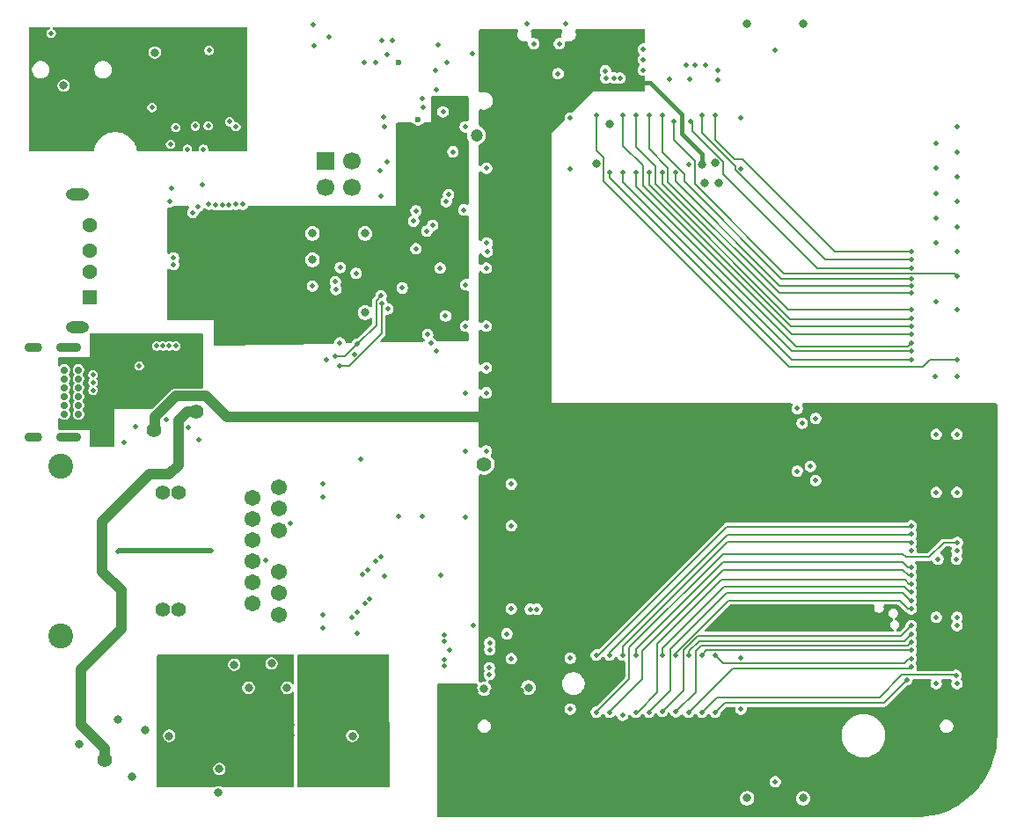
<source format=gbr>
%TF.GenerationSoftware,KiCad,Pcbnew,9.0.3*%
%TF.CreationDate,2025-08-25T11:29:22-05:00*%
%TF.ProjectId,controller,636f6e74-726f-46c6-9c65-722e6b696361,rev?*%
%TF.SameCoordinates,Original*%
%TF.FileFunction,Copper,L3,Inr*%
%TF.FilePolarity,Positive*%
%FSLAX46Y46*%
G04 Gerber Fmt 4.6, Leading zero omitted, Abs format (unit mm)*
G04 Created by KiCad (PCBNEW 9.0.3) date 2025-08-25 11:29:22*
%MOMM*%
%LPD*%
G01*
G04 APERTURE LIST*
%TA.AperFunction,ComponentPad*%
%ADD10C,1.545000*%
%TD*%
%TA.AperFunction,ComponentPad*%
%ADD11C,1.400000*%
%TD*%
%TA.AperFunction,ComponentPad*%
%ADD12C,2.400000*%
%TD*%
%TA.AperFunction,ComponentPad*%
%ADD13R,1.428000X1.428000*%
%TD*%
%TA.AperFunction,ComponentPad*%
%ADD14C,1.428000*%
%TD*%
%TA.AperFunction,ComponentPad*%
%ADD15O,2.216000X1.108000*%
%TD*%
%TA.AperFunction,ComponentPad*%
%ADD16R,1.700000X1.700000*%
%TD*%
%TA.AperFunction,ComponentPad*%
%ADD17C,1.700000*%
%TD*%
%TA.AperFunction,ComponentPad*%
%ADD18C,0.700000*%
%TD*%
%TA.AperFunction,ComponentPad*%
%ADD19O,1.700000X0.900000*%
%TD*%
%TA.AperFunction,ComponentPad*%
%ADD20O,2.400000X0.900000*%
%TD*%
%TA.AperFunction,ViaPad*%
%ADD21C,0.800000*%
%TD*%
%TA.AperFunction,ViaPad*%
%ADD22C,0.500000*%
%TD*%
%TA.AperFunction,ViaPad*%
%ADD23C,1.400000*%
%TD*%
%TA.AperFunction,ViaPad*%
%ADD24C,0.600000*%
%TD*%
%TA.AperFunction,ViaPad*%
%ADD25C,1.200000*%
%TD*%
%TA.AperFunction,Conductor*%
%ADD26C,1.000000*%
%TD*%
%TA.AperFunction,Conductor*%
%ADD27C,0.450000*%
%TD*%
%TA.AperFunction,Conductor*%
%ADD28C,0.150000*%
%TD*%
%TA.AperFunction,Conductor*%
%ADD29C,0.500000*%
%TD*%
G04 APERTURE END LIST*
D10*
%TO.N,Net-(J4-TRCT3)*%
%TO.C,J4*%
X-13800000Y11850000D03*
%TO.N,/Ethernet/RGMII0_TRN2*%
X-13800000Y9820000D03*
%TO.N,/Ethernet/RGMII0_TRP2*%
X-13800000Y7790000D03*
%TO.N,/Ethernet/RGMII0_TRP1*%
X-13800000Y5760000D03*
%TO.N,/Ethernet/RGMII0_TRN1*%
X-13800000Y3730000D03*
%TO.N,Net-(J4-TRCT2)*%
X-13800000Y1700000D03*
%TO.N,Net-(J4-TRCT4)*%
X-11260000Y12870000D03*
%TO.N,/Ethernet/RGMII0_TRP3*%
X-11260000Y10830000D03*
%TO.N,/Ethernet/RGMII0_TRN3*%
X-11260000Y8790000D03*
%TO.N,/Ethernet/RGMII0_TRN0*%
X-11260000Y4740000D03*
%TO.N,/Ethernet/RGMII0_TRP0*%
X-11260000Y2700000D03*
%TO.N,Net-(J4-TRCT1)*%
X-11260000Y660000D03*
D11*
%TO.N,/Ethernet/POE_PR12*%
X-20910000Y12355000D03*
%TO.N,/Ethernet/POE_PR36*%
X-20910000Y1175000D03*
%TO.N,/Ethernet/POE_PR45*%
X-22460000Y12355000D03*
%TO.N,/Ethernet/POE_PR78*%
X-22460000Y1175000D03*
D12*
%TO.N,Earth_Clean*%
X-32220000Y-1410000D03*
X-32220000Y14940000D03*
%TD*%
D13*
%TO.N,VDD_5V*%
%TO.C,J1*%
X-29427500Y31170000D03*
D14*
%TO.N,/SOM/USB_D-*%
X-29427500Y33670000D03*
%TO.N,/SOM/USB_D+*%
X-29427500Y35670000D03*
%TO.N,GND*%
X-29427500Y38170000D03*
D15*
%TO.N,Earth_Clean*%
X-30627500Y28270000D03*
X-30627500Y41070000D03*
%TD*%
D16*
%TO.N,+3V3*%
%TO.C,J9*%
X-6775000Y44275000D03*
D17*
X-6775000Y41735000D03*
%TO.N,/SOM/SD_BOOT_CONF_H*%
X-4235000Y44275000D03*
%TO.N,/SOM/S_JTAG_H*%
X-4235000Y41735000D03*
%TD*%
D18*
%TO.N,GNDPWR*%
%TO.C,J2*%
X-30542500Y19102499D03*
%TO.N,/PSU/VBUS*%
X-30542500Y19952499D03*
%TO.N,Net-(J2-CC1)*%
X-30542500Y20802500D03*
%TO.N,unconnected-(J2-D+-PadA6)*%
X-30542500Y21652499D03*
%TO.N,unconnected-(J2-D--PadA7)*%
X-30542500Y22502499D03*
%TO.N,unconnected-(J2-SBU1-PadA8)*%
X-30542500Y23352499D03*
%TO.N,/PSU/VBUS*%
X-30542500Y24202500D03*
%TO.N,GNDPWR*%
X-30542500Y25052499D03*
X-31892500Y25052499D03*
%TO.N,/PSU/VBUS*%
X-31892500Y24202499D03*
%TO.N,Net-(J2-CC2)*%
X-31892500Y23352499D03*
%TO.N,unconnected-(J2-D+-PadB6)*%
X-31892500Y22502499D03*
%TO.N,unconnected-(J2-D--PadB7)*%
X-31892500Y21652499D03*
%TO.N,unconnected-(J2-SBU2-PadB8)*%
X-31892500Y20802499D03*
%TO.N,/PSU/VBUS*%
X-31892500Y19952499D03*
%TO.N,GNDPWR*%
X-31892500Y19102499D03*
D19*
%TO.N,Earth_Clean*%
X-34902500Y17752499D03*
D20*
X-31522500Y17752499D03*
D19*
X-34902500Y26402499D03*
D20*
X-31522500Y26402499D03*
%TD*%
D21*
%TO.N,+5V*%
X9430000Y-6820000D03*
D22*
X40400000Y20440000D03*
X49680000Y-7580000D03*
X49500000Y-6800000D03*
D21*
X11950000Y-6780000D03*
D22*
X20790000Y54260000D03*
X51830000Y-6810000D03*
X56270000Y-7620000D03*
D21*
X9970000Y-8240000D03*
D23*
X19000000Y53280000D03*
D22*
X38630000Y13540000D03*
D21*
X29460000Y44000000D03*
X5096483Y-6743517D03*
D23*
X-23310000Y18440000D03*
D22*
X56370000Y-6800000D03*
X46470000Y-490000D03*
D21*
X11240000Y-8250000D03*
X7563422Y-6762000D03*
D22*
X54110000Y-7620000D03*
D21*
X5820000Y-8260000D03*
D22*
X21800000Y55010000D03*
X21790000Y54260000D03*
X51830000Y-7580000D03*
X20800000Y55010000D03*
X54160000Y-6790000D03*
D21*
X6940000Y-8240000D03*
D22*
%TO.N,/SOM/D10*%
X49600000Y25200000D03*
X20555000Y43250000D03*
%TO.N,/SOM/D50*%
X21825000Y43250000D03*
X49600000Y26000000D03*
%TO.N,/SOM/D28*%
X49600000Y26800000D03*
X23095000Y43250000D03*
%TO.N,/SOM/D12*%
X49600000Y28400000D03*
X24365000Y43250000D03*
%TO.N,/SOM/D2*%
X49600000Y30000000D03*
X25635000Y43250000D03*
%TO.N,/SOM/D8*%
X49600000Y32249997D03*
X26905000Y43200000D03*
%TO.N,/SOM/D48*%
X49600000Y27600000D03*
X21825000Y48750000D03*
%TO.N,/SOM/D26*%
X49600000Y29200000D03*
X23095000Y48750000D03*
%TO.N,/SOM/D46*%
X49600000Y31600000D03*
X24365000Y48750000D03*
%TO.N,/SOM/D24*%
X25635000Y48750000D03*
X49600000Y33000000D03*
%TO.N,/SOM/D44*%
X26750000Y48140000D03*
X54000000Y33200000D03*
%TO.N,/SOM/D22*%
X49600000Y34000000D03*
X28380000Y48150000D03*
%TO.N,/SOM/D42*%
X49600000Y34800000D03*
X29445000Y48750000D03*
%TO.N,/SOM/D40*%
X30715000Y48750000D03*
X49600000Y35600000D03*
%TO.N,/SOM/D16*%
X23095000Y-8750000D03*
X49600000Y3600000D03*
%TO.N,/SOM/D32*%
X24365000Y-8750000D03*
X49600000Y2000000D03*
%TO.N,/SOM/D54*%
X49600000Y-400000D03*
X25635000Y-8665000D03*
D21*
%TO.N,+3V3*%
X-2974999Y37350000D03*
D22*
X230000Y10150000D03*
D23*
X8480000Y15120000D03*
D22*
X2620000Y49460000D03*
D21*
X-8025001Y37350000D03*
D22*
X-860000Y54580000D03*
X-800000Y30070000D03*
X-19080000Y39900000D03*
%TO.N,/SOM/MCLK0*%
X19285000Y48750000D03*
X54030000Y25180000D03*
%TO.N,/SOM/MCLK1*%
X49600000Y4400000D03*
X20555000Y-8750000D03*
%TO.N,/SD/CLK*%
X-1220000Y48570000D03*
X-1985000Y53755000D03*
D24*
%TO.N,/SD/CMD*%
X215000Y53755000D03*
X2140000Y48330000D03*
D22*
%TO.N,+1V8*%
X5350000Y49700000D03*
D25*
X4460000Y47210000D03*
D22*
X-560000Y31850000D03*
X630000Y30010000D03*
X-20790000Y39330000D03*
X3000000Y47200000D03*
%TO.N,GND*%
X7420000Y-380000D03*
X21810000Y-9040000D03*
X11100000Y1200000D03*
D21*
X-24150000Y-10490000D03*
X12762743Y-6366240D03*
D22*
X6700000Y16400000D03*
X8700000Y34000000D03*
X6660000Y47610000D03*
X54000000Y6800000D03*
X2506210Y10146210D03*
X-4010000Y25720000D03*
X52000000Y36400000D03*
X23796700Y53071574D03*
D21*
X-4190000Y-11030000D03*
D22*
X-7890000Y55420000D03*
X-25020000Y18730000D03*
D21*
X33800000Y-17027500D03*
D22*
X39080000Y19060000D03*
X-19550000Y39360000D03*
X-15390000Y40130000D03*
X-1470000Y40940000D03*
D21*
X8500000Y-6500000D03*
D22*
X54000000Y47600000D03*
X54000000Y12400000D03*
X52000000Y30800000D03*
X33210000Y43550000D03*
X6560000Y39610000D03*
D21*
X-17080000Y-16460000D03*
D22*
X52000000Y46000000D03*
X630000Y32080000D03*
D21*
X39200000Y57527500D03*
D22*
X11100000Y13200000D03*
D21*
X-30520000Y-11810000D03*
D22*
X39900000Y14920000D03*
X28300000Y52200000D03*
X33210000Y-8450000D03*
X-1560000Y43410000D03*
D21*
X-21810000Y-11020000D03*
D22*
X54000000Y-6000000D03*
X23796700Y54074872D03*
X-14760000Y40160000D03*
D21*
X20600000Y47900000D03*
D22*
X20200000Y52300000D03*
X54000000Y42800000D03*
X13275000Y55600000D03*
X54000000Y18000000D03*
X20180000Y52990000D03*
X54000000Y400000D03*
D21*
X-26760000Y-9490000D03*
D22*
X-7030000Y600000D03*
X15620000Y52730000D03*
X6700000Y22000000D03*
X-26200000Y17230000D03*
X54000000Y23600000D03*
X-6435000Y56235000D03*
X-1320000Y55930000D03*
X52000000Y38800000D03*
X4300000Y4400000D03*
D21*
X-8025000Y34810000D03*
X31040000Y42187998D03*
D22*
X28200000Y44000000D03*
X2550000Y50360000D03*
X52000000Y400000D03*
X-21740000Y40400000D03*
X-3840000Y33510000D03*
X23796700Y55078174D03*
X16790000Y43550000D03*
X6700000Y32400000D03*
X49600000Y6800000D03*
D21*
X39200000Y-17027500D03*
X-16990000Y-14210000D03*
D22*
X-3085000Y53755000D03*
X52000000Y41200000D03*
X-18930000Y17440000D03*
X54000000Y38000000D03*
X-1140000Y4310000D03*
X31000000Y52100000D03*
X54000000Y40400000D03*
X4530000Y49040000D03*
X-7030000Y-670000D03*
X5160000Y-2780000D03*
X52000000Y-6000000D03*
X8700000Y22000000D03*
X4040000Y55480000D03*
X21000000Y52300000D03*
X-7060000Y13230000D03*
X10700000Y-1200000D03*
X52000000Y12400000D03*
D21*
X-2975000Y29730000D03*
D22*
X21580000Y52290000D03*
X54000000Y30000000D03*
D21*
X33800000Y57527500D03*
D22*
X54000000Y45200000D03*
X8700000Y24400000D03*
X16790000Y48450000D03*
X33210000Y48450000D03*
X6700000Y28400000D03*
X52000000Y18000000D03*
X11100000Y-3600000D03*
X-3710000Y-1140000D03*
X31000000Y53000000D03*
X-7050000Y11930000D03*
X8700000Y28400000D03*
X16350000Y57550001D03*
X16790000Y-8450000D03*
X11100000Y9200000D03*
X52000000Y43600000D03*
X33210000Y-3550000D03*
X3800000Y53040000D03*
D21*
X29710000Y42187998D03*
D22*
X15725000Y55600000D03*
X54000000Y35600000D03*
X8730000Y43600000D03*
X-3360000Y15630000D03*
X26300000Y52200000D03*
X-18000000Y40160000D03*
X-1090804Y47630349D03*
X-340000Y55920000D03*
X16790000Y-3550000D03*
X6700000Y10000000D03*
D21*
X19300000Y44100000D03*
D22*
X8700000Y16400000D03*
X12650000Y57550001D03*
X51900000Y23600000D03*
%TO.N,/SD/SD_D0*%
X1940861Y35871601D03*
X1718432Y38518432D03*
%TO.N,/SD/SD_CMD*%
X4270000Y34000000D03*
X3525000Y38125000D03*
%TO.N,/SD/SD_D3*%
X2975000Y37575000D03*
X1935000Y39520000D03*
%TO.N,/SD/SD_CD*%
X3870000Y51150000D03*
D25*
%TO.N,VDDIO_501_PS*%
X7752157Y46800000D03*
D22*
%TO.N,/SOM/JTAG_TMS*%
X-6710000Y25190000D03*
%TO.N,/SOM/JTAG_TDO*%
X-5790000Y31950000D03*
%TO.N,/SOM/JTAG_TDI*%
X-5390000Y26790000D03*
%TO.N,/SOM/JTAG_TCK*%
X-8025000Y32270000D03*
X4780000Y29380000D03*
%TO.N,/SOM/UART_TX*%
X4850000Y40400000D03*
%TO.N,/SOM/UART_RX*%
X5070000Y41090000D03*
%TO.N,/SOM/EXT_RST_IN*%
X-5820000Y32680000D03*
%TO.N,Net-(J3-DET)*%
X4870000Y53770000D03*
%TO.N,3V3_MIC*%
X28800000Y53500000D03*
D21*
X30719458Y44121819D03*
D22*
X29800000Y53500000D03*
X27900000Y53500000D03*
%TO.N,/SOM/UART_TX_3V3*%
X-3730000Y26680000D03*
X-1420000Y31330000D03*
X-5850000Y25480000D03*
%TO.N,/SOM/UART_RX_3V3*%
X-1380000Y30620000D03*
X-5410000Y24620000D03*
%TO.N,/SOM/D56*%
X49600000Y-2000000D03*
X26952500Y-8702500D03*
%TO.N,/SOM/D34*%
X28175000Y-8750000D03*
X49600000Y-4400000D03*
%TO.N,/SOM/D58*%
X29445000Y-8750000D03*
X53900000Y-5200000D03*
%TO.N,/SOM/D36*%
X30715000Y-8750000D03*
X49175000Y-5625000D03*
%TO.N,/SOM/D52*%
X19285000Y-3250000D03*
X49600000Y9200000D03*
%TO.N,/SOM/D30*%
X49600000Y8400000D03*
X20555000Y-3250000D03*
%TO.N,/SOM/D14*%
X21825000Y-3250000D03*
X49600000Y7600000D03*
%TO.N,/SOM/D4*%
X49600000Y5200000D03*
X23095000Y-3250000D03*
%TO.N,/SOM/D0*%
X49600000Y2800000D03*
X25635000Y-3250000D03*
%TO.N,/SOM/D6*%
X49600000Y1200000D03*
X26905000Y-3250000D03*
%TO.N,/SOM/D20*%
X28175000Y-3250000D03*
X49600000Y-1200000D03*
%TO.N,/SOM/D18*%
X49600000Y-2800000D03*
X29445000Y-3250000D03*
%TO.N,/SOM/D38*%
X30715000Y-3250000D03*
X49600000Y-3600000D03*
%TO.N,/SOM/LED_DI*%
X54000000Y-400000D03*
%TO.N,/SOM/LED0*%
X-7950000Y57450000D03*
X7370000Y54620000D03*
%TO.N,/SOM/MCLK2*%
X19292500Y-8742500D03*
X54050000Y7570000D03*
%TO.N,/SOM/SD_BOOT_CONF_H*%
X8760000Y36420000D03*
%TO.N,VDDIO_34_3V3*%
X53950000Y6000000D03*
X52180000Y6000000D03*
X40390000Y13550000D03*
X38610000Y14460000D03*
X40390000Y19540000D03*
X38640000Y20480000D03*
%TO.N,GNDPWR*%
X-26902500Y22002499D03*
X-25402500Y22002499D03*
X-23902500Y22002499D03*
X-19582500Y27422499D03*
X-25402500Y21002499D03*
X-26902500Y21002499D03*
X-20520000Y22650000D03*
X-19602500Y25602499D03*
D23*
%TO.N,VCCIN*%
X-19250000Y20200000D03*
X-28030000Y-13380000D03*
D21*
%TO.N,/Ethernet/POE_PR78*%
X-15550000Y-4170000D03*
%TO.N,/Ethernet/POE_PR45*%
X-14180000Y-6400000D03*
%TO.N,/Ethernet/POE_PR36*%
X-11960000Y-4060000D03*
%TO.N,/Ethernet/POE_PR12*%
X-10470000Y-6410000D03*
D22*
%TO.N,Net-(C10-Pad1)*%
X-26749999Y6710000D03*
X-17780000Y6790000D03*
%TO.N,/Ethernet/RGMII0_TRP3*%
X-10120000Y9460000D03*
X4625551Y-1920000D03*
X-3183112Y4529988D03*
%TO.N,/Ethernet/RGMII0_TRN2*%
X-1458270Y6231941D03*
X9033443Y-2080000D03*
%TO.N,/Ethernet/RGMII0_TRN1*%
X-2540945Y2184916D03*
X-12530000Y5870000D03*
X4618499Y-3680000D03*
%TO.N,/Ethernet/RGMII0_TRN0*%
X-3741369Y853917D03*
X9009609Y-4480000D03*
%TO.N,/Ethernet/RGMII0_TRP2*%
X9033443Y-2720000D03*
X-1910818Y5779393D03*
%TO.N,/Ethernet/RGMII0_TRN3*%
X4625551Y-1280000D03*
X-2730564Y4982536D03*
%TO.N,/Ethernet/RGMII0_TRP1*%
X4618499Y-4320000D03*
X-2993493Y1732368D03*
%TO.N,/Ethernet/RGMII0_TRP0*%
X9009609Y-5120000D03*
X-4193917Y401369D03*
%TO.N,/PSU/PoE_VIN+*%
X-19000000Y-11000000D03*
X-10000000Y-11000000D03*
X-18000000Y-9000000D03*
X-17000000Y-9000000D03*
X-10000000Y-10000000D03*
X-20000000Y-9000000D03*
X-13000000Y-10000000D03*
X-17000000Y-10000000D03*
X-11000000Y-10000000D03*
X-18000000Y-11000000D03*
X-18000000Y-10000000D03*
X-17000000Y-8000000D03*
X-15000000Y-10000000D03*
X-19000000Y-8000000D03*
X-15000000Y-11000000D03*
X-20000000Y-10000000D03*
X-18000000Y-8000000D03*
X-13000000Y-11000000D03*
X-12000000Y-10000000D03*
X-20000000Y-11000000D03*
X-12000000Y-11000000D03*
X-16000000Y-10000000D03*
X-16000000Y-11000000D03*
X-14000000Y-11000000D03*
X-11000000Y-11000000D03*
X-19000000Y-10000000D03*
X-17000000Y-11000000D03*
D25*
X-21820000Y-5980000D03*
D22*
X-14000000Y-10000000D03*
X-20000000Y-8000000D03*
X-19000000Y-9000000D03*
%TO.N,/PSU/PoE_VIN-*%
X-6000000Y-9000000D03*
X-1000000Y-10000000D03*
X-1000000Y-11000000D03*
X-2000000Y-6000000D03*
X-8000000Y-11000000D03*
X-9000000Y-9000000D03*
X-2000000Y-10000000D03*
X-8000000Y-8000000D03*
X-2000000Y-11000000D03*
X-9000000Y-11000000D03*
X-9000000Y-10000000D03*
X-7000000Y-11000000D03*
X-6000000Y-8000000D03*
X-9000000Y-8000000D03*
X-8000000Y-9000000D03*
X-7000000Y-10000000D03*
X-2000000Y-8000000D03*
X-1000000Y-8000000D03*
X-1000000Y-9000000D03*
X-6000000Y-11000000D03*
X-7000000Y-8000000D03*
D25*
X-5240000Y-5840000D03*
D22*
X-6000000Y-10000000D03*
X-7000000Y-9000000D03*
X-1000000Y-6000000D03*
X-2000000Y-7000000D03*
X-8000000Y-10000000D03*
X-1000000Y-7000000D03*
X-2000000Y-9000000D03*
%TO.N,/SOM/FPGA_DONE*%
X-5370000Y34050000D03*
X-880000Y44230000D03*
X5500000Y45200000D03*
D21*
%TO.N,/PSU/PoE_VDC+*%
X-25360000Y-14940000D03*
D22*
%TO.N,/SOM/FPGA_USB_D+*%
X13557886Y1171265D03*
X-21393671Y34970000D03*
%TO.N,/SOM/FPGA_USB_D-*%
X12917886Y1171265D03*
X-21393671Y34330000D03*
%TO.N,Net-(Q1-G)*%
X-22130000Y19400000D03*
X-19970000Y18630000D03*
%TO.N,/PSU/VBUS_TVS*%
X-21152500Y26502499D03*
X-21802500Y26502499D03*
X-22402500Y26502499D03*
X-23002500Y26502499D03*
X-24702500Y24602499D03*
%TO.N,/PSU/VBUS*%
X-29152500Y23002499D03*
X-29152500Y22252499D03*
X-29152500Y23752499D03*
%TO.N,/SOM/S_JTAG_H*%
X8780000Y35590000D03*
%TO.N,GNDA*%
X-21190000Y47540000D03*
X-23470000Y49460000D03*
X-21690000Y45930000D03*
X-17980000Y54950000D03*
X-19310000Y47670000D03*
X-33170000Y56610000D03*
X-15990000Y48090000D03*
X-15390000Y47630000D03*
D21*
%TO.N,Net-(C2-Pad1)*%
X-23190000Y54750000D03*
X-31980000Y51570000D03*
D22*
%TO.N,/DAC/LDOO*%
X-21610000Y41660000D03*
%TO.N,+3.3VA*%
X-16010000Y45810000D03*
X-22250000Y46560000D03*
X-20600000Y46760000D03*
%TO.N,Net-(U10-CAPM)*%
X-18505000Y45450000D03*
%TO.N,Net-(U10-CAPP)*%
X-20055000Y45450000D03*
%TO.N,Net-(U10-VNEG)*%
X-18060000Y47710000D03*
%TO.N,Net-(U10-XSMT)*%
X-18610000Y41990000D03*
%TO.N,/DAC/I2S_LRCK*%
X3860000Y26000000D03*
X-17349918Y40110483D03*
%TO.N,/DAC/I2S_BCK*%
X-16050000Y40110000D03*
X3060000Y27600000D03*
%TO.N,/DAC/I2S_DIN*%
X3360000Y26800000D03*
X-16700000Y40100000D03*
%TO.N,/SOM/SYNC_IN_5V*%
X36500000Y-15440000D03*
%TO.N,/SOM/SYNC_OUT_5V*%
X36500000Y55010000D03*
%TD*%
D26*
%TO.N,+5V*%
X9890000Y19640000D02*
X-16248265Y19640000D01*
X10690000Y20440000D02*
X9890000Y19640000D01*
X10690000Y44970000D02*
X10690000Y20440000D01*
D27*
X21790000Y54260000D02*
X21790000Y53750000D01*
X21790000Y53750000D02*
X23650000Y51890000D01*
X29460000Y44980000D02*
X29460000Y44000000D01*
D26*
X-23200000Y19700000D02*
X-21198265Y21701735D01*
X-16248265Y19640000D02*
X-18310000Y21701735D01*
X19000000Y53280000D02*
X10690000Y44970000D01*
X-21198265Y21701735D02*
X-18310000Y21701735D01*
X-23200000Y18550000D02*
X-23200000Y19700000D01*
D27*
X27520000Y48830000D02*
X27520000Y46920000D01*
D26*
X-23310000Y18440000D02*
X-23200000Y18550000D01*
D27*
X27520000Y46920000D02*
X29460000Y44980000D01*
X24460000Y51890000D02*
X27520000Y48830000D01*
X23650000Y51890000D02*
X24460000Y51890000D01*
D28*
%TO.N,/SOM/D10*%
X49600000Y25200000D02*
X38090000Y25200000D01*
X20555000Y42735000D02*
X20555000Y43250000D01*
X38090000Y25200000D02*
X20555000Y42735000D01*
%TO.N,/SOM/D50*%
X21825000Y43250000D02*
X21825000Y42305000D01*
X38130000Y26000000D02*
X49600000Y26000000D01*
X21825000Y42305000D02*
X38130000Y26000000D01*
%TO.N,/SOM/D28*%
X23095000Y43250000D02*
X23095000Y41895000D01*
X49276000Y26476000D02*
X49600000Y26800000D01*
X23095000Y41895000D02*
X38514000Y26476000D01*
X38514000Y26476000D02*
X49276000Y26476000D01*
%TO.N,/SOM/D12*%
X24365000Y42025000D02*
X37990000Y28400000D01*
X37990000Y28400000D02*
X49600000Y28400000D01*
X24365000Y43250000D02*
X24365000Y42025000D01*
%TO.N,/SOM/D2*%
X37780000Y30000000D02*
X49600000Y30000000D01*
X25635000Y43250000D02*
X25635000Y42145000D01*
X25635000Y42145000D02*
X37780000Y30000000D01*
%TO.N,/SOM/D8*%
X26905000Y43200000D02*
X26905000Y42325000D01*
X49650003Y32300000D02*
X49600000Y32249997D01*
X36930000Y32300000D02*
X49650003Y32300000D01*
X26905000Y42325000D02*
X36930000Y32300000D01*
%TO.N,/SOM/D48*%
X23750000Y41970000D02*
X23750000Y43850000D01*
X38120000Y27600000D02*
X23750000Y41970000D01*
X23750000Y43850000D02*
X21825000Y45775000D01*
X49600000Y27600000D02*
X38120000Y27600000D01*
X21825000Y45775000D02*
X21825000Y48750000D01*
%TO.N,/SOM/D26*%
X25000000Y42070000D02*
X25000000Y43800000D01*
X49500000Y29100000D02*
X37970000Y29100000D01*
X23095000Y45705000D02*
X23095000Y48750000D01*
X37970000Y29100000D02*
X25000000Y42070000D01*
X49600000Y29200000D02*
X49500000Y29100000D01*
X25000000Y43800000D02*
X23095000Y45705000D01*
%TO.N,/SOM/D46*%
X49600000Y31600000D02*
X36880000Y31600000D01*
X36880000Y31600000D02*
X26200000Y42280000D01*
X26200000Y42280000D02*
X26200000Y43650000D01*
X24365000Y45485000D02*
X24365000Y48750000D01*
X26200000Y43650000D02*
X24365000Y45485000D01*
%TO.N,/SOM/D24*%
X27739083Y42330917D02*
X37070000Y33000000D01*
X37070000Y33000000D02*
X49600000Y33000000D01*
X25635000Y48750000D02*
X25635000Y45143166D01*
X25635000Y45143166D02*
X27739083Y43039083D01*
X27739083Y43039083D02*
X27739083Y42330917D01*
%TO.N,/SOM/D44*%
X26770000Y48120000D02*
X26770000Y46330000D01*
X37374000Y33476000D02*
X53724000Y33476000D01*
X28750000Y44350000D02*
X28750000Y42100000D01*
X26770000Y46330000D02*
X28750000Y44350000D01*
X26750000Y48140000D02*
X26770000Y48120000D01*
X28750000Y42100000D02*
X37374000Y33476000D01*
X53724000Y33476000D02*
X54000000Y33200000D01*
%TO.N,/SOM/D22*%
X31486417Y44186417D02*
X31486417Y43063583D01*
X40550000Y34000000D02*
X49600000Y34000000D01*
X28520000Y47152834D02*
X31486417Y44186417D01*
X28520000Y48010000D02*
X28520000Y47152834D01*
X31486417Y43063583D02*
X40550000Y34000000D01*
X28380000Y48150000D02*
X28520000Y48010000D01*
%TO.N,/SOM/D42*%
X29445000Y48750000D02*
X29445000Y47005000D01*
X32643417Y43806583D02*
X32643417Y43443417D01*
X41286834Y34800000D02*
X49600000Y34800000D01*
X32643417Y43443417D02*
X41286834Y34800000D01*
X29445000Y47005000D02*
X32643417Y43806583D01*
%TO.N,/SOM/D40*%
X33350000Y44500000D02*
X42250000Y35600000D01*
X42250000Y35600000D02*
X49600000Y35600000D01*
X32600000Y44500000D02*
X33350000Y44500000D01*
X30715000Y46385000D02*
X32600000Y44500000D01*
X30715000Y48750000D02*
X30715000Y46385000D01*
%TO.N,/SOM/D16*%
X25150000Y-2200000D02*
X25150000Y-6850000D01*
X49400000Y3600000D02*
X49000000Y4000000D01*
X23250000Y-8750000D02*
X23095000Y-8750000D01*
X49600000Y3600000D02*
X49400000Y3600000D01*
X25150000Y-6850000D02*
X23250000Y-8750000D01*
X49000000Y4000000D02*
X31350000Y4000000D01*
X31350000Y4000000D02*
X25150000Y-2200000D01*
%TO.N,/SOM/D32*%
X26429000Y-6626282D02*
X26429000Y-2671000D01*
X24365000Y-8690282D02*
X26429000Y-6626282D01*
X26429000Y-2671000D02*
X31807000Y2707000D01*
X24365000Y-8750000D02*
X24365000Y-8690282D01*
X49500000Y2000000D02*
X49600000Y2000000D01*
X48793000Y2707000D02*
X49500000Y2000000D01*
X31807000Y2707000D02*
X48793000Y2707000D01*
%TO.N,/SOM/D54*%
X29038062Y-1390000D02*
X27650000Y-2778062D01*
X27650000Y-2778062D02*
X27650000Y-6650000D01*
X48610000Y-1390000D02*
X29038062Y-1390000D01*
X27650000Y-6650000D02*
X25635000Y-8665000D01*
X49600000Y-400000D02*
X48610000Y-1390000D01*
%TO.N,/SOM/MCLK0*%
X19280000Y45350000D02*
X19280000Y47930000D01*
X20000000Y44630000D02*
X19280000Y45350000D01*
X50680000Y24490000D02*
X37880000Y24490000D01*
X51370000Y25180000D02*
X50680000Y24490000D01*
X37880000Y24490000D02*
X20000000Y42370000D01*
X19280000Y47930000D02*
X19285000Y47935000D01*
X20000000Y42370000D02*
X20000000Y44630000D01*
X19285000Y47935000D02*
X19285000Y48750000D01*
X54030000Y25180000D02*
X51370000Y25180000D01*
%TO.N,/SOM/MCLK1*%
X23700000Y-5550000D02*
X20555000Y-8695000D01*
X48803000Y4937000D02*
X31467000Y4937000D01*
X49600000Y4400000D02*
X49340000Y4400000D01*
X20555000Y-8695000D02*
X20555000Y-8750000D01*
X31467000Y4937000D02*
X23700000Y-2830000D01*
X23700000Y-2830000D02*
X23700000Y-5550000D01*
X49340000Y4400000D02*
X48803000Y4937000D01*
%TO.N,/SOM/UART_TX_3V3*%
X-1900000Y30850000D02*
X-1900000Y28510000D01*
X-4930000Y25480000D02*
X-3730000Y26680000D01*
X-5850000Y25480000D02*
X-4930000Y25480000D01*
X-1900000Y28510000D02*
X-3730000Y26680000D01*
X-1420000Y31330000D02*
X-1900000Y30850000D01*
%TO.N,/SOM/UART_RX_3V3*%
X-1380000Y30620000D02*
X-1380000Y27690976D01*
X-4450976Y24620000D02*
X-5410000Y24620000D01*
X-1380000Y27690976D02*
X-4450976Y24620000D01*
%TO.N,/SOM/D56*%
X29343834Y-2360000D02*
X28850000Y-2853834D01*
X49600000Y-2000000D02*
X49240000Y-2360000D01*
X49240000Y-2360000D02*
X29343834Y-2360000D01*
X28850000Y-2853834D02*
X28850000Y-6805000D01*
X28850000Y-6805000D02*
X26952500Y-8702500D01*
%TO.N,/SOM/D34*%
X49600000Y-4400000D02*
X49500000Y-4500000D01*
X49500000Y-4500000D02*
X32425000Y-4500000D01*
X32425000Y-4500000D02*
X28175000Y-8750000D01*
%TO.N,/SOM/D58*%
X48701000Y-5149000D02*
X53849000Y-5149000D01*
X29445000Y-8750000D02*
X30895000Y-7300000D01*
X46550000Y-7300000D02*
X48701000Y-5149000D01*
X30895000Y-7300000D02*
X46550000Y-7300000D01*
X53849000Y-5149000D02*
X53900000Y-5200000D01*
%TO.N,/SOM/D36*%
X31650000Y-7850000D02*
X30750000Y-8750000D01*
X30750000Y-8750000D02*
X30715000Y-8750000D01*
X49175000Y-5625000D02*
X46950000Y-7850000D01*
X46950000Y-7850000D02*
X31650000Y-7850000D01*
%TO.N,/SOM/D52*%
X31820000Y9100000D02*
X19470000Y-3250000D01*
X19470000Y-3250000D02*
X19285000Y-3250000D01*
X49500000Y9100000D02*
X31820000Y9100000D01*
X49600000Y9200000D02*
X49500000Y9100000D01*
%TO.N,/SOM/D30*%
X20555000Y-3250000D02*
X20555000Y-3035000D01*
X49530000Y8330000D02*
X49600000Y8400000D01*
X20555000Y-3035000D02*
X31920000Y8330000D01*
X31920000Y8330000D02*
X49530000Y8330000D01*
%TO.N,/SOM/D14*%
X21825000Y-2465000D02*
X21825000Y-3250000D01*
X49570000Y7630000D02*
X31920000Y7630000D01*
X49600000Y7600000D02*
X49570000Y7630000D01*
X31920000Y7630000D02*
X21825000Y-2465000D01*
%TO.N,/SOM/D4*%
X49280000Y5200000D02*
X49600000Y5200000D01*
X23095000Y-3250000D02*
X23095000Y-2665000D01*
X48743000Y5737000D02*
X49280000Y5200000D01*
X23095000Y-2665000D02*
X31497000Y5737000D01*
X31497000Y5737000D02*
X48743000Y5737000D01*
%TO.N,/SOM/D0*%
X31587000Y3337000D02*
X48913000Y3337000D01*
X49450000Y2800000D02*
X49600000Y2800000D01*
X48913000Y3337000D02*
X49450000Y2800000D01*
X25635000Y-3250000D02*
X25635000Y-2615000D01*
X25635000Y-2615000D02*
X31587000Y3337000D01*
%TO.N,/SOM/D6*%
X31992000Y1987000D02*
X26905000Y-3100000D01*
X26905000Y-3100000D02*
X26905000Y-3250000D01*
X49300000Y1200000D02*
X48513000Y1987000D01*
X48513000Y1987000D02*
X31992000Y1987000D01*
X49600000Y1200000D02*
X49300000Y1200000D01*
%TO.N,/SOM/D20*%
X48920000Y-1880000D02*
X49600000Y-1200000D01*
X28175000Y-2875000D02*
X29170000Y-1880000D01*
X28175000Y-3250000D02*
X28175000Y-2875000D01*
X29170000Y-1880000D02*
X48920000Y-1880000D01*
%TO.N,/SOM/D18*%
X49574000Y-2774000D02*
X29921000Y-2774000D01*
X29921000Y-2774000D02*
X29445000Y-3250000D01*
X49600000Y-2800000D02*
X49574000Y-2774000D01*
%TO.N,/SOM/D38*%
X49400000Y-3600000D02*
X48974000Y-4026000D01*
X49600000Y-3600000D02*
X49400000Y-3600000D01*
X48974000Y-4026000D02*
X31491000Y-4026000D01*
X31491000Y-4026000D02*
X30715000Y-3250000D01*
%TO.N,/SOM/MCLK2*%
X19292500Y-8707500D02*
X22450000Y-5550000D01*
X22450000Y-2540000D02*
X31490000Y6500000D01*
X22450000Y-5550000D02*
X22450000Y-2540000D01*
X48800000Y6500000D02*
X49120000Y6180000D01*
X49120000Y6180000D02*
X51350000Y6180000D01*
X19292500Y-8742500D02*
X19292500Y-8707500D01*
X31490000Y6500000D02*
X48800000Y6500000D01*
X51350000Y6180000D02*
X52740000Y7570000D01*
X52740000Y7570000D02*
X54050000Y7570000D01*
D26*
%TO.N,VCCIN*%
X-28250000Y9620000D02*
X-28250000Y4790000D01*
X-20950000Y15050000D02*
X-21815000Y14185000D01*
X-20950000Y19347501D02*
X-20950000Y15050000D01*
X-28030000Y-12220000D02*
X-28030000Y-13380000D01*
X-21815000Y14185000D02*
X-23685000Y14185000D01*
X-30290000Y-9960000D02*
X-28030000Y-12220000D01*
X-20097501Y20200000D02*
X-20950000Y19347501D01*
X-28250000Y4790000D02*
X-26420000Y2960000D01*
X-23685000Y14185000D02*
X-28250000Y9620000D01*
X-19250000Y20200000D02*
X-20097501Y20200000D01*
X-30290000Y-4611630D02*
X-30290000Y-9960000D01*
X-26420000Y-741630D02*
X-30290000Y-4611630D01*
X-26420000Y2960000D02*
X-26420000Y-741630D01*
D29*
%TO.N,Net-(C10-Pad1)*%
X-17780000Y6790000D02*
X-26669999Y6790000D01*
%TD*%
%TA.AperFunction,Conductor*%
%TO.N,/PSU/PoE_VIN-*%
G36*
X-706478Y-3219685D02*
G01*
X-660723Y-3272489D01*
X-649518Y-3323516D01*
X-600486Y-15875516D01*
X-619908Y-15942631D01*
X-672533Y-15988592D01*
X-724485Y-16000000D01*
X-9376000Y-16000000D01*
X-9443039Y-15980315D01*
X-9488794Y-15927511D01*
X-9500000Y-15876000D01*
X-9500000Y-10950943D01*
X-4790500Y-10950943D01*
X-4790500Y-11109057D01*
X-4773509Y-11172466D01*
X-4749577Y-11261783D01*
X-4749574Y-11261790D01*
X-4670525Y-11398709D01*
X-4670521Y-11398714D01*
X-4670520Y-11398716D01*
X-4558716Y-11510520D01*
X-4558714Y-11510521D01*
X-4558710Y-11510524D01*
X-4421791Y-11589573D01*
X-4421784Y-11589577D01*
X-4269057Y-11630500D01*
X-4269055Y-11630500D01*
X-4110945Y-11630500D01*
X-4110943Y-11630500D01*
X-3958216Y-11589577D01*
X-3821284Y-11510520D01*
X-3709480Y-11398716D01*
X-3630423Y-11261784D01*
X-3589500Y-11109057D01*
X-3589500Y-10950943D01*
X-3630423Y-10798216D01*
X-3684865Y-10703919D01*
X-3709476Y-10661290D01*
X-3709482Y-10661282D01*
X-3821283Y-10549481D01*
X-3821291Y-10549475D01*
X-3958210Y-10470426D01*
X-3958214Y-10470424D01*
X-3958216Y-10470423D01*
X-4110943Y-10429500D01*
X-4269057Y-10429500D01*
X-4421784Y-10470423D01*
X-4421791Y-10470426D01*
X-4558710Y-10549475D01*
X-4558718Y-10549481D01*
X-4670519Y-10661282D01*
X-4670525Y-10661290D01*
X-4749574Y-10798209D01*
X-4749577Y-10798216D01*
X-4790500Y-10950943D01*
X-9500000Y-10950943D01*
X-9500000Y-3324000D01*
X-9480315Y-3256961D01*
X-9427511Y-3211206D01*
X-9376000Y-3200000D01*
X-773517Y-3200000D01*
X-706478Y-3219685D01*
G37*
%TD.AperFunction*%
%TD*%
%TA.AperFunction,Conductor*%
%TO.N,/PSU/PoE_VIN+*%
G36*
X-9856961Y-3219685D02*
G01*
X-9811206Y-3272489D01*
X-9800000Y-3324000D01*
X-9800000Y-5931402D01*
X-9819685Y-5998441D01*
X-9872489Y-6044196D01*
X-9941647Y-6054140D01*
X-10005203Y-6025115D01*
X-10011681Y-6019083D01*
X-10101283Y-5929481D01*
X-10101291Y-5929475D01*
X-10238210Y-5850426D01*
X-10238214Y-5850424D01*
X-10238216Y-5850423D01*
X-10390943Y-5809500D01*
X-10549057Y-5809500D01*
X-10701784Y-5850423D01*
X-10701791Y-5850426D01*
X-10838710Y-5929475D01*
X-10838718Y-5929481D01*
X-10950519Y-6041282D01*
X-10950525Y-6041290D01*
X-11029574Y-6178209D01*
X-11029577Y-6178216D01*
X-11070500Y-6330943D01*
X-11070500Y-6489057D01*
X-11032256Y-6631783D01*
X-11029577Y-6641783D01*
X-11029574Y-6641790D01*
X-10950525Y-6778709D01*
X-10950521Y-6778714D01*
X-10950520Y-6778716D01*
X-10838716Y-6890520D01*
X-10838714Y-6890521D01*
X-10838710Y-6890524D01*
X-10719105Y-6959577D01*
X-10701784Y-6969577D01*
X-10549057Y-7010500D01*
X-10549055Y-7010500D01*
X-10390945Y-7010500D01*
X-10390943Y-7010500D01*
X-10238216Y-6969577D01*
X-10101284Y-6890520D01*
X-10011681Y-6800917D01*
X-9950358Y-6767432D01*
X-9880666Y-6772416D01*
X-9824733Y-6814288D01*
X-9800316Y-6879752D01*
X-9800000Y-6888598D01*
X-9800000Y-15876000D01*
X-9819685Y-15943039D01*
X-9872489Y-15988794D01*
X-9924000Y-16000000D01*
X-16642516Y-16000000D01*
X-16704515Y-15983388D01*
X-16848216Y-15900423D01*
X-17000943Y-15859500D01*
X-17159057Y-15859500D01*
X-17311784Y-15900423D01*
X-17311785Y-15900423D01*
X-17455485Y-15983388D01*
X-17517484Y-16000000D01*
X-22876000Y-16000000D01*
X-22943039Y-15980315D01*
X-22988794Y-15927511D01*
X-23000000Y-15876000D01*
X-23000000Y-14130943D01*
X-17590500Y-14130943D01*
X-17590500Y-14289056D01*
X-17549577Y-14441783D01*
X-17549574Y-14441790D01*
X-17470525Y-14578709D01*
X-17470521Y-14578714D01*
X-17470520Y-14578716D01*
X-17358716Y-14690520D01*
X-17358714Y-14690521D01*
X-17358710Y-14690524D01*
X-17221791Y-14769573D01*
X-17221784Y-14769577D01*
X-17069057Y-14810500D01*
X-17069055Y-14810500D01*
X-16910945Y-14810500D01*
X-16910943Y-14810500D01*
X-16758216Y-14769577D01*
X-16621284Y-14690520D01*
X-16509480Y-14578716D01*
X-16430423Y-14441784D01*
X-16389500Y-14289057D01*
X-16389500Y-14130943D01*
X-16430423Y-13978216D01*
X-16430427Y-13978209D01*
X-16509476Y-13841290D01*
X-16509482Y-13841282D01*
X-16621283Y-13729481D01*
X-16621291Y-13729475D01*
X-16758210Y-13650426D01*
X-16758214Y-13650424D01*
X-16758216Y-13650423D01*
X-16910943Y-13609500D01*
X-17069057Y-13609500D01*
X-17221784Y-13650423D01*
X-17221791Y-13650426D01*
X-17358710Y-13729475D01*
X-17358718Y-13729481D01*
X-17470519Y-13841282D01*
X-17470525Y-13841290D01*
X-17549574Y-13978209D01*
X-17549577Y-13978216D01*
X-17590500Y-14130943D01*
X-23000000Y-14130943D01*
X-23000000Y-10940943D01*
X-22410500Y-10940943D01*
X-22410500Y-11099056D01*
X-22369577Y-11251783D01*
X-22369574Y-11251790D01*
X-22290525Y-11388709D01*
X-22290521Y-11388714D01*
X-22290520Y-11388716D01*
X-22178716Y-11500520D01*
X-22178714Y-11500521D01*
X-22178710Y-11500524D01*
X-22041791Y-11579573D01*
X-22041784Y-11579577D01*
X-21889057Y-11620500D01*
X-21889055Y-11620500D01*
X-21730945Y-11620500D01*
X-21730943Y-11620500D01*
X-21578216Y-11579577D01*
X-21441284Y-11500520D01*
X-21329480Y-11388716D01*
X-21250423Y-11251784D01*
X-21209500Y-11099057D01*
X-21209500Y-10940943D01*
X-21250423Y-10788216D01*
X-21250427Y-10788209D01*
X-21329476Y-10651290D01*
X-21329482Y-10651282D01*
X-21441283Y-10539481D01*
X-21441291Y-10539475D01*
X-21578210Y-10460426D01*
X-21578214Y-10460424D01*
X-21578216Y-10460423D01*
X-21730943Y-10419500D01*
X-21889057Y-10419500D01*
X-22041784Y-10460423D01*
X-22041791Y-10460426D01*
X-22178710Y-10539475D01*
X-22178718Y-10539481D01*
X-22290519Y-10651282D01*
X-22290525Y-10651290D01*
X-22369574Y-10788209D01*
X-22369577Y-10788216D01*
X-22410500Y-10940943D01*
X-23000000Y-10940943D01*
X-23000000Y-6320943D01*
X-14780500Y-6320943D01*
X-14780500Y-6479057D01*
X-14777820Y-6489057D01*
X-14739577Y-6631783D01*
X-14739574Y-6631790D01*
X-14660525Y-6768709D01*
X-14660521Y-6768714D01*
X-14660520Y-6768716D01*
X-14548716Y-6880520D01*
X-14548714Y-6880521D01*
X-14548710Y-6880524D01*
X-14411791Y-6959573D01*
X-14411784Y-6959577D01*
X-14259057Y-7000500D01*
X-14259055Y-7000500D01*
X-14100945Y-7000500D01*
X-14100943Y-7000500D01*
X-13948216Y-6959577D01*
X-13811284Y-6880520D01*
X-13699480Y-6768716D01*
X-13620423Y-6631784D01*
X-13579500Y-6479057D01*
X-13579500Y-6320943D01*
X-13620423Y-6168216D01*
X-13693703Y-6041290D01*
X-13699476Y-6031290D01*
X-13699482Y-6031282D01*
X-13811283Y-5919481D01*
X-13811291Y-5919475D01*
X-13948210Y-5840426D01*
X-13948214Y-5840424D01*
X-13948216Y-5840423D01*
X-14100943Y-5799500D01*
X-14259057Y-5799500D01*
X-14411784Y-5840423D01*
X-14411791Y-5840426D01*
X-14548710Y-5919475D01*
X-14548718Y-5919481D01*
X-14660519Y-6031282D01*
X-14660525Y-6031290D01*
X-14739574Y-6168209D01*
X-14739577Y-6168216D01*
X-14780500Y-6320943D01*
X-23000000Y-6320943D01*
X-23000000Y-4090943D01*
X-16150500Y-4090943D01*
X-16150500Y-4249057D01*
X-16139049Y-4291790D01*
X-16109577Y-4401783D01*
X-16109574Y-4401790D01*
X-16030525Y-4538709D01*
X-16030521Y-4538714D01*
X-16030520Y-4538716D01*
X-15918716Y-4650520D01*
X-15918714Y-4650521D01*
X-15918710Y-4650524D01*
X-15781791Y-4729573D01*
X-15781784Y-4729577D01*
X-15629057Y-4770500D01*
X-15629055Y-4770500D01*
X-15470945Y-4770500D01*
X-15470943Y-4770500D01*
X-15318216Y-4729577D01*
X-15181284Y-4650520D01*
X-15069480Y-4538716D01*
X-14990423Y-4401784D01*
X-14949500Y-4249057D01*
X-14949500Y-4090943D01*
X-14978974Y-3980943D01*
X-12560500Y-3980943D01*
X-12560500Y-4139057D01*
X-12531025Y-4249057D01*
X-12519577Y-4291783D01*
X-12519574Y-4291790D01*
X-12440525Y-4428709D01*
X-12440521Y-4428714D01*
X-12440520Y-4428716D01*
X-12328716Y-4540520D01*
X-12328714Y-4540521D01*
X-12328710Y-4540524D01*
X-12191791Y-4619573D01*
X-12191784Y-4619577D01*
X-12039057Y-4660500D01*
X-12039055Y-4660500D01*
X-11880945Y-4660500D01*
X-11880943Y-4660500D01*
X-11728216Y-4619577D01*
X-11591284Y-4540520D01*
X-11479480Y-4428716D01*
X-11400423Y-4291784D01*
X-11359500Y-4139057D01*
X-11359500Y-3980943D01*
X-11400423Y-3828216D01*
X-11400427Y-3828209D01*
X-11479476Y-3691290D01*
X-11479482Y-3691282D01*
X-11591283Y-3579481D01*
X-11591291Y-3579475D01*
X-11728210Y-3500426D01*
X-11728214Y-3500424D01*
X-11728216Y-3500423D01*
X-11880943Y-3459500D01*
X-12039057Y-3459500D01*
X-12191784Y-3500423D01*
X-12191791Y-3500426D01*
X-12328710Y-3579475D01*
X-12328718Y-3579481D01*
X-12440519Y-3691282D01*
X-12440525Y-3691290D01*
X-12519574Y-3828209D01*
X-12519577Y-3828216D01*
X-12560500Y-3980943D01*
X-14978974Y-3980943D01*
X-14990423Y-3938216D01*
X-15053935Y-3828209D01*
X-15069476Y-3801290D01*
X-15069482Y-3801282D01*
X-15181283Y-3689481D01*
X-15181291Y-3689475D01*
X-15318210Y-3610426D01*
X-15318214Y-3610424D01*
X-15318216Y-3610423D01*
X-15470943Y-3569500D01*
X-15629057Y-3569500D01*
X-15781784Y-3610423D01*
X-15781791Y-3610426D01*
X-15918710Y-3689475D01*
X-15918718Y-3689481D01*
X-16030519Y-3801282D01*
X-16030525Y-3801290D01*
X-16109574Y-3938209D01*
X-16109576Y-3938214D01*
X-16109577Y-3938216D01*
X-16150500Y-4090943D01*
X-23000000Y-4090943D01*
X-23000000Y-3324000D01*
X-22980315Y-3256961D01*
X-22927511Y-3211206D01*
X-22876000Y-3200000D01*
X-9924000Y-3200000D01*
X-9856961Y-3219685D01*
G37*
%TD.AperFunction*%
%TD*%
%TA.AperFunction,Conductor*%
%TO.N,GNDPWR*%
G36*
X-18613309Y27711093D02*
G01*
X-18577345Y27661593D01*
X-18572500Y27631000D01*
X-18572500Y22501235D01*
X-18591407Y22443044D01*
X-18640907Y22407080D01*
X-18671500Y22402235D01*
X-21267262Y22402235D01*
X-21402593Y22375315D01*
X-21402595Y22375315D01*
X-21530074Y22322512D01*
X-21644805Y22245852D01*
X-23412977Y20477682D01*
X-23467494Y20449905D01*
X-23482466Y20448687D01*
X-27072500Y20430000D01*
X-27072500Y16929000D01*
X-27091407Y16870809D01*
X-27140907Y16834845D01*
X-27171500Y16830000D01*
X-29373500Y16830000D01*
X-29431691Y16848907D01*
X-29467655Y16898407D01*
X-29472500Y16929000D01*
X-29472500Y18429999D01*
X-29472500Y18430000D01*
X-29472501Y18430000D01*
X-32373500Y18430000D01*
X-32431691Y18448907D01*
X-32467655Y18498407D01*
X-32472500Y18529000D01*
X-32472500Y19514968D01*
X-32453593Y19573159D01*
X-32404093Y19609123D01*
X-32342907Y19609123D01*
X-32303499Y19584974D01*
X-32230515Y19511990D01*
X-32230513Y19511989D01*
X-32230511Y19511987D01*
X-32104989Y19439517D01*
X-32104988Y19439517D01*
X-32104985Y19439515D01*
X-31964975Y19401999D01*
X-31964974Y19401999D01*
X-31820026Y19401999D01*
X-31820025Y19401999D01*
X-31680015Y19439515D01*
X-31680013Y19439517D01*
X-31680011Y19439517D01*
X-31554490Y19511987D01*
X-31554490Y19511988D01*
X-31554485Y19511990D01*
X-31451991Y19614484D01*
X-31445362Y19625965D01*
X-31379518Y19740010D01*
X-31379518Y19740012D01*
X-31379516Y19740014D01*
X-31342000Y19880024D01*
X-31342000Y20024974D01*
X-31379516Y20164984D01*
X-31379518Y20164987D01*
X-31379518Y20164989D01*
X-31451988Y20290510D01*
X-31451990Y20290512D01*
X-31451991Y20290514D01*
X-31468975Y20307498D01*
X-31496750Y20362012D01*
X-31487179Y20422444D01*
X-31468976Y20447500D01*
X-31451991Y20464484D01*
X-31451988Y20464489D01*
X-31379518Y20590010D01*
X-31379518Y20590012D01*
X-31379516Y20590014D01*
X-31342000Y20730024D01*
X-31342000Y20874974D01*
X-31379516Y21014984D01*
X-31379518Y21014987D01*
X-31379518Y21014989D01*
X-31451988Y21140510D01*
X-31451990Y21140512D01*
X-31451991Y21140514D01*
X-31468975Y21157498D01*
X-31496750Y21212012D01*
X-31487179Y21272444D01*
X-31468976Y21297500D01*
X-31451991Y21314484D01*
X-31379516Y21440014D01*
X-31342000Y21580024D01*
X-31342000Y21724974D01*
X-31379516Y21864984D01*
X-31379518Y21864987D01*
X-31379518Y21864989D01*
X-31451988Y21990510D01*
X-31451990Y21990512D01*
X-31451991Y21990514D01*
X-31468975Y22007498D01*
X-31496750Y22062012D01*
X-31487179Y22122444D01*
X-31468974Y22147501D01*
X-31451991Y22164484D01*
X-31451988Y22164489D01*
X-31379518Y22290010D01*
X-31379518Y22290012D01*
X-31379516Y22290014D01*
X-31342000Y22430024D01*
X-31342000Y22574974D01*
X-31379516Y22714984D01*
X-31379518Y22714987D01*
X-31379518Y22714989D01*
X-31451988Y22840510D01*
X-31451990Y22840512D01*
X-31451991Y22840514D01*
X-31468975Y22857498D01*
X-31496750Y22912012D01*
X-31487179Y22972444D01*
X-31468974Y22997501D01*
X-31451991Y23014484D01*
X-31379516Y23140014D01*
X-31342000Y23280024D01*
X-31342000Y23424974D01*
X-31379516Y23564984D01*
X-31379518Y23564987D01*
X-31379518Y23564989D01*
X-31451988Y23690510D01*
X-31451990Y23690512D01*
X-31451991Y23690514D01*
X-31468975Y23707498D01*
X-31496750Y23762012D01*
X-31487179Y23822444D01*
X-31468976Y23847500D01*
X-31451991Y23864484D01*
X-31451988Y23864489D01*
X-31379518Y23990010D01*
X-31379518Y23990012D01*
X-31379516Y23990014D01*
X-31342000Y24130024D01*
X-31342000Y24274974D01*
X-31342000Y24274975D01*
X-31093000Y24274975D01*
X-31093000Y24130025D01*
X-31088436Y24112992D01*
X-31055483Y23990011D01*
X-30983013Y23864490D01*
X-30983011Y23864488D01*
X-30983009Y23864485D01*
X-30966026Y23847502D01*
X-30938250Y23792987D01*
X-30947821Y23732555D01*
X-30966026Y23707498D01*
X-30983010Y23690515D01*
X-31055483Y23564989D01*
X-31055484Y23564984D01*
X-31093000Y23424974D01*
X-31093000Y23280024D01*
X-31065231Y23176390D01*
X-31055483Y23140010D01*
X-30983013Y23014489D01*
X-30983008Y23014483D01*
X-30966027Y22997501D01*
X-30938250Y22942984D01*
X-30947823Y22882552D01*
X-30966027Y22857497D01*
X-30983008Y22840516D01*
X-30983013Y22840510D01*
X-31055483Y22714989D01*
X-31066883Y22672444D01*
X-31093000Y22574974D01*
X-31093000Y22430024D01*
X-31064192Y22322512D01*
X-31055483Y22290010D01*
X-30983013Y22164489D01*
X-30983008Y22164483D01*
X-30966027Y22147501D01*
X-30938250Y22092984D01*
X-30947823Y22032552D01*
X-30966027Y22007497D01*
X-30983008Y21990516D01*
X-30983013Y21990510D01*
X-31055483Y21864989D01*
X-31093000Y21724974D01*
X-31093000Y21580025D01*
X-31055483Y21440010D01*
X-30983013Y21314489D01*
X-30983011Y21314487D01*
X-30983009Y21314484D01*
X-30966027Y21297502D01*
X-30938251Y21242987D01*
X-30947822Y21182555D01*
X-30966027Y21157498D01*
X-30983010Y21140516D01*
X-31055483Y21014990D01*
X-31060032Y20998013D01*
X-31093000Y20874975D01*
X-31093000Y20730025D01*
X-31065273Y20626547D01*
X-31055483Y20590011D01*
X-30983013Y20464490D01*
X-30983011Y20464488D01*
X-30983009Y20464485D01*
X-30966026Y20447502D01*
X-30938250Y20392987D01*
X-30947821Y20332555D01*
X-30966026Y20307498D01*
X-30983010Y20290515D01*
X-31055483Y20164989D01*
X-31091168Y20031811D01*
X-31093000Y20024974D01*
X-31093000Y19880024D01*
X-31069961Y19794044D01*
X-31055483Y19740010D01*
X-30983013Y19614489D01*
X-30983011Y19614487D01*
X-30983009Y19614484D01*
X-30880515Y19511990D01*
X-30880513Y19511989D01*
X-30880511Y19511987D01*
X-30754989Y19439517D01*
X-30754988Y19439517D01*
X-30754985Y19439515D01*
X-30614975Y19401999D01*
X-30614974Y19401999D01*
X-30470026Y19401999D01*
X-30470025Y19401999D01*
X-30330015Y19439515D01*
X-30330013Y19439517D01*
X-30330011Y19439517D01*
X-30204490Y19511987D01*
X-30204490Y19511988D01*
X-30204485Y19511990D01*
X-30101991Y19614484D01*
X-30095362Y19625965D01*
X-30029518Y19740010D01*
X-30029518Y19740012D01*
X-30029516Y19740014D01*
X-29992000Y19880024D01*
X-29992000Y20024974D01*
X-30029516Y20164984D01*
X-30029518Y20164987D01*
X-30029518Y20164989D01*
X-30101988Y20290510D01*
X-30101990Y20290512D01*
X-30101991Y20290514D01*
X-30118976Y20307499D01*
X-30146751Y20362013D01*
X-30137180Y20422445D01*
X-30118973Y20447505D01*
X-30101991Y20464485D01*
X-30029516Y20590015D01*
X-29992000Y20730025D01*
X-29992000Y20874975D01*
X-30029516Y21014985D01*
X-30029518Y21014989D01*
X-30029518Y21014990D01*
X-30101988Y21140511D01*
X-30101990Y21140513D01*
X-30101991Y21140515D01*
X-30118975Y21157499D01*
X-30146750Y21212013D01*
X-30137179Y21272445D01*
X-30118972Y21297505D01*
X-30101991Y21314484D01*
X-30029516Y21440014D01*
X-29992000Y21580024D01*
X-29992000Y21724974D01*
X-30029516Y21864984D01*
X-30029518Y21864987D01*
X-30029518Y21864989D01*
X-30101988Y21990510D01*
X-30101990Y21990512D01*
X-30101991Y21990514D01*
X-30118975Y22007498D01*
X-30146750Y22062012D01*
X-30137179Y22122444D01*
X-30118974Y22147501D01*
X-30101991Y22164484D01*
X-30101988Y22164489D01*
X-30029518Y22290010D01*
X-30029518Y22290012D01*
X-30029516Y22290014D01*
X-29992000Y22430024D01*
X-29992000Y22574974D01*
X-30029516Y22714984D01*
X-30029518Y22714987D01*
X-30029518Y22714989D01*
X-30101988Y22840510D01*
X-30101990Y22840512D01*
X-30101991Y22840514D01*
X-30118975Y22857498D01*
X-30146750Y22912012D01*
X-30137179Y22972444D01*
X-30118974Y22997501D01*
X-30101991Y23014484D01*
X-30029516Y23140014D01*
X-29992000Y23280024D01*
X-29992000Y23424974D01*
X-30029516Y23564984D01*
X-30029518Y23564987D01*
X-30029518Y23564989D01*
X-30101988Y23690510D01*
X-30101990Y23690512D01*
X-30101991Y23690514D01*
X-30118976Y23707499D01*
X-30124293Y23717935D01*
X-30133222Y23725514D01*
X-30137855Y23744553D01*
X-30146751Y23762013D01*
X-30144919Y23773584D01*
X-30147688Y23784965D01*
X-30140709Y23800165D01*
X-30138865Y23811808D01*
X-29603000Y23811808D01*
X-29603000Y23693190D01*
X-29575926Y23592148D01*
X-29572298Y23578609D01*
X-29512993Y23475891D01*
X-29512992Y23475890D01*
X-29512991Y23475889D01*
X-29512989Y23475886D01*
X-29484606Y23447503D01*
X-29484605Y23447502D01*
X-29456829Y23392985D01*
X-29466401Y23332553D01*
X-29484605Y23307496D01*
X-29512993Y23279108D01*
X-29572298Y23176390D01*
X-29572299Y23176385D01*
X-29603000Y23061808D01*
X-29603000Y22943190D01*
X-29586752Y22882552D01*
X-29572298Y22828609D01*
X-29512993Y22725891D01*
X-29512992Y22725890D01*
X-29512991Y22725889D01*
X-29512989Y22725886D01*
X-29484606Y22697503D01*
X-29484605Y22697502D01*
X-29456829Y22642985D01*
X-29466401Y22582553D01*
X-29484605Y22557496D01*
X-29512993Y22529108D01*
X-29572298Y22426390D01*
X-29572299Y22426385D01*
X-29603000Y22311808D01*
X-29603000Y22193190D01*
X-29576150Y22092984D01*
X-29572298Y22078609D01*
X-29512993Y21975891D01*
X-29512991Y21975889D01*
X-29512989Y21975886D01*
X-29429113Y21892010D01*
X-29429111Y21892009D01*
X-29429109Y21892007D01*
X-29326390Y21832702D01*
X-29326389Y21832702D01*
X-29326386Y21832700D01*
X-29211809Y21801999D01*
X-29211807Y21801999D01*
X-29093193Y21801999D01*
X-29093191Y21801999D01*
X-28978614Y21832700D01*
X-28978612Y21832702D01*
X-28978610Y21832702D01*
X-28875892Y21892007D01*
X-28875892Y21892008D01*
X-28875887Y21892010D01*
X-28792011Y21975886D01*
X-28773760Y22007497D01*
X-28732703Y22078609D01*
X-28732703Y22078611D01*
X-28732701Y22078613D01*
X-28702000Y22193190D01*
X-28702000Y22311808D01*
X-28732701Y22426385D01*
X-28732703Y22426388D01*
X-28732703Y22426390D01*
X-28792008Y22529108D01*
X-28792010Y22529110D01*
X-28792011Y22529112D01*
X-28820397Y22557498D01*
X-28848172Y22612012D01*
X-28838601Y22672444D01*
X-28820398Y22697500D01*
X-28792011Y22725886D01*
X-28732701Y22828613D01*
X-28702000Y22943190D01*
X-28702000Y23061808D01*
X-28732701Y23176385D01*
X-28732703Y23176388D01*
X-28732703Y23176390D01*
X-28792008Y23279108D01*
X-28792010Y23279110D01*
X-28792011Y23279112D01*
X-28820397Y23307498D01*
X-28848172Y23362012D01*
X-28838601Y23422444D01*
X-28820398Y23447500D01*
X-28792011Y23475886D01*
X-28792008Y23475891D01*
X-28732703Y23578609D01*
X-28732703Y23578611D01*
X-28732701Y23578613D01*
X-28702000Y23693190D01*
X-28702000Y23811808D01*
X-28732701Y23926385D01*
X-28732703Y23926388D01*
X-28732703Y23926390D01*
X-28792008Y24029108D01*
X-28792010Y24029110D01*
X-28792011Y24029112D01*
X-28875887Y24112988D01*
X-28875890Y24112990D01*
X-28875892Y24112992D01*
X-28978611Y24172297D01*
X-28978610Y24172297D01*
X-29017435Y24182700D01*
X-29093191Y24202999D01*
X-29211809Y24202999D01*
X-29281933Y24184210D01*
X-29326391Y24172297D01*
X-29429109Y24112992D01*
X-29512993Y24029108D01*
X-29572298Y23926390D01*
X-29572299Y23926385D01*
X-29603000Y23811808D01*
X-30138865Y23811808D01*
X-30137180Y23822445D01*
X-30124447Y23841564D01*
X-30121837Y23844641D01*
X-30101991Y23864485D01*
X-30029516Y23990015D01*
X-29992000Y24130025D01*
X-29992000Y24274975D01*
X-30029516Y24414985D01*
X-30029518Y24414989D01*
X-30029518Y24414990D01*
X-30101988Y24540511D01*
X-30101990Y24540513D01*
X-30101991Y24540515D01*
X-30204485Y24643009D01*
X-30204488Y24643011D01*
X-30204490Y24643013D01*
X-30237044Y24661808D01*
X-25153000Y24661808D01*
X-25153000Y24543190D01*
X-25125926Y24442148D01*
X-25122298Y24428609D01*
X-25062993Y24325891D01*
X-25062991Y24325889D01*
X-25062989Y24325886D01*
X-24979113Y24242010D01*
X-24979111Y24242009D01*
X-24979109Y24242007D01*
X-24876390Y24182702D01*
X-24876389Y24182702D01*
X-24876386Y24182700D01*
X-24761809Y24151999D01*
X-24761807Y24151999D01*
X-24643193Y24151999D01*
X-24643191Y24151999D01*
X-24528614Y24182700D01*
X-24528612Y24182702D01*
X-24528610Y24182702D01*
X-24425892Y24242007D01*
X-24425892Y24242008D01*
X-24425887Y24242010D01*
X-24342011Y24325886D01*
X-24342008Y24325891D01*
X-24282703Y24428609D01*
X-24282703Y24428611D01*
X-24282701Y24428613D01*
X-24252000Y24543190D01*
X-24252000Y24661808D01*
X-24282701Y24776385D01*
X-24282703Y24776388D01*
X-24282703Y24776390D01*
X-24342008Y24879108D01*
X-24342010Y24879110D01*
X-24342011Y24879112D01*
X-24425887Y24962988D01*
X-24425890Y24962990D01*
X-24425892Y24962992D01*
X-24528611Y25022297D01*
X-24528610Y25022297D01*
X-24542149Y25025925D01*
X-24643191Y25052999D01*
X-24761809Y25052999D01*
X-24831933Y25034210D01*
X-24876391Y25022297D01*
X-24979109Y24962992D01*
X-25062993Y24879108D01*
X-25122298Y24776390D01*
X-25138617Y24715484D01*
X-25153000Y24661808D01*
X-30237044Y24661808D01*
X-30330012Y24715483D01*
X-30330011Y24715483D01*
X-30359604Y24723413D01*
X-30470025Y24753000D01*
X-30614975Y24753000D01*
X-30676710Y24736459D01*
X-30754990Y24715483D01*
X-30880511Y24643013D01*
X-30983013Y24540511D01*
X-31055483Y24414990D01*
X-31079357Y24325891D01*
X-31093000Y24274975D01*
X-31342000Y24274975D01*
X-31379516Y24414984D01*
X-31379518Y24414987D01*
X-31379518Y24414989D01*
X-31451988Y24540510D01*
X-31451990Y24540512D01*
X-31451991Y24540514D01*
X-31554485Y24643008D01*
X-31554488Y24643010D01*
X-31554490Y24643012D01*
X-31680012Y24715482D01*
X-31680011Y24715482D01*
X-31709604Y24723412D01*
X-31820025Y24752999D01*
X-31964975Y24752999D01*
X-32026710Y24736458D01*
X-32104990Y24715482D01*
X-32230511Y24643012D01*
X-32230512Y24643011D01*
X-32230515Y24643009D01*
X-32230515Y24643008D01*
X-32303499Y24570025D01*
X-32358013Y24542249D01*
X-32418445Y24551820D01*
X-32461710Y24595085D01*
X-32472500Y24640030D01*
X-32472500Y25331000D01*
X-32453593Y25389191D01*
X-32404093Y25425155D01*
X-32373500Y25430000D01*
X-29472501Y25430000D01*
X-29472500Y25430000D01*
X-29472500Y26561808D01*
X-23453000Y26561808D01*
X-23453000Y26443190D01*
X-23425926Y26342148D01*
X-23422298Y26328609D01*
X-23362993Y26225891D01*
X-23362991Y26225889D01*
X-23362989Y26225886D01*
X-23279113Y26142010D01*
X-23279111Y26142009D01*
X-23279109Y26142007D01*
X-23176390Y26082702D01*
X-23176389Y26082702D01*
X-23176386Y26082700D01*
X-23061809Y26051999D01*
X-23061807Y26051999D01*
X-22943193Y26051999D01*
X-22943191Y26051999D01*
X-22828614Y26082700D01*
X-22752001Y26126934D01*
X-22692152Y26139655D01*
X-22653000Y26126934D01*
X-22576386Y26082700D01*
X-22461809Y26051999D01*
X-22461807Y26051999D01*
X-22343193Y26051999D01*
X-22343191Y26051999D01*
X-22228614Y26082700D01*
X-22152001Y26126934D01*
X-22092152Y26139655D01*
X-22053000Y26126934D01*
X-21976386Y26082700D01*
X-21861809Y26051999D01*
X-21861807Y26051999D01*
X-21743193Y26051999D01*
X-21743191Y26051999D01*
X-21628614Y26082700D01*
X-21527001Y26141368D01*
X-21467152Y26154089D01*
X-21428000Y26141368D01*
X-21326386Y26082700D01*
X-21211809Y26051999D01*
X-21211807Y26051999D01*
X-21093193Y26051999D01*
X-21093191Y26051999D01*
X-20978614Y26082700D01*
X-20978612Y26082702D01*
X-20978610Y26082702D01*
X-20875892Y26142007D01*
X-20875892Y26142008D01*
X-20875887Y26142010D01*
X-20792011Y26225886D01*
X-20732701Y26328613D01*
X-20702000Y26443190D01*
X-20702000Y26561808D01*
X-20732701Y26676385D01*
X-20732703Y26676388D01*
X-20732703Y26676390D01*
X-20792008Y26779108D01*
X-20792010Y26779110D01*
X-20792011Y26779112D01*
X-20875887Y26862988D01*
X-20875890Y26862990D01*
X-20875892Y26862992D01*
X-20978611Y26922297D01*
X-20978610Y26922297D01*
X-20992149Y26925925D01*
X-21093191Y26952999D01*
X-21211809Y26952999D01*
X-21269098Y26937649D01*
X-21326388Y26922298D01*
X-21428000Y26863631D01*
X-21487848Y26850910D01*
X-21527000Y26863631D01*
X-21628613Y26922298D01*
X-21666807Y26932532D01*
X-21743191Y26952999D01*
X-21861809Y26952999D01*
X-21919098Y26937649D01*
X-21976388Y26922298D01*
X-22053000Y26878065D01*
X-22112849Y26865344D01*
X-22152000Y26878065D01*
X-22228613Y26922298D01*
X-22266807Y26932532D01*
X-22343191Y26952999D01*
X-22461809Y26952999D01*
X-22519098Y26937649D01*
X-22576388Y26922298D01*
X-22653000Y26878065D01*
X-22712849Y26865344D01*
X-22752000Y26878065D01*
X-22828613Y26922298D01*
X-22866807Y26932532D01*
X-22943191Y26952999D01*
X-23061809Y26952999D01*
X-23131933Y26934210D01*
X-23176391Y26922297D01*
X-23279109Y26862992D01*
X-23362993Y26779108D01*
X-23422298Y26676390D01*
X-23422299Y26676385D01*
X-23453000Y26561808D01*
X-29472500Y26561808D01*
X-29472500Y27631000D01*
X-29453593Y27689191D01*
X-29404093Y27725155D01*
X-29373500Y27730000D01*
X-18671500Y27730000D01*
X-18613309Y27711093D01*
G37*
%TD.AperFunction*%
%TD*%
%TA.AperFunction,Conductor*%
%TO.N,+5V*%
G36*
X11686221Y56980038D02*
G01*
X11740759Y56925500D01*
X11760721Y56851000D01*
X11749379Y56793981D01*
X11711036Y56701413D01*
X11711035Y56701411D01*
X11684500Y56568012D01*
X11684500Y56431989D01*
X11711035Y56298590D01*
X11711036Y56298588D01*
X11763085Y56172929D01*
X11763086Y56172927D01*
X11763087Y56172926D01*
X11838654Y56059832D01*
X11934832Y55963654D01*
X12047926Y55888087D01*
X12173589Y55836036D01*
X12306992Y55809500D01*
X12306996Y55809500D01*
X12443004Y55809500D01*
X12443008Y55809500D01*
X12546663Y55830119D01*
X12623622Y55825075D01*
X12687752Y55782226D01*
X12721866Y55713052D01*
X12722877Y55682241D01*
X12724500Y55682241D01*
X12724500Y55527524D01*
X12762016Y55387513D01*
X12834488Y55261989D01*
X12834489Y55261988D01*
X12834491Y55261985D01*
X12936985Y55159491D01*
X12936987Y55159490D01*
X12936988Y55159489D01*
X13062512Y55087017D01*
X13062514Y55087017D01*
X13062515Y55087016D01*
X13202525Y55049500D01*
X13347475Y55049500D01*
X13487485Y55087016D01*
X13613015Y55159491D01*
X13715509Y55261985D01*
X13787984Y55387515D01*
X13825500Y55527525D01*
X13825500Y55672475D01*
X13787984Y55812485D01*
X13787983Y55812486D01*
X13787983Y55812488D01*
X13715511Y55938012D01*
X13715510Y55938013D01*
X13715509Y55938015D01*
X13613015Y56040509D01*
X13613012Y56040511D01*
X13613011Y56040512D01*
X13487487Y56112984D01*
X13347475Y56150500D01*
X13202525Y56150500D01*
X13192759Y56150500D01*
X13192759Y56153875D01*
X13133982Y56161620D01*
X13072798Y56208579D01*
X13043290Y56279840D01*
X13044880Y56328335D01*
X13065500Y56431992D01*
X13065500Y56568008D01*
X13038964Y56701411D01*
X13017386Y56753506D01*
X13000621Y56793981D01*
X12990554Y56870449D01*
X13020070Y56941706D01*
X13081260Y56988658D01*
X13138279Y57000000D01*
X15861721Y57000000D01*
X15936221Y56980038D01*
X15990759Y56925500D01*
X16010721Y56851000D01*
X15999379Y56793981D01*
X15961036Y56701413D01*
X15961035Y56701411D01*
X15934500Y56568012D01*
X15934500Y56431989D01*
X15955118Y56328340D01*
X15950074Y56251377D01*
X15907224Y56187247D01*
X15838050Y56153134D01*
X15807241Y56152125D01*
X15807241Y56150500D01*
X15652525Y56150500D01*
X15512512Y56112984D01*
X15386988Y56040512D01*
X15284488Y55938012D01*
X15212016Y55812488D01*
X15174500Y55672477D01*
X15174500Y55527524D01*
X15212016Y55387513D01*
X15284488Y55261989D01*
X15284489Y55261988D01*
X15284491Y55261985D01*
X15386985Y55159491D01*
X15386987Y55159490D01*
X15386988Y55159489D01*
X15512512Y55087017D01*
X15512514Y55087017D01*
X15512515Y55087016D01*
X15652525Y55049500D01*
X15797475Y55049500D01*
X15937485Y55087016D01*
X16063015Y55159491D01*
X16165509Y55261985D01*
X16237984Y55387515D01*
X16275500Y55527525D01*
X16275500Y55672475D01*
X16275500Y55682241D01*
X16278885Y55682241D01*
X16286586Y55740940D01*
X16333512Y55802151D01*
X16404755Y55831699D01*
X16453334Y55830120D01*
X16556992Y55809500D01*
X16556996Y55809500D01*
X16693004Y55809500D01*
X16693008Y55809500D01*
X16826411Y55836036D01*
X16952074Y55888087D01*
X17065168Y55963654D01*
X17161346Y56059832D01*
X17236913Y56172926D01*
X17288964Y56298589D01*
X17315500Y56431992D01*
X17315500Y56568008D01*
X17288964Y56701411D01*
X17267386Y56753506D01*
X17250621Y56793981D01*
X17240554Y56870449D01*
X17270070Y56941706D01*
X17331260Y56988658D01*
X17388279Y57000000D01*
X23851000Y57000000D01*
X23925500Y56980038D01*
X23980038Y56925500D01*
X24000000Y56851000D01*
X24000000Y55777674D01*
X23980038Y55703174D01*
X23925500Y55648636D01*
X23851000Y55628674D01*
X23724225Y55628674D01*
X23584212Y55591158D01*
X23458688Y55518686D01*
X23356188Y55416186D01*
X23283716Y55290662D01*
X23246200Y55150651D01*
X23246200Y55005698D01*
X23283716Y54865687D01*
X23356188Y54740163D01*
X23356189Y54740162D01*
X23356191Y54740159D01*
X23414470Y54681880D01*
X23453033Y54615087D01*
X23453033Y54537959D01*
X23414470Y54471167D01*
X23356191Y54412887D01*
X23356189Y54412885D01*
X23356188Y54412884D01*
X23283716Y54287360D01*
X23246200Y54147349D01*
X23246200Y54002396D01*
X23283716Y53862385D01*
X23356188Y53736861D01*
X23356189Y53736860D01*
X23356191Y53736857D01*
X23414468Y53678580D01*
X23453031Y53611787D01*
X23453031Y53534659D01*
X23414468Y53467867D01*
X23378587Y53431985D01*
X23356189Y53409587D01*
X23356188Y53409586D01*
X23283716Y53284062D01*
X23246200Y53144051D01*
X23246200Y52999098D01*
X23283716Y52859087D01*
X23356188Y52733563D01*
X23356189Y52733562D01*
X23356191Y52733559D01*
X23458685Y52631065D01*
X23458687Y52631064D01*
X23458688Y52631063D01*
X23584212Y52558591D01*
X23584214Y52558591D01*
X23584215Y52558590D01*
X23724225Y52521074D01*
X23851000Y52521074D01*
X23925500Y52501112D01*
X23980038Y52446574D01*
X24000000Y52372074D01*
X24000000Y51149000D01*
X23980038Y51074500D01*
X23925500Y51019962D01*
X23851000Y51000000D01*
X19000000Y51000000D01*
X17032160Y49032162D01*
X16965365Y48993598D01*
X16888239Y48993598D01*
X16862483Y49000499D01*
X16862475Y49000500D01*
X16717525Y49000500D01*
X16577512Y48962984D01*
X16451988Y48890512D01*
X16349488Y48788012D01*
X16277016Y48662488D01*
X16239500Y48522477D01*
X16239500Y48377526D01*
X16239501Y48377517D01*
X16246402Y48351761D01*
X16246401Y48274633D01*
X16207838Y48207840D01*
X15000000Y47000001D01*
X15000000Y47000000D01*
X15000000Y21000000D01*
X38046484Y21000000D01*
X38120984Y20980038D01*
X38175522Y20925500D01*
X38195484Y20851000D01*
X38175522Y20776500D01*
X38127016Y20692488D01*
X38089500Y20552477D01*
X38089500Y20407524D01*
X38127016Y20267513D01*
X38199488Y20141989D01*
X38199489Y20141988D01*
X38199491Y20141985D01*
X38301985Y20039491D01*
X38301987Y20039490D01*
X38301988Y20039489D01*
X38427512Y19967017D01*
X38427514Y19967017D01*
X38427515Y19967016D01*
X38567525Y19929500D01*
X38712475Y19929500D01*
X38852485Y19967016D01*
X38875856Y19980509D01*
X38894328Y19991175D01*
X38978015Y20039491D01*
X39080509Y20141985D01*
X39152984Y20267515D01*
X39190500Y20407525D01*
X39190500Y20552475D01*
X39152984Y20692485D01*
X39152983Y20692486D01*
X39152983Y20692488D01*
X39104478Y20776500D01*
X39084516Y20851000D01*
X39104478Y20925500D01*
X39159016Y20980038D01*
X39233516Y21000000D01*
X57723500Y21000000D01*
X57798000Y20980038D01*
X57852538Y20925500D01*
X57872500Y20851000D01*
X57872500Y-10997459D01*
X57872413Y-11002546D01*
X57854320Y-11532147D01*
X57853626Y-11542297D01*
X57799694Y-12066916D01*
X57798308Y-12076996D01*
X57708706Y-12596678D01*
X57706636Y-12606639D01*
X57581770Y-13119029D01*
X57579026Y-13128826D01*
X57419488Y-13631490D01*
X57416080Y-13641076D01*
X57222609Y-14131684D01*
X57218556Y-14141016D01*
X56992064Y-14617259D01*
X56987384Y-14626292D01*
X56728907Y-15085995D01*
X56723620Y-15094688D01*
X56434388Y-15535657D01*
X56428521Y-15543969D01*
X56109859Y-15964187D01*
X56103438Y-15972079D01*
X55756856Y-16369557D01*
X55749912Y-16376993D01*
X55376993Y-16749912D01*
X55369557Y-16756856D01*
X54972079Y-17103438D01*
X54964187Y-17109859D01*
X54543969Y-17428521D01*
X54535657Y-17434388D01*
X54094688Y-17723620D01*
X54085995Y-17728907D01*
X53626292Y-17987384D01*
X53617259Y-17992064D01*
X53141016Y-18218556D01*
X53131684Y-18222609D01*
X52641076Y-18416080D01*
X52631490Y-18419488D01*
X52128826Y-18579026D01*
X52119029Y-18581770D01*
X51606639Y-18706636D01*
X51596678Y-18708706D01*
X51076996Y-18798308D01*
X51066916Y-18799694D01*
X50542297Y-18853626D01*
X50532147Y-18854320D01*
X50002547Y-18872413D01*
X49997460Y-18872500D01*
X4149000Y-18872500D01*
X4074500Y-18852538D01*
X4019962Y-18798000D01*
X4000000Y-18723500D01*
X4000000Y-16958506D01*
X33099500Y-16958506D01*
X33099500Y-17096493D01*
X33126419Y-17231825D01*
X33126420Y-17231829D01*
X33179224Y-17359309D01*
X33179227Y-17359315D01*
X33229390Y-17434388D01*
X33255886Y-17474042D01*
X33353458Y-17571614D01*
X33353461Y-17571616D01*
X33468184Y-17648272D01*
X33468186Y-17648273D01*
X33468189Y-17648275D01*
X33595672Y-17701080D01*
X33731007Y-17728000D01*
X33868993Y-17728000D01*
X34004328Y-17701080D01*
X34131811Y-17648275D01*
X34246542Y-17571614D01*
X34344114Y-17474042D01*
X34420775Y-17359311D01*
X34473580Y-17231828D01*
X34500500Y-17096493D01*
X34500500Y-16958507D01*
X34500500Y-16958506D01*
X38499500Y-16958506D01*
X38499500Y-17096493D01*
X38526419Y-17231825D01*
X38526420Y-17231829D01*
X38579224Y-17359309D01*
X38579227Y-17359315D01*
X38629390Y-17434388D01*
X38655886Y-17474042D01*
X38753458Y-17571614D01*
X38753461Y-17571616D01*
X38868184Y-17648272D01*
X38868186Y-17648273D01*
X38868189Y-17648275D01*
X38995672Y-17701080D01*
X39131007Y-17728000D01*
X39268993Y-17728000D01*
X39404328Y-17701080D01*
X39531811Y-17648275D01*
X39646542Y-17571614D01*
X39744114Y-17474042D01*
X39820775Y-17359311D01*
X39873580Y-17231828D01*
X39900500Y-17096493D01*
X39900500Y-16958507D01*
X39873580Y-16823172D01*
X39820775Y-16695689D01*
X39744114Y-16580958D01*
X39646542Y-16483386D01*
X39646538Y-16483383D01*
X39531815Y-16406727D01*
X39531809Y-16406724D01*
X39404329Y-16353920D01*
X39404325Y-16353919D01*
X39268993Y-16327000D01*
X39131007Y-16327000D01*
X38995674Y-16353919D01*
X38995670Y-16353920D01*
X38868190Y-16406724D01*
X38868184Y-16406727D01*
X38753461Y-16483383D01*
X38753454Y-16483389D01*
X38655889Y-16580954D01*
X38655883Y-16580961D01*
X38579227Y-16695684D01*
X38579224Y-16695690D01*
X38526420Y-16823170D01*
X38526419Y-16823174D01*
X38499500Y-16958506D01*
X34500500Y-16958506D01*
X34473580Y-16823172D01*
X34420775Y-16695689D01*
X34344114Y-16580958D01*
X34246542Y-16483386D01*
X34246538Y-16483383D01*
X34131815Y-16406727D01*
X34131809Y-16406724D01*
X34004329Y-16353920D01*
X34004325Y-16353919D01*
X33868993Y-16327000D01*
X33731007Y-16327000D01*
X33595674Y-16353919D01*
X33595670Y-16353920D01*
X33468190Y-16406724D01*
X33468184Y-16406727D01*
X33353461Y-16483383D01*
X33353454Y-16483389D01*
X33255889Y-16580954D01*
X33255883Y-16580961D01*
X33179227Y-16695684D01*
X33179224Y-16695690D01*
X33126420Y-16823170D01*
X33126419Y-16823174D01*
X33099500Y-16958506D01*
X4000000Y-16958506D01*
X4000000Y-15367523D01*
X35949500Y-15367523D01*
X35949500Y-15512476D01*
X35987016Y-15652487D01*
X36059488Y-15778011D01*
X36059489Y-15778012D01*
X36059491Y-15778015D01*
X36161985Y-15880509D01*
X36161987Y-15880510D01*
X36161988Y-15880511D01*
X36287512Y-15952983D01*
X36287514Y-15952983D01*
X36287515Y-15952984D01*
X36427525Y-15990500D01*
X36572475Y-15990500D01*
X36712485Y-15952984D01*
X36838015Y-15880509D01*
X36940509Y-15778015D01*
X37012984Y-15652485D01*
X37050500Y-15512475D01*
X37050500Y-15367525D01*
X37012984Y-15227515D01*
X37012983Y-15227514D01*
X37012983Y-15227512D01*
X36940511Y-15101988D01*
X36940510Y-15101987D01*
X36940509Y-15101985D01*
X36838015Y-14999491D01*
X36838012Y-14999489D01*
X36838011Y-14999488D01*
X36712487Y-14927016D01*
X36572475Y-14889500D01*
X36427525Y-14889500D01*
X36287512Y-14927016D01*
X36161988Y-14999488D01*
X36059488Y-15101988D01*
X35987016Y-15227512D01*
X35949500Y-15367523D01*
X4000000Y-15367523D01*
X4000000Y-10862975D01*
X42909500Y-10862975D01*
X42909500Y-11137024D01*
X42945266Y-11408695D01*
X42945268Y-11408708D01*
X43016194Y-11673411D01*
X43016195Y-11673414D01*
X43121061Y-11926584D01*
X43121062Y-11926586D01*
X43258084Y-12163914D01*
X43258085Y-12163916D01*
X43424906Y-12381320D01*
X43618679Y-12575093D01*
X43836083Y-12741914D01*
X43836085Y-12741915D01*
X44073413Y-12878937D01*
X44073415Y-12878938D01*
X44326585Y-12983804D01*
X44326588Y-12983805D01*
X44414822Y-13007447D01*
X44591289Y-13054731D01*
X44862981Y-13090500D01*
X45137019Y-13090500D01*
X45408711Y-13054731D01*
X45673411Y-12983805D01*
X45673414Y-12983804D01*
X45926584Y-12878938D01*
X45926583Y-12878938D01*
X45926589Y-12878936D01*
X46163912Y-12741917D01*
X46381320Y-12575094D01*
X46575094Y-12381320D01*
X46741917Y-12163912D01*
X46878936Y-11926589D01*
X46983805Y-11673411D01*
X47054731Y-11408711D01*
X47090500Y-11137019D01*
X47090500Y-10862981D01*
X47054731Y-10591289D01*
X46983805Y-10326589D01*
X46983805Y-10326588D01*
X46983804Y-10326585D01*
X46884406Y-10086615D01*
X46878938Y-10073415D01*
X46878937Y-10073413D01*
X46878936Y-10073411D01*
X46857865Y-10036915D01*
X52359500Y-10036915D01*
X52359500Y-10163084D01*
X52384113Y-10286824D01*
X52432396Y-10403392D01*
X52488395Y-10487199D01*
X52502491Y-10508295D01*
X52591705Y-10597509D01*
X52633609Y-10625508D01*
X52696607Y-10667603D01*
X52723014Y-10678541D01*
X52813173Y-10715886D01*
X52936916Y-10740500D01*
X53063084Y-10740500D01*
X53186827Y-10715886D01*
X53303390Y-10667604D01*
X53303390Y-10667603D01*
X53303392Y-10667603D01*
X53324485Y-10653508D01*
X53408295Y-10597509D01*
X53497509Y-10508295D01*
X53567604Y-10403390D01*
X53615886Y-10286827D01*
X53640500Y-10163084D01*
X53640500Y-10036916D01*
X53615886Y-9913173D01*
X53567604Y-9796610D01*
X53567603Y-9796607D01*
X53525508Y-9733609D01*
X53497509Y-9691705D01*
X53408295Y-9602491D01*
X53387199Y-9588395D01*
X53303392Y-9532396D01*
X53213231Y-9495051D01*
X53186827Y-9484114D01*
X53186825Y-9484113D01*
X53186824Y-9484113D01*
X53063084Y-9459500D01*
X52936916Y-9459500D01*
X52813175Y-9484113D01*
X52696607Y-9532396D01*
X52591706Y-9602490D01*
X52591701Y-9602494D01*
X52502494Y-9691701D01*
X52502490Y-9691706D01*
X52432396Y-9796607D01*
X52384113Y-9913175D01*
X52359500Y-10036915D01*
X46857865Y-10036915D01*
X46741917Y-9836088D01*
X46741915Y-9836085D01*
X46741914Y-9836083D01*
X46575093Y-9618679D01*
X46381320Y-9424906D01*
X46163916Y-9258085D01*
X46163914Y-9258084D01*
X45926586Y-9121062D01*
X45926584Y-9121061D01*
X45673414Y-9016195D01*
X45673411Y-9016194D01*
X45408708Y-8945268D01*
X45408695Y-8945266D01*
X45137024Y-8909500D01*
X45137019Y-8909500D01*
X44862981Y-8909500D01*
X44862975Y-8909500D01*
X44591304Y-8945266D01*
X44591291Y-8945268D01*
X44326588Y-9016194D01*
X44326585Y-9016195D01*
X44073415Y-9121061D01*
X44073413Y-9121062D01*
X43836085Y-9258084D01*
X43836083Y-9258085D01*
X43618679Y-9424906D01*
X43424906Y-9618679D01*
X43258085Y-9836083D01*
X43258084Y-9836085D01*
X43121062Y-10073413D01*
X43121061Y-10073415D01*
X43016195Y-10326585D01*
X43016194Y-10326588D01*
X42945268Y-10591291D01*
X42945266Y-10591304D01*
X42909500Y-10862975D01*
X4000000Y-10862975D01*
X4000000Y-10036915D01*
X7859500Y-10036915D01*
X7859500Y-10163084D01*
X7884113Y-10286824D01*
X7932396Y-10403392D01*
X7988395Y-10487199D01*
X8002491Y-10508295D01*
X8091705Y-10597509D01*
X8133609Y-10625508D01*
X8196607Y-10667603D01*
X8223014Y-10678541D01*
X8313173Y-10715886D01*
X8436916Y-10740500D01*
X8563084Y-10740500D01*
X8686827Y-10715886D01*
X8803390Y-10667604D01*
X8803390Y-10667603D01*
X8803392Y-10667603D01*
X8824485Y-10653508D01*
X8908295Y-10597509D01*
X8997509Y-10508295D01*
X9067604Y-10403390D01*
X9115886Y-10286827D01*
X9140500Y-10163084D01*
X9140500Y-10036916D01*
X9115886Y-9913173D01*
X9067604Y-9796610D01*
X9067603Y-9796607D01*
X9025508Y-9733609D01*
X8997509Y-9691705D01*
X8908295Y-9602491D01*
X8887199Y-9588395D01*
X8803392Y-9532396D01*
X8713231Y-9495051D01*
X8686827Y-9484114D01*
X8686825Y-9484113D01*
X8686824Y-9484113D01*
X8563084Y-9459500D01*
X8436916Y-9459500D01*
X8313175Y-9484113D01*
X8196607Y-9532396D01*
X8091706Y-9602490D01*
X8091701Y-9602494D01*
X8002494Y-9691701D01*
X8002490Y-9691706D01*
X7932396Y-9796607D01*
X7884113Y-9913175D01*
X7859500Y-10036915D01*
X4000000Y-10036915D01*
X4000000Y-8377523D01*
X16239500Y-8377523D01*
X16239500Y-8522476D01*
X16277016Y-8662487D01*
X16349488Y-8788011D01*
X16349489Y-8788012D01*
X16349491Y-8788015D01*
X16451985Y-8890509D01*
X16451987Y-8890510D01*
X16451988Y-8890511D01*
X16577512Y-8962983D01*
X16577514Y-8962983D01*
X16577515Y-8962984D01*
X16717525Y-9000500D01*
X16862475Y-9000500D01*
X17002485Y-8962984D01*
X17003350Y-8962485D01*
X17064359Y-8927261D01*
X17128015Y-8890509D01*
X17230509Y-8788015D01*
X17302984Y-8662485D01*
X17340500Y-8522475D01*
X17340500Y-8377525D01*
X17302984Y-8237515D01*
X17302983Y-8237514D01*
X17302983Y-8237512D01*
X17230511Y-8111988D01*
X17230510Y-8111987D01*
X17230509Y-8111985D01*
X17128015Y-8009491D01*
X17128012Y-8009489D01*
X17128011Y-8009488D01*
X17002487Y-7937016D01*
X16862475Y-7899500D01*
X16717525Y-7899500D01*
X16577512Y-7937016D01*
X16451988Y-8009488D01*
X16349488Y-8111988D01*
X16277016Y-8237512D01*
X16239500Y-8377523D01*
X4000000Y-8377523D01*
X4000000Y-6149000D01*
X4019962Y-6074500D01*
X4074500Y-6019962D01*
X4149000Y-6000000D01*
X7725897Y-6000000D01*
X7800397Y-6019962D01*
X7854935Y-6074500D01*
X7874897Y-6149000D01*
X7863555Y-6206019D01*
X7826420Y-6295670D01*
X7826419Y-6295674D01*
X7799500Y-6431006D01*
X7799500Y-6568993D01*
X7826419Y-6704325D01*
X7826420Y-6704329D01*
X7879224Y-6831809D01*
X7879227Y-6831815D01*
X7946623Y-6932679D01*
X7955886Y-6946542D01*
X8053458Y-7044114D01*
X8053461Y-7044116D01*
X8168184Y-7120772D01*
X8168186Y-7120773D01*
X8168189Y-7120775D01*
X8295672Y-7173580D01*
X8431007Y-7200500D01*
X8568993Y-7200500D01*
X8704328Y-7173580D01*
X8831811Y-7120775D01*
X8946542Y-7044114D01*
X9044114Y-6946542D01*
X9120775Y-6831811D01*
X9173580Y-6704328D01*
X9200500Y-6568993D01*
X9200500Y-6431007D01*
X9173893Y-6297246D01*
X12062243Y-6297246D01*
X12062243Y-6435233D01*
X12089162Y-6570565D01*
X12089163Y-6570569D01*
X12141967Y-6698049D01*
X12141970Y-6698055D01*
X12206706Y-6794938D01*
X12218629Y-6812782D01*
X12316201Y-6910354D01*
X12316204Y-6910356D01*
X12430927Y-6987012D01*
X12430929Y-6987013D01*
X12430932Y-6987015D01*
X12558415Y-7039820D01*
X12693750Y-7066740D01*
X12831736Y-7066740D01*
X12967071Y-7039820D01*
X13094554Y-6987015D01*
X13209285Y-6910354D01*
X13306857Y-6812782D01*
X13383518Y-6698051D01*
X13436323Y-6570568D01*
X13463243Y-6435233D01*
X13463243Y-6297247D01*
X13462929Y-6295670D01*
X13454269Y-6252135D01*
X13436323Y-6161912D01*
X13383518Y-6034429D01*
X13373851Y-6019962D01*
X13354568Y-5991102D01*
X13354567Y-5991100D01*
X13306859Y-5919701D01*
X13306857Y-5919698D01*
X13301335Y-5914176D01*
X15984500Y-5914176D01*
X15984500Y-6085824D01*
X16004562Y-6212487D01*
X16011353Y-6255365D01*
X16064392Y-6418600D01*
X16064396Y-6418612D01*
X16090959Y-6470744D01*
X16141822Y-6570568D01*
X16142322Y-6571548D01*
X16142327Y-6571557D01*
X16243207Y-6710406D01*
X16243210Y-6710409D01*
X16243213Y-6710413D01*
X16364587Y-6831787D01*
X16364590Y-6831789D01*
X16364593Y-6831792D01*
X16503442Y-6932672D01*
X16503447Y-6932675D01*
X16503453Y-6932679D01*
X16656393Y-7010606D01*
X16819635Y-7063646D01*
X16819641Y-7063648D01*
X16989176Y-7090500D01*
X16989181Y-7090500D01*
X17160819Y-7090500D01*
X17160824Y-7090500D01*
X17330359Y-7063648D01*
X17493607Y-7010606D01*
X17646547Y-6932679D01*
X17657805Y-6924500D01*
X17785406Y-6831792D01*
X17785405Y-6831792D01*
X17785413Y-6831787D01*
X17906787Y-6710413D01*
X17986597Y-6600564D01*
X18007672Y-6571557D01*
X18007672Y-6571555D01*
X18007679Y-6571547D01*
X18085606Y-6418607D01*
X18138648Y-6255359D01*
X18165500Y-6085824D01*
X18165500Y-5914176D01*
X18138648Y-5744641D01*
X18085606Y-5581393D01*
X18007679Y-5428453D01*
X18007675Y-5428447D01*
X18007672Y-5428442D01*
X17906792Y-5289593D01*
X17906789Y-5289590D01*
X17906787Y-5289587D01*
X17785413Y-5168213D01*
X17785409Y-5168210D01*
X17785406Y-5168207D01*
X17646557Y-5067327D01*
X17646548Y-5067322D01*
X17646549Y-5067322D01*
X17646547Y-5067321D01*
X17531937Y-5008924D01*
X17493612Y-4989396D01*
X17493608Y-4989394D01*
X17493607Y-4989394D01*
X17443772Y-4973202D01*
X17330364Y-4936353D01*
X17330365Y-4936353D01*
X17330359Y-4936352D01*
X17160824Y-4909500D01*
X16989176Y-4909500D01*
X16840097Y-4933111D01*
X16819634Y-4936353D01*
X16656399Y-4989392D01*
X16656387Y-4989396D01*
X16503451Y-5067322D01*
X16503442Y-5067327D01*
X16364593Y-5168207D01*
X16243207Y-5289593D01*
X16142327Y-5428442D01*
X16142322Y-5428451D01*
X16064396Y-5581387D01*
X16064392Y-5581399D01*
X16011353Y-5744634D01*
X16011352Y-5744641D01*
X15984500Y-5914176D01*
X13301335Y-5914176D01*
X13209285Y-5822126D01*
X13190768Y-5809753D01*
X13094558Y-5745467D01*
X13094552Y-5745464D01*
X12967072Y-5692660D01*
X12967068Y-5692659D01*
X12831736Y-5665740D01*
X12693750Y-5665740D01*
X12558417Y-5692659D01*
X12558413Y-5692660D01*
X12430933Y-5745464D01*
X12430927Y-5745467D01*
X12316204Y-5822123D01*
X12316197Y-5822129D01*
X12218632Y-5919694D01*
X12218626Y-5919701D01*
X12141970Y-6034424D01*
X12141967Y-6034430D01*
X12089163Y-6161910D01*
X12089162Y-6161914D01*
X12062243Y-6297246D01*
X9173893Y-6297246D01*
X9173580Y-6295672D01*
X9120775Y-6168189D01*
X9116579Y-6161910D01*
X9044116Y-6053461D01*
X9044114Y-6053458D01*
X8946542Y-5955886D01*
X8927836Y-5943387D01*
X8876984Y-5885399D01*
X8861938Y-5809753D01*
X8886731Y-5736718D01*
X8944720Y-5685865D01*
X9010619Y-5670500D01*
X9082084Y-5670500D01*
X9222094Y-5632984D01*
X9347624Y-5560509D01*
X9450118Y-5458015D01*
X9522443Y-5332745D01*
X9522592Y-5332487D01*
X9522593Y-5332485D01*
X9560109Y-5192475D01*
X9560109Y-5047525D01*
X9522593Y-4907515D01*
X9503531Y-4874499D01*
X9483568Y-4800003D01*
X9503528Y-4725505D01*
X9522593Y-4692485D01*
X9560109Y-4552475D01*
X9560109Y-4407525D01*
X9522593Y-4267515D01*
X9522592Y-4267514D01*
X9522592Y-4267512D01*
X9450120Y-4141988D01*
X9450119Y-4141987D01*
X9450118Y-4141985D01*
X9347624Y-4039491D01*
X9347621Y-4039489D01*
X9347620Y-4039488D01*
X9222096Y-3967016D01*
X9082084Y-3929500D01*
X8937134Y-3929500D01*
X8797121Y-3967016D01*
X8671597Y-4039488D01*
X8569097Y-4141988D01*
X8496625Y-4267512D01*
X8459109Y-4407523D01*
X8459109Y-4552476D01*
X8496625Y-4692487D01*
X8515686Y-4725500D01*
X8535648Y-4800000D01*
X8515686Y-4874500D01*
X8496625Y-4907512D01*
X8459109Y-5047523D01*
X8459109Y-5192476D01*
X8496625Y-5332487D01*
X8569097Y-5458011D01*
X8569098Y-5458012D01*
X8569100Y-5458015D01*
X8656228Y-5545143D01*
X8694791Y-5611936D01*
X8694791Y-5689064D01*
X8656227Y-5755859D01*
X8589432Y-5794423D01*
X8550868Y-5799500D01*
X8431007Y-5799500D01*
X8295674Y-5826419D01*
X8295670Y-5826420D01*
X8206019Y-5863555D01*
X8129551Y-5873622D01*
X8058294Y-5844106D01*
X8011342Y-5782916D01*
X8000000Y-5725897D01*
X8000000Y-3527523D01*
X10549500Y-3527523D01*
X10549500Y-3672476D01*
X10587016Y-3812487D01*
X10659488Y-3938011D01*
X10659489Y-3938012D01*
X10659491Y-3938015D01*
X10761985Y-4040509D01*
X10761987Y-4040510D01*
X10761988Y-4040511D01*
X10887512Y-4112983D01*
X10887514Y-4112983D01*
X10887515Y-4112984D01*
X11027525Y-4150500D01*
X11172475Y-4150500D01*
X11312485Y-4112984D01*
X11438015Y-4040509D01*
X11540509Y-3938015D01*
X11607193Y-3822516D01*
X11612983Y-3812487D01*
X11612984Y-3812485D01*
X11650500Y-3672475D01*
X11650500Y-3527525D01*
X11637102Y-3477523D01*
X16239500Y-3477523D01*
X16239500Y-3622476D01*
X16277016Y-3762487D01*
X16349488Y-3888011D01*
X16349489Y-3888012D01*
X16349491Y-3888015D01*
X16451985Y-3990509D01*
X16451987Y-3990510D01*
X16451988Y-3990511D01*
X16577512Y-4062983D01*
X16577514Y-4062983D01*
X16577515Y-4062984D01*
X16717525Y-4100500D01*
X16862475Y-4100500D01*
X17002485Y-4062984D01*
X17004216Y-4061985D01*
X17111576Y-4000000D01*
X17128015Y-3990509D01*
X17230509Y-3888015D01*
X17286764Y-3790579D01*
X17302983Y-3762487D01*
X17303933Y-3758943D01*
X17340500Y-3622475D01*
X17340500Y-3477525D01*
X17302984Y-3337515D01*
X17302983Y-3337514D01*
X17302983Y-3337512D01*
X17247988Y-3242259D01*
X17230511Y-3211988D01*
X17230510Y-3211987D01*
X17230509Y-3211985D01*
X17196047Y-3177523D01*
X18734500Y-3177523D01*
X18734500Y-3322476D01*
X18772016Y-3462487D01*
X18844488Y-3588011D01*
X18844489Y-3588012D01*
X18844491Y-3588015D01*
X18946985Y-3690509D01*
X18946987Y-3690510D01*
X18946988Y-3690511D01*
X19072512Y-3762983D01*
X19072514Y-3762983D01*
X19072515Y-3762984D01*
X19212525Y-3800500D01*
X19357475Y-3800500D01*
X19497485Y-3762984D01*
X19498350Y-3762485D01*
X19584501Y-3712745D01*
X19623015Y-3690509D01*
X19725509Y-3588015D01*
X19790962Y-3474646D01*
X19845498Y-3420110D01*
X19919998Y-3400147D01*
X19994498Y-3420109D01*
X20049036Y-3474646D01*
X20114486Y-3588008D01*
X20114489Y-3588012D01*
X20114491Y-3588015D01*
X20216985Y-3690509D01*
X20216987Y-3690510D01*
X20216988Y-3690511D01*
X20342512Y-3762983D01*
X20342514Y-3762983D01*
X20342515Y-3762984D01*
X20482525Y-3800500D01*
X20627475Y-3800500D01*
X20767485Y-3762984D01*
X20768350Y-3762485D01*
X20854501Y-3712745D01*
X20893015Y-3690509D01*
X20995509Y-3588015D01*
X21060962Y-3474646D01*
X21115500Y-3420109D01*
X21190000Y-3400147D01*
X21264500Y-3420109D01*
X21319037Y-3474646D01*
X21334541Y-3501500D01*
X21384488Y-3588011D01*
X21384489Y-3588012D01*
X21384491Y-3588015D01*
X21486985Y-3690509D01*
X21486987Y-3690510D01*
X21486988Y-3690511D01*
X21612512Y-3762983D01*
X21612514Y-3762983D01*
X21612515Y-3762984D01*
X21752525Y-3800500D01*
X21897475Y-3800500D01*
X21906050Y-3799371D01*
X21982519Y-3809437D01*
X22043709Y-3856390D01*
X22073225Y-3927646D01*
X22074500Y-3947096D01*
X22074500Y-5332745D01*
X22054538Y-5407245D01*
X22030859Y-5438104D01*
X19320604Y-8148359D01*
X19253809Y-8186923D01*
X19229622Y-8190107D01*
X19229704Y-8190726D01*
X19220023Y-8192000D01*
X19080012Y-8229516D01*
X18954488Y-8301988D01*
X18851988Y-8404488D01*
X18779516Y-8530012D01*
X18742000Y-8670023D01*
X18742000Y-8814976D01*
X18779516Y-8954987D01*
X18851988Y-9080511D01*
X18851989Y-9080512D01*
X18851991Y-9080515D01*
X18954485Y-9183009D01*
X18954487Y-9183010D01*
X18954488Y-9183011D01*
X19080012Y-9255483D01*
X19080014Y-9255483D01*
X19080015Y-9255484D01*
X19220025Y-9293000D01*
X19364975Y-9293000D01*
X19504985Y-9255484D01*
X19509288Y-9253000D01*
X19574267Y-9215484D01*
X19630515Y-9183009D01*
X19733009Y-9080515D01*
X19792546Y-8977393D01*
X19847083Y-8922856D01*
X19921583Y-8902893D01*
X19996083Y-8922855D01*
X20050621Y-8977392D01*
X20114486Y-9088008D01*
X20114489Y-9088012D01*
X20114491Y-9088015D01*
X20216985Y-9190509D01*
X20216987Y-9190510D01*
X20216988Y-9190511D01*
X20342512Y-9262983D01*
X20342514Y-9262983D01*
X20342515Y-9262984D01*
X20482525Y-9300500D01*
X20627475Y-9300500D01*
X20767485Y-9262984D01*
X20775971Y-9258085D01*
X20849759Y-9215483D01*
X20893015Y-9190509D01*
X20995509Y-9088015D01*
X20995512Y-9088008D01*
X21001459Y-9080261D01*
X21004153Y-9082329D01*
X21045969Y-9040481D01*
X21120461Y-9020489D01*
X21194969Y-9040422D01*
X21249528Y-9094938D01*
X21264443Y-9130924D01*
X21297016Y-9252487D01*
X21369488Y-9378011D01*
X21369489Y-9378012D01*
X21369491Y-9378015D01*
X21471985Y-9480509D01*
X21471987Y-9480510D01*
X21471988Y-9480511D01*
X21597512Y-9552983D01*
X21597514Y-9552983D01*
X21597515Y-9552984D01*
X21737525Y-9590500D01*
X21882475Y-9590500D01*
X22022485Y-9552984D01*
X22148015Y-9480509D01*
X22250509Y-9378015D01*
X22319751Y-9258085D01*
X22322983Y-9252487D01*
X22332899Y-9215484D01*
X22360500Y-9112475D01*
X22363028Y-9103041D01*
X22364427Y-9103416D01*
X22389924Y-9041844D01*
X22451108Y-8994885D01*
X22527575Y-8984808D01*
X22598836Y-9014316D01*
X22637181Y-9058035D01*
X22654486Y-9088008D01*
X22654489Y-9088012D01*
X22654491Y-9088015D01*
X22756985Y-9190509D01*
X22756987Y-9190510D01*
X22756988Y-9190511D01*
X22882512Y-9262983D01*
X22882514Y-9262983D01*
X22882515Y-9262984D01*
X23022525Y-9300500D01*
X23167475Y-9300500D01*
X23307485Y-9262984D01*
X23315971Y-9258085D01*
X23389759Y-9215483D01*
X23433015Y-9190509D01*
X23535509Y-9088015D01*
X23600962Y-8974646D01*
X23655498Y-8920110D01*
X23729998Y-8900147D01*
X23804498Y-8920109D01*
X23859036Y-8974646D01*
X23924486Y-9088008D01*
X23924489Y-9088012D01*
X23924491Y-9088015D01*
X24026985Y-9190509D01*
X24026987Y-9190510D01*
X24026988Y-9190511D01*
X24152512Y-9262983D01*
X24152514Y-9262983D01*
X24152515Y-9262984D01*
X24292525Y-9300500D01*
X24437475Y-9300500D01*
X24577485Y-9262984D01*
X24585971Y-9258085D01*
X24659759Y-9215483D01*
X24703015Y-9190509D01*
X24805509Y-9088015D01*
X24877984Y-8962485D01*
X24877984Y-8962482D01*
X24881720Y-8953466D01*
X24883085Y-8954031D01*
X24916356Y-8896403D01*
X24983151Y-8857838D01*
X25060279Y-8857838D01*
X25127074Y-8896401D01*
X25150754Y-8927261D01*
X25194488Y-9003011D01*
X25194489Y-9003012D01*
X25194491Y-9003015D01*
X25296985Y-9105509D01*
X25296987Y-9105510D01*
X25296988Y-9105511D01*
X25422512Y-9177983D01*
X25422514Y-9177983D01*
X25422515Y-9177984D01*
X25562525Y-9215500D01*
X25707475Y-9215500D01*
X25847485Y-9177984D01*
X25973015Y-9105509D01*
X26075509Y-9003015D01*
X26147984Y-8877485D01*
X26147985Y-8877478D01*
X26150923Y-8870387D01*
X26197872Y-8809194D01*
X26269127Y-8779674D01*
X26345596Y-8789736D01*
X26406789Y-8836685D01*
X26432507Y-8888830D01*
X26439516Y-8914985D01*
X26511988Y-9040511D01*
X26511989Y-9040512D01*
X26511991Y-9040515D01*
X26614485Y-9143009D01*
X26614487Y-9143010D01*
X26614488Y-9143011D01*
X26740012Y-9215483D01*
X26740014Y-9215483D01*
X26740015Y-9215484D01*
X26880025Y-9253000D01*
X27024975Y-9253000D01*
X27164985Y-9215484D01*
X27290515Y-9143009D01*
X27393009Y-9040515D01*
X27421000Y-8992032D01*
X27475536Y-8937497D01*
X27550036Y-8917534D01*
X27624536Y-8937495D01*
X27679074Y-8992033D01*
X27734486Y-9088008D01*
X27734489Y-9088012D01*
X27734491Y-9088015D01*
X27836985Y-9190509D01*
X27836987Y-9190510D01*
X27836988Y-9190511D01*
X27962512Y-9262983D01*
X27962514Y-9262983D01*
X27962515Y-9262984D01*
X28102525Y-9300500D01*
X28247475Y-9300500D01*
X28387485Y-9262984D01*
X28395971Y-9258085D01*
X28469759Y-9215483D01*
X28513015Y-9190509D01*
X28615509Y-9088015D01*
X28680962Y-8974646D01*
X28735500Y-8920109D01*
X28810000Y-8900147D01*
X28884500Y-8920109D01*
X28939037Y-8974646D01*
X28940623Y-8977392D01*
X29004488Y-9088011D01*
X29004489Y-9088012D01*
X29004491Y-9088015D01*
X29106985Y-9190509D01*
X29106987Y-9190510D01*
X29106988Y-9190511D01*
X29232512Y-9262983D01*
X29232514Y-9262983D01*
X29232515Y-9262984D01*
X29372525Y-9300500D01*
X29517475Y-9300500D01*
X29657485Y-9262984D01*
X29665971Y-9258085D01*
X29739759Y-9215483D01*
X29783015Y-9190509D01*
X29885509Y-9088015D01*
X29950962Y-8974646D01*
X30005500Y-8920109D01*
X30080000Y-8900147D01*
X30154500Y-8920109D01*
X30209037Y-8974646D01*
X30210623Y-8977392D01*
X30274488Y-9088011D01*
X30274489Y-9088012D01*
X30274491Y-9088015D01*
X30376985Y-9190509D01*
X30376987Y-9190510D01*
X30376988Y-9190511D01*
X30502512Y-9262983D01*
X30502514Y-9262983D01*
X30502515Y-9262984D01*
X30642525Y-9300500D01*
X30787475Y-9300500D01*
X30927485Y-9262984D01*
X30935971Y-9258085D01*
X31009759Y-9215483D01*
X31053015Y-9190509D01*
X31155509Y-9088015D01*
X31219376Y-8977394D01*
X31227983Y-8962487D01*
X31229993Y-8954987D01*
X31265500Y-8822475D01*
X31265500Y-8822468D01*
X31266774Y-8812796D01*
X31269285Y-8813126D01*
X31285462Y-8752755D01*
X31309141Y-8721896D01*
X31761896Y-8269141D01*
X31828691Y-8230577D01*
X31867255Y-8225500D01*
X32510500Y-8225500D01*
X32585000Y-8245462D01*
X32639538Y-8300000D01*
X32659500Y-8374500D01*
X32659500Y-8522476D01*
X32697016Y-8662487D01*
X32769488Y-8788011D01*
X32769489Y-8788012D01*
X32769491Y-8788015D01*
X32871985Y-8890509D01*
X32871987Y-8890510D01*
X32871988Y-8890511D01*
X32997512Y-8962983D01*
X32997514Y-8962983D01*
X32997515Y-8962984D01*
X33137525Y-9000500D01*
X33282475Y-9000500D01*
X33422485Y-8962984D01*
X33423350Y-8962485D01*
X33484359Y-8927261D01*
X33548015Y-8890509D01*
X33650509Y-8788015D01*
X33722984Y-8662485D01*
X33760500Y-8522475D01*
X33760500Y-8377525D01*
X33760500Y-8374500D01*
X33780462Y-8300000D01*
X33835000Y-8245462D01*
X33909500Y-8225500D01*
X46999433Y-8225500D01*
X46999436Y-8225500D01*
X47047186Y-8212705D01*
X47094938Y-8199910D01*
X47180562Y-8150475D01*
X47250475Y-8080562D01*
X49111896Y-6219141D01*
X49178691Y-6180577D01*
X49217255Y-6175500D01*
X49247475Y-6175500D01*
X49387485Y-6137984D01*
X49513015Y-6065509D01*
X49615509Y-5963015D01*
X49687984Y-5837485D01*
X49725500Y-5697475D01*
X49725500Y-5673500D01*
X49745462Y-5599000D01*
X49800000Y-5544462D01*
X49874500Y-5524500D01*
X51380792Y-5524500D01*
X51455292Y-5544462D01*
X51509830Y-5599000D01*
X51529792Y-5673500D01*
X51509830Y-5748000D01*
X51509829Y-5748001D01*
X51487017Y-5787511D01*
X51449500Y-5927523D01*
X51449500Y-6072476D01*
X51487016Y-6212487D01*
X51559488Y-6338011D01*
X51559489Y-6338012D01*
X51559491Y-6338015D01*
X51661985Y-6440509D01*
X51661987Y-6440510D01*
X51661988Y-6440511D01*
X51787512Y-6512983D01*
X51787514Y-6512983D01*
X51787515Y-6512984D01*
X51927525Y-6550500D01*
X52072475Y-6550500D01*
X52212485Y-6512984D01*
X52338015Y-6440509D01*
X52440509Y-6338015D01*
X52512984Y-6212485D01*
X52550500Y-6072475D01*
X52550500Y-5927525D01*
X52512984Y-5787515D01*
X52510329Y-5782916D01*
X52490171Y-5748001D01*
X52470208Y-5673501D01*
X52490170Y-5599001D01*
X52544707Y-5544463D01*
X52619207Y-5524500D01*
X53380792Y-5524500D01*
X53455292Y-5544462D01*
X53509830Y-5599000D01*
X53529792Y-5673500D01*
X53509830Y-5748000D01*
X53509829Y-5748001D01*
X53487017Y-5787511D01*
X53449500Y-5927523D01*
X53449500Y-6072476D01*
X53487016Y-6212487D01*
X53559488Y-6338011D01*
X53559489Y-6338012D01*
X53559491Y-6338015D01*
X53661985Y-6440509D01*
X53661987Y-6440510D01*
X53661988Y-6440511D01*
X53787512Y-6512983D01*
X53787514Y-6512983D01*
X53787515Y-6512984D01*
X53927525Y-6550500D01*
X54072475Y-6550500D01*
X54212485Y-6512984D01*
X54338015Y-6440509D01*
X54440509Y-6338015D01*
X54512984Y-6212485D01*
X54550500Y-6072475D01*
X54550500Y-5927525D01*
X54512984Y-5787515D01*
X54512983Y-5787514D01*
X54512983Y-5787512D01*
X54440511Y-5661988D01*
X54440506Y-5661982D01*
X54412579Y-5634054D01*
X54374015Y-5567259D01*
X54374017Y-5490131D01*
X54388900Y-5454198D01*
X54412984Y-5412485D01*
X54450500Y-5272475D01*
X54450500Y-5127525D01*
X54412984Y-4987515D01*
X54412983Y-4987514D01*
X54412983Y-4987512D01*
X54340511Y-4861988D01*
X54340510Y-4861987D01*
X54340509Y-4861985D01*
X54238015Y-4759491D01*
X54238012Y-4759489D01*
X54238011Y-4759488D01*
X54112487Y-4687016D01*
X53972475Y-4649500D01*
X53827525Y-4649500D01*
X53687512Y-4687016D01*
X53572295Y-4753538D01*
X53497795Y-4773500D01*
X50264021Y-4773500D01*
X50189521Y-4753538D01*
X50134983Y-4699000D01*
X50115021Y-4624500D01*
X50120098Y-4585935D01*
X50150500Y-4472475D01*
X50150500Y-4327525D01*
X50112984Y-4187515D01*
X50047734Y-4074500D01*
X50027772Y-4000001D01*
X50047734Y-3925501D01*
X50047735Y-3925499D01*
X50051783Y-3918488D01*
X50112984Y-3812485D01*
X50150500Y-3672475D01*
X50150500Y-3527525D01*
X50112984Y-3387515D01*
X50105377Y-3374340D01*
X50047735Y-3274501D01*
X50027772Y-3200001D01*
X50047734Y-3125501D01*
X50047735Y-3125499D01*
X50098533Y-3037515D01*
X50112984Y-3012485D01*
X50150500Y-2872475D01*
X50150500Y-2727525D01*
X50112984Y-2587515D01*
X50086068Y-2540896D01*
X50047735Y-2474501D01*
X50027772Y-2400001D01*
X50047734Y-2325501D01*
X50047734Y-2325500D01*
X50112984Y-2212485D01*
X50150500Y-2072475D01*
X50150500Y-1927525D01*
X50112984Y-1787515D01*
X50047734Y-1674500D01*
X50027772Y-1600001D01*
X50047734Y-1525501D01*
X50047735Y-1525499D01*
X50112982Y-1412488D01*
X50112981Y-1412488D01*
X50112984Y-1412485D01*
X50150500Y-1272475D01*
X50150500Y-1127525D01*
X50112984Y-987515D01*
X50047734Y-874500D01*
X50027772Y-800001D01*
X50047734Y-725501D01*
X50047735Y-725499D01*
X50069953Y-687016D01*
X50112984Y-612485D01*
X50150500Y-472475D01*
X50150500Y-327525D01*
X50112984Y-187515D01*
X50112983Y-187514D01*
X50112983Y-187512D01*
X50040511Y-61988D01*
X50040510Y-61987D01*
X50040509Y-61985D01*
X49938015Y40509D01*
X49938012Y40511D01*
X49938011Y40512D01*
X49812487Y112984D01*
X49672475Y150500D01*
X49527525Y150500D01*
X49387512Y112984D01*
X49261988Y40512D01*
X49159488Y-61988D01*
X49087016Y-187512D01*
X49049500Y-327523D01*
X49049500Y-357745D01*
X49029538Y-432245D01*
X49005859Y-463104D01*
X48498104Y-970859D01*
X48431309Y-1009423D01*
X48392745Y-1014500D01*
X48274166Y-1014500D01*
X48199666Y-994538D01*
X48145128Y-940000D01*
X48125166Y-865500D01*
X48145128Y-791000D01*
X48199666Y-736462D01*
X48285308Y-687016D01*
X48296613Y-680489D01*
X48380489Y-596613D01*
X48439799Y-493886D01*
X48470500Y-379309D01*
X48470500Y-260691D01*
X48439799Y-146114D01*
X48439797Y-146110D01*
X48380493Y-43393D01*
X48380490Y-43389D01*
X48380489Y-43387D01*
X48296613Y40489D01*
X48296610Y40491D01*
X48296606Y40494D01*
X48193890Y99798D01*
X48124004Y118524D01*
X48057210Y157089D01*
X48018647Y223884D01*
X48018647Y301013D01*
X48057212Y367807D01*
X48088071Y391485D01*
X48136606Y419507D01*
X48136605Y419507D01*
X48136613Y419511D01*
X48189579Y472477D01*
X51449500Y472477D01*
X51449500Y327524D01*
X51487016Y187513D01*
X51559488Y61989D01*
X51559489Y61988D01*
X51559491Y61985D01*
X51661985Y-40509D01*
X51661987Y-40510D01*
X51661988Y-40511D01*
X51787512Y-112983D01*
X51787514Y-112983D01*
X51787515Y-112984D01*
X51927525Y-150500D01*
X52072475Y-150500D01*
X52212485Y-112984D01*
X52338015Y-40509D01*
X52440509Y61985D01*
X52491613Y150500D01*
X52512983Y187513D01*
X52526007Y236118D01*
X52550500Y327525D01*
X52550500Y472475D01*
X52550499Y472477D01*
X53449500Y472477D01*
X53449500Y327524D01*
X53487016Y187513D01*
X53552265Y74500D01*
X53572227Y0D01*
X53552265Y-74500D01*
X53487016Y-187512D01*
X53449500Y-327523D01*
X53449500Y-472476D01*
X53487016Y-612487D01*
X53559488Y-738011D01*
X53559489Y-738012D01*
X53559491Y-738015D01*
X53661985Y-840509D01*
X53661987Y-840510D01*
X53661988Y-840511D01*
X53787512Y-912983D01*
X53787514Y-912983D01*
X53787515Y-912984D01*
X53927525Y-950500D01*
X54072475Y-950500D01*
X54212485Y-912984D01*
X54338015Y-840509D01*
X54440509Y-738015D01*
X54512984Y-612485D01*
X54550500Y-472475D01*
X54550500Y-327525D01*
X54512984Y-187515D01*
X54447734Y-74500D01*
X54427772Y-1D01*
X54447734Y74499D01*
X54447734Y74500D01*
X54512984Y187515D01*
X54550500Y327525D01*
X54550500Y472475D01*
X54512984Y612485D01*
X54512983Y612486D01*
X54512983Y612488D01*
X54440511Y738012D01*
X54440510Y738013D01*
X54440509Y738015D01*
X54338015Y840509D01*
X54338012Y840511D01*
X54338011Y840512D01*
X54212487Y912984D01*
X54072475Y950500D01*
X53927525Y950500D01*
X53787512Y912984D01*
X53661988Y840512D01*
X53559488Y738012D01*
X53487016Y612488D01*
X53449500Y472477D01*
X52550499Y472477D01*
X52512984Y612485D01*
X52512983Y612486D01*
X52512983Y612488D01*
X52440511Y738012D01*
X52440510Y738013D01*
X52440509Y738015D01*
X52338015Y840509D01*
X52338012Y840511D01*
X52338011Y840512D01*
X52212487Y912984D01*
X52072475Y950500D01*
X51927525Y950500D01*
X51787512Y912984D01*
X51661988Y840512D01*
X51559488Y738012D01*
X51487016Y612488D01*
X51449500Y472477D01*
X48189579Y472477D01*
X48220489Y503387D01*
X48221525Y505182D01*
X48251295Y556742D01*
X48267997Y585674D01*
X48279799Y606114D01*
X48310500Y720691D01*
X48310500Y839309D01*
X48279799Y953886D01*
X48276975Y958778D01*
X48220493Y1056607D01*
X48220490Y1056611D01*
X48220489Y1056613D01*
X48136613Y1140489D01*
X48136610Y1140491D01*
X48136606Y1140494D01*
X48033889Y1199798D01*
X48033886Y1199799D01*
X47919309Y1230500D01*
X47800691Y1230500D01*
X47686110Y1199798D01*
X47583393Y1140494D01*
X47583389Y1140491D01*
X47499509Y1056611D01*
X47499506Y1056607D01*
X47440202Y953890D01*
X47409500Y839311D01*
X47409500Y720690D01*
X47440202Y606111D01*
X47499506Y503394D01*
X47499509Y503390D01*
X47499511Y503387D01*
X47583387Y419511D01*
X47583389Y419510D01*
X47583393Y419507D01*
X47686111Y360202D01*
X47686113Y360202D01*
X47686114Y360201D01*
X47755993Y341477D01*
X47822788Y302913D01*
X47861352Y236118D01*
X47861352Y158990D01*
X47822788Y92195D01*
X47791931Y68517D01*
X47743390Y40492D01*
X47659509Y-43389D01*
X47659506Y-43393D01*
X47600202Y-146110D01*
X47569500Y-260689D01*
X47569500Y-379310D01*
X47600202Y-493889D01*
X47659506Y-596606D01*
X47659509Y-596610D01*
X47659511Y-596613D01*
X47743387Y-680489D01*
X47743389Y-680490D01*
X47743390Y-680491D01*
X47840334Y-736462D01*
X47894872Y-791000D01*
X47914834Y-865500D01*
X47894872Y-940000D01*
X47840334Y-994538D01*
X47765834Y-1014500D01*
X29881255Y-1014500D01*
X29806755Y-994538D01*
X29752217Y-940000D01*
X29732255Y-865500D01*
X29752217Y-791000D01*
X29775896Y-760141D01*
X32103896Y1567859D01*
X32170691Y1606423D01*
X32209255Y1611500D01*
X45933612Y1611500D01*
X46008112Y1591538D01*
X46062650Y1537000D01*
X46082612Y1462500D01*
X46077535Y1423938D01*
X46074467Y1412485D01*
X46049500Y1319311D01*
X46049500Y1319309D01*
X46049500Y1200691D01*
X46076804Y1098790D01*
X46080202Y1086111D01*
X46139506Y983394D01*
X46139509Y983390D01*
X46139511Y983387D01*
X46223387Y899511D01*
X46223389Y899510D01*
X46223393Y899507D01*
X46326110Y840203D01*
X46326111Y840203D01*
X46326114Y840201D01*
X46440691Y809500D01*
X46559309Y809500D01*
X46673886Y840201D01*
X46776613Y899511D01*
X46860489Y983387D01*
X46919799Y1086114D01*
X46950500Y1200691D01*
X46950500Y1319309D01*
X46922465Y1423937D01*
X46922465Y1501063D01*
X46961028Y1567858D01*
X47027823Y1606423D01*
X47066388Y1611500D01*
X48295745Y1611500D01*
X48370245Y1591538D01*
X48401104Y1567859D01*
X49069439Y899524D01*
X49121838Y869272D01*
X49155062Y850090D01*
X49155067Y850089D01*
X49155539Y849893D01*
X49156400Y849318D01*
X49163520Y845207D01*
X49163250Y844741D01*
X49203884Y817592D01*
X49261985Y759491D01*
X49261987Y759490D01*
X49261988Y759489D01*
X49387512Y687017D01*
X49387514Y687017D01*
X49387515Y687016D01*
X49527525Y649500D01*
X49672475Y649500D01*
X49812485Y687016D01*
X49938015Y759491D01*
X50040509Y861985D01*
X50110601Y983387D01*
X50112983Y987513D01*
X50131498Y1056611D01*
X50150500Y1127525D01*
X50150500Y1272475D01*
X50112984Y1412485D01*
X50106373Y1423935D01*
X50047735Y1525499D01*
X50027772Y1599999D01*
X50047734Y1674499D01*
X50047735Y1674501D01*
X50112982Y1787512D01*
X50112981Y1787512D01*
X50112984Y1787515D01*
X50150500Y1927525D01*
X50150500Y2072475D01*
X50112984Y2212485D01*
X50047734Y2325500D01*
X50027772Y2399999D01*
X50047734Y2474499D01*
X50047735Y2474501D01*
X50112982Y2587512D01*
X50112981Y2587512D01*
X50112984Y2587515D01*
X50150500Y2727525D01*
X50150500Y2872475D01*
X50112984Y3012485D01*
X50047734Y3125500D01*
X50027772Y3199999D01*
X50047734Y3274499D01*
X50047735Y3274501D01*
X50112982Y3387512D01*
X50112981Y3387512D01*
X50112984Y3387515D01*
X50150500Y3527525D01*
X50150500Y3672475D01*
X50112984Y3812485D01*
X50047734Y3925500D01*
X50027772Y3999999D01*
X50047734Y4074499D01*
X50047735Y4074501D01*
X50112982Y4187512D01*
X50112981Y4187512D01*
X50112984Y4187515D01*
X50150500Y4327525D01*
X50150500Y4472475D01*
X50112984Y4612485D01*
X50047734Y4725500D01*
X50027772Y4799999D01*
X50047734Y4874499D01*
X50047735Y4874501D01*
X50112982Y4987512D01*
X50112981Y4987512D01*
X50112984Y4987515D01*
X50150500Y5127525D01*
X50150500Y5272475D01*
X50112984Y5412485D01*
X50112983Y5412486D01*
X50112983Y5412488D01*
X50040511Y5538012D01*
X50040510Y5538013D01*
X50040509Y5538015D01*
X50028380Y5550144D01*
X49989818Y5616936D01*
X49989818Y5694064D01*
X50028382Y5760859D01*
X50095177Y5799423D01*
X50133741Y5804500D01*
X51399431Y5804500D01*
X51399436Y5804500D01*
X51480099Y5826114D01*
X51494938Y5830090D01*
X51497046Y5831308D01*
X51507211Y5834375D01*
X51538591Y5835359D01*
X51569708Y5839457D01*
X51576716Y5836555D01*
X51584301Y5836792D01*
X51611964Y5821957D01*
X51640966Y5809945D01*
X51646831Y5803258D01*
X51652271Y5800340D01*
X51659218Y5789133D01*
X51679304Y5766231D01*
X51739488Y5661989D01*
X51739489Y5661988D01*
X51739491Y5661985D01*
X51841985Y5559491D01*
X51841987Y5559490D01*
X51841988Y5559489D01*
X51967512Y5487017D01*
X51967514Y5487017D01*
X51967515Y5487016D01*
X52107525Y5449500D01*
X52252475Y5449500D01*
X52392485Y5487016D01*
X52518015Y5559491D01*
X52620509Y5661985D01*
X52692984Y5787515D01*
X52730500Y5927525D01*
X52730500Y6072475D01*
X52692984Y6212485D01*
X52692983Y6212486D01*
X52692983Y6212488D01*
X52620511Y6338012D01*
X52620510Y6338013D01*
X52620509Y6338015D01*
X52518015Y6440509D01*
X52518012Y6440511D01*
X52518011Y6440512D01*
X52447509Y6481216D01*
X52392971Y6535754D01*
X52373009Y6610254D01*
X52392971Y6684754D01*
X52416650Y6715613D01*
X52576537Y6875499D01*
X52851897Y7150859D01*
X52918692Y7189423D01*
X52957256Y7194500D01*
X53341606Y7194500D01*
X53416106Y7174538D01*
X53470644Y7120000D01*
X53490606Y7045500D01*
X53485529Y7006935D01*
X53449500Y6872477D01*
X53449500Y6727524D01*
X53487017Y6587512D01*
X53529399Y6514105D01*
X53549362Y6439605D01*
X53529400Y6365105D01*
X53514880Y6346180D01*
X53515432Y6345756D01*
X53509488Y6338012D01*
X53437016Y6212488D01*
X53399500Y6072477D01*
X53399500Y5927524D01*
X53437016Y5787513D01*
X53509488Y5661989D01*
X53509489Y5661988D01*
X53509491Y5661985D01*
X53611985Y5559491D01*
X53611987Y5559490D01*
X53611988Y5559489D01*
X53737512Y5487017D01*
X53737514Y5487017D01*
X53737515Y5487016D01*
X53877525Y5449500D01*
X54022475Y5449500D01*
X54162485Y5487016D01*
X54288015Y5559491D01*
X54390509Y5661985D01*
X54462984Y5787515D01*
X54500500Y5927525D01*
X54500500Y6072475D01*
X54462984Y6212485D01*
X54420599Y6285897D01*
X54400637Y6360396D01*
X54420599Y6434896D01*
X54435121Y6453820D01*
X54434568Y6454244D01*
X54440504Y6461981D01*
X54440509Y6461985D01*
X54512984Y6587515D01*
X54550500Y6727525D01*
X54550500Y6872475D01*
X54512984Y7012485D01*
X54512983Y7012486D01*
X54512983Y7012488D01*
X54480797Y7068235D01*
X54460835Y7142735D01*
X54480797Y7217235D01*
X54489591Y7230397D01*
X54490506Y7231983D01*
X54490509Y7231985D01*
X54562984Y7357515D01*
X54600500Y7497525D01*
X54600500Y7642475D01*
X54562984Y7782485D01*
X54562983Y7782486D01*
X54562983Y7782488D01*
X54490511Y7908012D01*
X54490510Y7908013D01*
X54490509Y7908015D01*
X54388015Y8010509D01*
X54388012Y8010511D01*
X54388011Y8010512D01*
X54262487Y8082984D01*
X54122475Y8120500D01*
X53977525Y8120500D01*
X53837512Y8082984D01*
X53711988Y8010512D01*
X53711987Y8010511D01*
X53711985Y8010510D01*
X53711985Y8010509D01*
X53690615Y7989140D01*
X53623823Y7950577D01*
X53585259Y7945500D01*
X52690564Y7945500D01*
X52595060Y7919910D01*
X52566520Y7903432D01*
X52552250Y7895193D01*
X52509437Y7870476D01*
X51238104Y6599141D01*
X51171309Y6560577D01*
X51132745Y6555500D01*
X50297755Y6555500D01*
X50223255Y6575462D01*
X50168717Y6630000D01*
X50148755Y6704500D01*
X50150029Y6723942D01*
X50150500Y6727521D01*
X50150500Y6872475D01*
X50150499Y6872477D01*
X50112984Y7012485D01*
X50047734Y7125500D01*
X50027772Y7199999D01*
X50047734Y7274499D01*
X50047735Y7274501D01*
X50112982Y7387512D01*
X50112981Y7387512D01*
X50112984Y7387515D01*
X50150500Y7527525D01*
X50150500Y7672475D01*
X50112984Y7812485D01*
X50047734Y7925500D01*
X50027772Y7999999D01*
X50047734Y8074499D01*
X50047735Y8074501D01*
X50112982Y8187512D01*
X50112981Y8187512D01*
X50112984Y8187515D01*
X50150500Y8327525D01*
X50150500Y8472475D01*
X50112984Y8612485D01*
X50047734Y8725500D01*
X50027772Y8799999D01*
X50047734Y8874499D01*
X50047735Y8874501D01*
X50112982Y8987512D01*
X50112981Y8987512D01*
X50112984Y8987515D01*
X50150500Y9127525D01*
X50150500Y9272475D01*
X50112984Y9412485D01*
X50112983Y9412486D01*
X50112983Y9412488D01*
X50040511Y9538012D01*
X50040510Y9538013D01*
X50040509Y9538015D01*
X49938015Y9640509D01*
X49938012Y9640511D01*
X49938011Y9640512D01*
X49812487Y9712984D01*
X49672475Y9750500D01*
X49527525Y9750500D01*
X49387512Y9712984D01*
X49261988Y9640512D01*
X49261982Y9640507D01*
X49159491Y9538017D01*
X49156249Y9533791D01*
X49095057Y9486840D01*
X49038042Y9475500D01*
X31770564Y9475500D01*
X31737591Y9466665D01*
X31737590Y9466665D01*
X31722813Y9462705D01*
X31675062Y9449910D01*
X31589438Y9400475D01*
X31589437Y9400474D01*
X31572495Y9383533D01*
X31572493Y9383531D01*
X19522399Y-2666562D01*
X19455604Y-2705126D01*
X19378479Y-2705127D01*
X19357478Y-2699500D01*
X19357475Y-2699500D01*
X19212525Y-2699500D01*
X19072512Y-2737016D01*
X18946988Y-2809488D01*
X18844488Y-2911988D01*
X18772016Y-3037512D01*
X18734500Y-3177523D01*
X17196047Y-3177523D01*
X17128015Y-3109491D01*
X17128012Y-3109489D01*
X17128011Y-3109488D01*
X17002487Y-3037016D01*
X16862475Y-2999500D01*
X16717525Y-2999500D01*
X16577512Y-3037016D01*
X16451988Y-3109488D01*
X16349488Y-3211988D01*
X16277016Y-3337512D01*
X16239500Y-3477523D01*
X11637102Y-3477523D01*
X11612984Y-3387515D01*
X11540509Y-3261985D01*
X11438015Y-3159491D01*
X11438012Y-3159489D01*
X11438011Y-3159488D01*
X11312487Y-3087016D01*
X11172475Y-3049500D01*
X11027525Y-3049500D01*
X10887512Y-3087016D01*
X10761988Y-3159488D01*
X10659488Y-3261988D01*
X10587016Y-3387512D01*
X10549500Y-3527523D01*
X8000000Y-3527523D01*
X8000000Y-2007523D01*
X8482943Y-2007523D01*
X8482943Y-2152476D01*
X8520459Y-2292487D01*
X8539520Y-2325500D01*
X8559482Y-2400000D01*
X8539520Y-2474500D01*
X8520459Y-2507512D01*
X8482943Y-2647523D01*
X8482943Y-2792476D01*
X8520459Y-2932487D01*
X8592931Y-3058011D01*
X8592932Y-3058012D01*
X8592934Y-3058015D01*
X8695428Y-3160509D01*
X8695430Y-3160510D01*
X8695431Y-3160511D01*
X8820955Y-3232983D01*
X8820957Y-3232983D01*
X8820958Y-3232984D01*
X8960968Y-3270500D01*
X9105918Y-3270500D01*
X9245928Y-3232984D01*
X9250167Y-3230537D01*
X9336824Y-3180505D01*
X9371458Y-3160509D01*
X9473952Y-3058015D01*
X9546427Y-2932485D01*
X9583943Y-2792475D01*
X9583943Y-2647525D01*
X9546427Y-2507515D01*
X9527365Y-2474499D01*
X9507402Y-2400003D01*
X9527362Y-2325505D01*
X9546427Y-2292485D01*
X9583943Y-2152475D01*
X9583943Y-2007525D01*
X9546427Y-1867515D01*
X9546426Y-1867514D01*
X9546426Y-1867512D01*
X9473954Y-1741988D01*
X9473953Y-1741987D01*
X9473952Y-1741985D01*
X9371458Y-1639491D01*
X9371455Y-1639489D01*
X9371454Y-1639488D01*
X9245930Y-1567016D01*
X9105918Y-1529500D01*
X8960968Y-1529500D01*
X8820955Y-1567016D01*
X8695431Y-1639488D01*
X8592931Y-1741988D01*
X8520459Y-1867512D01*
X8482943Y-2007523D01*
X8000000Y-2007523D01*
X8000000Y-1127523D01*
X10149500Y-1127523D01*
X10149500Y-1272476D01*
X10187016Y-1412487D01*
X10259488Y-1538011D01*
X10259489Y-1538012D01*
X10259491Y-1538015D01*
X10361985Y-1640509D01*
X10361987Y-1640510D01*
X10361988Y-1640511D01*
X10487512Y-1712983D01*
X10487514Y-1712983D01*
X10487515Y-1712984D01*
X10627525Y-1750500D01*
X10772475Y-1750500D01*
X10912485Y-1712984D01*
X11038015Y-1640509D01*
X11140509Y-1538015D01*
X11212984Y-1412485D01*
X11250500Y-1272475D01*
X11250500Y-1127525D01*
X11212984Y-987515D01*
X11212983Y-987514D01*
X11212983Y-987512D01*
X11140511Y-861988D01*
X11140510Y-861987D01*
X11140509Y-861985D01*
X11038015Y-759491D01*
X11038012Y-759489D01*
X11038011Y-759488D01*
X10912487Y-687016D01*
X10772475Y-649500D01*
X10627525Y-649500D01*
X10487512Y-687016D01*
X10361988Y-759488D01*
X10259488Y-861988D01*
X10187016Y-987512D01*
X10149500Y-1127523D01*
X8000000Y-1127523D01*
X8000000Y1272477D01*
X10549500Y1272477D01*
X10549500Y1127524D01*
X10587016Y987513D01*
X10659488Y861989D01*
X10659489Y861988D01*
X10659491Y861985D01*
X10761985Y759491D01*
X10761987Y759490D01*
X10761988Y759489D01*
X10887512Y687017D01*
X10887514Y687017D01*
X10887515Y687016D01*
X11027525Y649500D01*
X11172475Y649500D01*
X11312485Y687016D01*
X11438015Y759491D01*
X11540509Y861985D01*
X11610601Y983387D01*
X11612983Y987513D01*
X11631498Y1056611D01*
X11650500Y1127525D01*
X11650500Y1243742D01*
X12367386Y1243742D01*
X12367386Y1098789D01*
X12404902Y958778D01*
X12477374Y833254D01*
X12477375Y833253D01*
X12477377Y833250D01*
X12579871Y730756D01*
X12579873Y730755D01*
X12579874Y730754D01*
X12705398Y658282D01*
X12705400Y658282D01*
X12705401Y658281D01*
X12845411Y620765D01*
X12990361Y620765D01*
X13130371Y658281D01*
X13163386Y677343D01*
X13237883Y697306D01*
X13312380Y677346D01*
X13345401Y658281D01*
X13485411Y620765D01*
X13630361Y620765D01*
X13770371Y658281D01*
X13895901Y730756D01*
X13998395Y833250D01*
X14066090Y950500D01*
X14070869Y958778D01*
X14070870Y958780D01*
X14108386Y1098790D01*
X14108386Y1243740D01*
X14070870Y1383750D01*
X14070869Y1383751D01*
X14070869Y1383753D01*
X13998397Y1509277D01*
X13998396Y1509278D01*
X13998395Y1509280D01*
X13895901Y1611774D01*
X13895898Y1611776D01*
X13895897Y1611777D01*
X13770373Y1684249D01*
X13630361Y1721765D01*
X13485411Y1721765D01*
X13345398Y1684249D01*
X13312386Y1665188D01*
X13237886Y1645226D01*
X13163386Y1665188D01*
X13130373Y1684249D01*
X12990361Y1721765D01*
X12845411Y1721765D01*
X12705398Y1684249D01*
X12579874Y1611777D01*
X12477374Y1509277D01*
X12404902Y1383753D01*
X12367386Y1243742D01*
X11650500Y1243742D01*
X11650500Y1272475D01*
X11612984Y1412485D01*
X11612983Y1412486D01*
X11612983Y1412488D01*
X11540511Y1538012D01*
X11540510Y1538013D01*
X11540509Y1538015D01*
X11438015Y1640509D01*
X11438012Y1640511D01*
X11438011Y1640512D01*
X11312487Y1712984D01*
X11172475Y1750500D01*
X11027525Y1750500D01*
X10887512Y1712984D01*
X10761988Y1640512D01*
X10659488Y1538012D01*
X10587016Y1412488D01*
X10549500Y1272477D01*
X8000000Y1272477D01*
X8000000Y9272477D01*
X10549500Y9272477D01*
X10549500Y9127524D01*
X10587016Y8987513D01*
X10659488Y8861989D01*
X10659489Y8861988D01*
X10659491Y8861985D01*
X10761985Y8759491D01*
X10761987Y8759490D01*
X10761988Y8759489D01*
X10887512Y8687017D01*
X10887514Y8687017D01*
X10887515Y8687016D01*
X11027525Y8649500D01*
X11172475Y8649500D01*
X11312485Y8687016D01*
X11438015Y8759491D01*
X11540509Y8861985D01*
X11612984Y8987515D01*
X11650500Y9127525D01*
X11650500Y9272475D01*
X11612984Y9412485D01*
X11612983Y9412486D01*
X11612983Y9412488D01*
X11540511Y9538012D01*
X11540510Y9538013D01*
X11540509Y9538015D01*
X11438015Y9640509D01*
X11438012Y9640511D01*
X11438011Y9640512D01*
X11312487Y9712984D01*
X11172475Y9750500D01*
X11027525Y9750500D01*
X10887512Y9712984D01*
X10761988Y9640512D01*
X10659488Y9538012D01*
X10587016Y9412488D01*
X10549500Y9272477D01*
X8000000Y9272477D01*
X8000000Y12472477D01*
X51449500Y12472477D01*
X51449500Y12327524D01*
X51487016Y12187513D01*
X51559488Y12061989D01*
X51559489Y12061988D01*
X51559491Y12061985D01*
X51661985Y11959491D01*
X51661987Y11959490D01*
X51661988Y11959489D01*
X51787512Y11887017D01*
X51787514Y11887017D01*
X51787515Y11887016D01*
X51927525Y11849500D01*
X52072475Y11849500D01*
X52212485Y11887016D01*
X52338015Y11959491D01*
X52440509Y12061985D01*
X52512984Y12187515D01*
X52550500Y12327525D01*
X52550500Y12472475D01*
X52550499Y12472477D01*
X53449500Y12472477D01*
X53449500Y12327524D01*
X53487016Y12187513D01*
X53559488Y12061989D01*
X53559489Y12061988D01*
X53559491Y12061985D01*
X53661985Y11959491D01*
X53661987Y11959490D01*
X53661988Y11959489D01*
X53787512Y11887017D01*
X53787514Y11887017D01*
X53787515Y11887016D01*
X53927525Y11849500D01*
X54072475Y11849500D01*
X54212485Y11887016D01*
X54338015Y11959491D01*
X54440509Y12061985D01*
X54512984Y12187515D01*
X54550500Y12327525D01*
X54550500Y12472475D01*
X54512984Y12612485D01*
X54512983Y12612486D01*
X54512983Y12612488D01*
X54440511Y12738012D01*
X54440510Y12738013D01*
X54440509Y12738015D01*
X54338015Y12840509D01*
X54338012Y12840511D01*
X54338011Y12840512D01*
X54212487Y12912984D01*
X54072475Y12950500D01*
X53927525Y12950500D01*
X53787512Y12912984D01*
X53661988Y12840512D01*
X53559488Y12738012D01*
X53487016Y12612488D01*
X53449500Y12472477D01*
X52550499Y12472477D01*
X52512984Y12612485D01*
X52512983Y12612486D01*
X52512983Y12612488D01*
X52440511Y12738012D01*
X52440510Y12738013D01*
X52440509Y12738015D01*
X52338015Y12840509D01*
X52338012Y12840511D01*
X52338011Y12840512D01*
X52212487Y12912984D01*
X52072475Y12950500D01*
X51927525Y12950500D01*
X51787512Y12912984D01*
X51661988Y12840512D01*
X51559488Y12738012D01*
X51487016Y12612488D01*
X51449500Y12472477D01*
X8000000Y12472477D01*
X8000000Y13272477D01*
X10549500Y13272477D01*
X10549500Y13127524D01*
X10587016Y12987513D01*
X10659488Y12861989D01*
X10659489Y12861988D01*
X10659491Y12861985D01*
X10761985Y12759491D01*
X10761987Y12759490D01*
X10761988Y12759489D01*
X10887512Y12687017D01*
X10887514Y12687017D01*
X10887515Y12687016D01*
X11027525Y12649500D01*
X11172475Y12649500D01*
X11312485Y12687016D01*
X11438015Y12759491D01*
X11540509Y12861985D01*
X11612984Y12987515D01*
X11650500Y13127525D01*
X11650500Y13272475D01*
X11612984Y13412485D01*
X11612983Y13412486D01*
X11612983Y13412488D01*
X11540510Y13538013D01*
X11540509Y13538015D01*
X11456047Y13622477D01*
X39839500Y13622477D01*
X39839500Y13477524D01*
X39877016Y13337513D01*
X39949488Y13211989D01*
X39949489Y13211988D01*
X39949491Y13211985D01*
X40051985Y13109491D01*
X40051987Y13109490D01*
X40051988Y13109489D01*
X40177512Y13037017D01*
X40177514Y13037017D01*
X40177515Y13037016D01*
X40317525Y12999500D01*
X40462475Y12999500D01*
X40602485Y13037016D01*
X40728015Y13109491D01*
X40830509Y13211985D01*
X40902984Y13337515D01*
X40940500Y13477525D01*
X40940500Y13622475D01*
X40902984Y13762485D01*
X40902983Y13762486D01*
X40902983Y13762488D01*
X40830511Y13888012D01*
X40830510Y13888013D01*
X40830509Y13888015D01*
X40728015Y13990509D01*
X40728012Y13990511D01*
X40728011Y13990512D01*
X40602487Y14062984D01*
X40462475Y14100500D01*
X40317525Y14100500D01*
X40177512Y14062984D01*
X40051988Y13990512D01*
X39949488Y13888012D01*
X39877016Y13762488D01*
X39839500Y13622477D01*
X11456047Y13622477D01*
X11438015Y13640509D01*
X11438012Y13640511D01*
X11438011Y13640512D01*
X11312487Y13712984D01*
X11172475Y13750500D01*
X11027525Y13750500D01*
X10887512Y13712984D01*
X10761988Y13640512D01*
X10659488Y13538012D01*
X10587016Y13412488D01*
X10549500Y13272477D01*
X8000000Y13272477D01*
X8000000Y14014125D01*
X8019962Y14088625D01*
X8074500Y14143163D01*
X8149000Y14163125D01*
X8180793Y14158409D01*
X8180986Y14159377D01*
X8188165Y14157949D01*
X8381459Y14119500D01*
X8381460Y14119500D01*
X8578540Y14119500D01*
X8578541Y14119500D01*
X8771835Y14157949D01*
X8953914Y14233368D01*
X9117782Y14342861D01*
X9257139Y14482218D01*
X9290721Y14532477D01*
X38059500Y14532477D01*
X38059500Y14387524D01*
X38097016Y14247513D01*
X38169488Y14121989D01*
X38169489Y14121988D01*
X38169491Y14121985D01*
X38271985Y14019491D01*
X38271987Y14019490D01*
X38271988Y14019489D01*
X38397512Y13947017D01*
X38397514Y13947017D01*
X38397515Y13947016D01*
X38537525Y13909500D01*
X38682475Y13909500D01*
X38822485Y13947016D01*
X38948015Y14019491D01*
X39050509Y14121985D01*
X39122984Y14247515D01*
X39160500Y14387525D01*
X39160500Y14532475D01*
X39160500Y14542241D01*
X39163813Y14542241D01*
X39171576Y14601240D01*
X39218524Y14662433D01*
X39289779Y14691954D01*
X39366248Y14681892D01*
X39427441Y14634944D01*
X39438276Y14618730D01*
X39459488Y14581989D01*
X39459489Y14581988D01*
X39459491Y14581985D01*
X39561985Y14479491D01*
X39561987Y14479490D01*
X39561988Y14479489D01*
X39687512Y14407017D01*
X39687514Y14407017D01*
X39687515Y14407016D01*
X39827525Y14369500D01*
X39972475Y14369500D01*
X40112485Y14407016D01*
X40238015Y14479491D01*
X40340509Y14581985D01*
X40398191Y14681892D01*
X40412983Y14707513D01*
X40427388Y14761272D01*
X40450500Y14847525D01*
X40450500Y14992475D01*
X40412984Y15132485D01*
X40412983Y15132486D01*
X40412983Y15132488D01*
X40340511Y15258012D01*
X40340510Y15258013D01*
X40340509Y15258015D01*
X40238015Y15360509D01*
X40238012Y15360511D01*
X40238011Y15360512D01*
X40112487Y15432984D01*
X39972475Y15470500D01*
X39827525Y15470500D01*
X39687512Y15432984D01*
X39561988Y15360512D01*
X39459488Y15258012D01*
X39387016Y15132488D01*
X39349500Y14992477D01*
X39349500Y14837759D01*
X39346195Y14837759D01*
X39338399Y14778702D01*
X39291424Y14717529D01*
X39220156Y14688039D01*
X39143692Y14698133D01*
X39082519Y14745108D01*
X39071723Y14761272D01*
X39050513Y14798009D01*
X39050510Y14798013D01*
X39050509Y14798015D01*
X38948015Y14900509D01*
X38948012Y14900511D01*
X38948011Y14900512D01*
X38822487Y14972984D01*
X38682475Y15010500D01*
X38537525Y15010500D01*
X38397512Y14972984D01*
X38271988Y14900512D01*
X38169488Y14798012D01*
X38097016Y14672488D01*
X38059500Y14532477D01*
X9290721Y14532477D01*
X9366632Y14646086D01*
X9442051Y14828165D01*
X9480500Y15021459D01*
X9480500Y15218541D01*
X9442051Y15411835D01*
X9366632Y15593914D01*
X9257139Y15757782D01*
X9151466Y15863455D01*
X9112902Y15930250D01*
X9112902Y16007378D01*
X9135655Y16053510D01*
X9135626Y16053527D01*
X9135887Y16053981D01*
X9138628Y16059536D01*
X9140499Y16061976D01*
X9140509Y16061985D01*
X9212984Y16187515D01*
X9250500Y16327525D01*
X9250500Y16472475D01*
X9212984Y16612485D01*
X9212983Y16612486D01*
X9212983Y16612488D01*
X9140511Y16738012D01*
X9140510Y16738013D01*
X9140509Y16738015D01*
X9038015Y16840509D01*
X9038012Y16840511D01*
X9038011Y16840512D01*
X8912487Y16912984D01*
X8772475Y16950500D01*
X8627525Y16950500D01*
X8487512Y16912984D01*
X8361988Y16840512D01*
X8361987Y16840511D01*
X8361985Y16840510D01*
X8361985Y16840509D01*
X8259491Y16738015D01*
X8259489Y16738013D01*
X8254359Y16732882D01*
X8187564Y16694318D01*
X8110436Y16694318D01*
X8043641Y16732882D01*
X8005077Y16799677D01*
X8000000Y16838241D01*
X8000000Y18072477D01*
X51449500Y18072477D01*
X51449500Y17927524D01*
X51487016Y17787513D01*
X51559488Y17661989D01*
X51559489Y17661988D01*
X51559491Y17661985D01*
X51661985Y17559491D01*
X51661987Y17559490D01*
X51661988Y17559489D01*
X51787512Y17487017D01*
X51787514Y17487017D01*
X51787515Y17487016D01*
X51927525Y17449500D01*
X52072475Y17449500D01*
X52212485Y17487016D01*
X52338015Y17559491D01*
X52440509Y17661985D01*
X52512984Y17787515D01*
X52550500Y17927525D01*
X52550500Y18072475D01*
X52550499Y18072477D01*
X53449500Y18072477D01*
X53449500Y17927524D01*
X53487016Y17787513D01*
X53559488Y17661989D01*
X53559489Y17661988D01*
X53559491Y17661985D01*
X53661985Y17559491D01*
X53661987Y17559490D01*
X53661988Y17559489D01*
X53787512Y17487017D01*
X53787514Y17487017D01*
X53787515Y17487016D01*
X53927525Y17449500D01*
X54072475Y17449500D01*
X54212485Y17487016D01*
X54338015Y17559491D01*
X54440509Y17661985D01*
X54512984Y17787515D01*
X54550500Y17927525D01*
X54550500Y18072475D01*
X54512984Y18212485D01*
X54512983Y18212486D01*
X54512983Y18212488D01*
X54440511Y18338012D01*
X54440510Y18338013D01*
X54440509Y18338015D01*
X54338015Y18440509D01*
X54338012Y18440511D01*
X54338011Y18440512D01*
X54212487Y18512984D01*
X54072475Y18550500D01*
X53927525Y18550500D01*
X53787512Y18512984D01*
X53661988Y18440512D01*
X53559488Y18338012D01*
X53487016Y18212488D01*
X53449500Y18072477D01*
X52550499Y18072477D01*
X52512984Y18212485D01*
X52512983Y18212486D01*
X52512983Y18212488D01*
X52440511Y18338012D01*
X52440510Y18338013D01*
X52440509Y18338015D01*
X52338015Y18440509D01*
X52338012Y18440511D01*
X52338011Y18440512D01*
X52212487Y18512984D01*
X52072475Y18550500D01*
X51927525Y18550500D01*
X51787512Y18512984D01*
X51661988Y18440512D01*
X51559488Y18338012D01*
X51487016Y18212488D01*
X51449500Y18072477D01*
X8000000Y18072477D01*
X8000000Y19132477D01*
X38529500Y19132477D01*
X38529500Y18987524D01*
X38567016Y18847513D01*
X38639488Y18721989D01*
X38639489Y18721988D01*
X38639491Y18721985D01*
X38741985Y18619491D01*
X38741987Y18619490D01*
X38741988Y18619489D01*
X38867512Y18547017D01*
X38867514Y18547017D01*
X38867515Y18547016D01*
X39007525Y18509500D01*
X39152475Y18509500D01*
X39292485Y18547016D01*
X39298520Y18550500D01*
X39334328Y18571175D01*
X39418015Y18619491D01*
X39520509Y18721985D01*
X39592984Y18847515D01*
X39630500Y18987525D01*
X39630500Y19132475D01*
X39592984Y19272485D01*
X39520509Y19398015D01*
X39418015Y19500509D01*
X39418012Y19500511D01*
X39418011Y19500512D01*
X39292487Y19572984D01*
X39152475Y19610500D01*
X39007525Y19610500D01*
X38867512Y19572984D01*
X38741988Y19500512D01*
X38639488Y19398012D01*
X38567016Y19272488D01*
X38529500Y19132477D01*
X8000000Y19132477D01*
X8000000Y19612477D01*
X39839500Y19612477D01*
X39839500Y19467522D01*
X39856191Y19405231D01*
X39856194Y19405221D01*
X39877016Y19327515D01*
X39892451Y19300780D01*
X39892452Y19300779D01*
X39949488Y19201989D01*
X39949489Y19201988D01*
X39949491Y19201985D01*
X40051985Y19099491D01*
X40051987Y19099490D01*
X40051988Y19099489D01*
X40177512Y19027017D01*
X40177514Y19027017D01*
X40177515Y19027016D01*
X40317525Y18989500D01*
X40462475Y18989500D01*
X40602485Y19027016D01*
X40728015Y19099491D01*
X40830509Y19201985D01*
X40902984Y19327515D01*
X40940500Y19467525D01*
X40940500Y19612475D01*
X40902984Y19752485D01*
X40902983Y19752486D01*
X40902983Y19752488D01*
X40830511Y19878012D01*
X40830510Y19878013D01*
X40830509Y19878015D01*
X40728015Y19980509D01*
X40728012Y19980511D01*
X40728011Y19980512D01*
X40602487Y20052984D01*
X40462475Y20090500D01*
X40317525Y20090500D01*
X40177512Y20052984D01*
X40051988Y19980512D01*
X39949488Y19878012D01*
X39877016Y19752488D01*
X39839500Y19612477D01*
X8000000Y19612477D01*
X8000000Y21561759D01*
X8019962Y21636259D01*
X8074500Y21690797D01*
X8149000Y21710759D01*
X8223500Y21690797D01*
X8254359Y21667118D01*
X8259489Y21661988D01*
X8259491Y21661985D01*
X8361985Y21559491D01*
X8361987Y21559490D01*
X8361988Y21559489D01*
X8487512Y21487017D01*
X8487514Y21487017D01*
X8487515Y21487016D01*
X8627525Y21449500D01*
X8772475Y21449500D01*
X8912485Y21487016D01*
X9038015Y21559491D01*
X9140509Y21661985D01*
X9212984Y21787515D01*
X9250500Y21927525D01*
X9250500Y22072475D01*
X9212984Y22212485D01*
X9212983Y22212486D01*
X9212983Y22212488D01*
X9140511Y22338012D01*
X9140510Y22338013D01*
X9140509Y22338015D01*
X9038015Y22440509D01*
X9038012Y22440511D01*
X9038011Y22440512D01*
X8912487Y22512984D01*
X8772475Y22550500D01*
X8627525Y22550500D01*
X8487512Y22512984D01*
X8361988Y22440512D01*
X8361987Y22440511D01*
X8361985Y22440510D01*
X8361985Y22440509D01*
X8259491Y22338015D01*
X8259489Y22338013D01*
X8254359Y22332882D01*
X8187564Y22294318D01*
X8110436Y22294318D01*
X8043641Y22332882D01*
X8005077Y22399677D01*
X8000000Y22438241D01*
X8000000Y23961759D01*
X8019962Y24036259D01*
X8074500Y24090797D01*
X8149000Y24110759D01*
X8223500Y24090797D01*
X8254359Y24067118D01*
X8259489Y24061988D01*
X8259491Y24061985D01*
X8361985Y23959491D01*
X8361987Y23959490D01*
X8361988Y23959489D01*
X8487512Y23887017D01*
X8487514Y23887017D01*
X8487515Y23887016D01*
X8627525Y23849500D01*
X8772475Y23849500D01*
X8912485Y23887016D01*
X9038015Y23959491D01*
X9140509Y24061985D01*
X9212984Y24187515D01*
X9250500Y24327525D01*
X9250500Y24472475D01*
X9212984Y24612485D01*
X9212983Y24612486D01*
X9212983Y24612488D01*
X9140511Y24738012D01*
X9140510Y24738013D01*
X9140509Y24738015D01*
X9038015Y24840509D01*
X9038012Y24840511D01*
X9038011Y24840512D01*
X8912487Y24912984D01*
X8772475Y24950500D01*
X8627525Y24950500D01*
X8487512Y24912984D01*
X8361988Y24840512D01*
X8361987Y24840511D01*
X8361985Y24840510D01*
X8361985Y24840509D01*
X8259491Y24738015D01*
X8259489Y24738013D01*
X8254359Y24732882D01*
X8187564Y24694318D01*
X8110436Y24694318D01*
X8043641Y24732882D01*
X8005077Y24799677D01*
X8000000Y24838241D01*
X8000000Y24950500D01*
X8000000Y27961762D01*
X8019962Y28036259D01*
X8074500Y28090797D01*
X8149000Y28110759D01*
X8223500Y28090797D01*
X8254359Y28067118D01*
X8259489Y28061988D01*
X8259491Y28061985D01*
X8361985Y27959491D01*
X8361987Y27959490D01*
X8361988Y27959489D01*
X8487512Y27887017D01*
X8487514Y27887017D01*
X8487515Y27887016D01*
X8627525Y27849500D01*
X8772475Y27849500D01*
X8912485Y27887016D01*
X9038015Y27959491D01*
X9140509Y28061985D01*
X9212984Y28187515D01*
X9250500Y28327525D01*
X9250500Y28472475D01*
X9212984Y28612485D01*
X9212983Y28612486D01*
X9212983Y28612488D01*
X9140511Y28738012D01*
X9140510Y28738013D01*
X9140509Y28738015D01*
X9038015Y28840509D01*
X9038012Y28840511D01*
X9038011Y28840512D01*
X8912487Y28912984D01*
X8772475Y28950500D01*
X8627525Y28950500D01*
X8487512Y28912984D01*
X8361988Y28840512D01*
X8361987Y28840511D01*
X8361985Y28840510D01*
X8361985Y28840509D01*
X8259491Y28738015D01*
X8259489Y28738013D01*
X8254359Y28732882D01*
X8187564Y28694318D01*
X8110436Y28694318D01*
X8043641Y28732882D01*
X8005077Y28799677D01*
X8000000Y28838237D01*
X8000000Y33561762D01*
X8019962Y33636259D01*
X8074500Y33690797D01*
X8149000Y33710759D01*
X8223500Y33690797D01*
X8254359Y33667118D01*
X8259489Y33661988D01*
X8259491Y33661985D01*
X8361985Y33559491D01*
X8361987Y33559490D01*
X8361988Y33559489D01*
X8487512Y33487017D01*
X8487514Y33487017D01*
X8487515Y33487016D01*
X8627525Y33449500D01*
X8772475Y33449500D01*
X8912485Y33487016D01*
X9038015Y33559491D01*
X9140509Y33661985D01*
X9191613Y33750500D01*
X9212983Y33787513D01*
X9212984Y33787515D01*
X9250500Y33927525D01*
X9250500Y34072475D01*
X9212984Y34212485D01*
X9212983Y34212486D01*
X9212983Y34212488D01*
X9140511Y34338012D01*
X9140510Y34338013D01*
X9140509Y34338015D01*
X9038015Y34440509D01*
X9038012Y34440511D01*
X9038011Y34440512D01*
X8912487Y34512984D01*
X8772475Y34550500D01*
X8627525Y34550500D01*
X8487512Y34512984D01*
X8361988Y34440512D01*
X8361987Y34440511D01*
X8361985Y34440510D01*
X8361985Y34440509D01*
X8259491Y34338015D01*
X8259489Y34338013D01*
X8254359Y34332882D01*
X8187564Y34294318D01*
X8110436Y34294318D01*
X8043641Y34332882D01*
X8005077Y34399677D01*
X8000000Y34438237D01*
X8000000Y35283927D01*
X8019962Y35358424D01*
X8074500Y35412962D01*
X8149000Y35432924D01*
X8223500Y35412962D01*
X8278038Y35358424D01*
X8339488Y35251989D01*
X8339489Y35251988D01*
X8339491Y35251985D01*
X8441985Y35149491D01*
X8441987Y35149490D01*
X8441988Y35149489D01*
X8567512Y35077017D01*
X8567514Y35077017D01*
X8567515Y35077016D01*
X8707525Y35039500D01*
X8852475Y35039500D01*
X8992485Y35077016D01*
X9009806Y35087016D01*
X9098138Y35138015D01*
X9118015Y35149491D01*
X9220509Y35251985D01*
X9292984Y35377515D01*
X9330500Y35517525D01*
X9330500Y35662475D01*
X9292984Y35802485D01*
X9292983Y35802486D01*
X9292983Y35802488D01*
X9220510Y35928013D01*
X9220509Y35928015D01*
X9220506Y35928018D01*
X9218983Y35930003D01*
X9218021Y35932325D01*
X9215626Y35936473D01*
X9216171Y35936789D01*
X9189462Y36001257D01*
X9199524Y36077726D01*
X9208149Y36095218D01*
X9272982Y36207512D01*
X9272981Y36207512D01*
X9272984Y36207515D01*
X9310500Y36347525D01*
X9310500Y36492475D01*
X9272984Y36632485D01*
X9272983Y36632486D01*
X9272983Y36632488D01*
X9200511Y36758012D01*
X9200510Y36758013D01*
X9200509Y36758015D01*
X9098015Y36860509D01*
X9098012Y36860511D01*
X9098011Y36860512D01*
X8972487Y36932984D01*
X8832475Y36970500D01*
X8687525Y36970500D01*
X8547512Y36932984D01*
X8421988Y36860512D01*
X8319489Y36758013D01*
X8319486Y36758009D01*
X8278037Y36686217D01*
X8223499Y36631680D01*
X8148999Y36611718D01*
X8074499Y36631681D01*
X8019962Y36686219D01*
X8000000Y36760716D01*
X8000000Y43207325D01*
X8019962Y43281822D01*
X8074500Y43336360D01*
X8149000Y43356322D01*
X8223500Y43336360D01*
X8278038Y43281822D01*
X8289488Y43261989D01*
X8289489Y43261988D01*
X8289491Y43261985D01*
X8391985Y43159491D01*
X8391987Y43159490D01*
X8391988Y43159489D01*
X8517512Y43087017D01*
X8517514Y43087017D01*
X8517515Y43087016D01*
X8657525Y43049500D01*
X8802475Y43049500D01*
X8942485Y43087016D01*
X9068015Y43159491D01*
X9170509Y43261985D01*
X9242984Y43387515D01*
X9280500Y43527525D01*
X9280500Y43672475D01*
X9242984Y43812485D01*
X9242983Y43812486D01*
X9242983Y43812488D01*
X9170511Y43938012D01*
X9170510Y43938013D01*
X9170509Y43938015D01*
X9068015Y44040509D01*
X9068012Y44040511D01*
X9068011Y44040512D01*
X8942487Y44112984D01*
X8802475Y44150500D01*
X8657525Y44150500D01*
X8517512Y44112984D01*
X8391988Y44040512D01*
X8289488Y43938012D01*
X8278037Y43918177D01*
X8223498Y43863640D01*
X8148998Y43843679D01*
X8074498Y43863642D01*
X8019961Y43918181D01*
X8000000Y43992677D01*
X8000000Y45828412D01*
X8019962Y45902908D01*
X8074500Y45957446D01*
X8091968Y45966061D01*
X8178704Y46001987D01*
X8326192Y46100536D01*
X8451621Y46225965D01*
X8550170Y46373453D01*
X8618051Y46537334D01*
X8652657Y46711309D01*
X8652657Y46888691D01*
X8645977Y46922271D01*
X8620670Y47049500D01*
X8618051Y47062666D01*
X8550170Y47226547D01*
X8514971Y47279225D01*
X8451623Y47374032D01*
X8451619Y47374037D01*
X8326193Y47499463D01*
X8326188Y47499467D01*
X8178706Y47598013D01*
X8091980Y47633935D01*
X8030790Y47680887D01*
X8001275Y47752144D01*
X8000000Y47771580D01*
X8000000Y49174366D01*
X8019962Y49248862D01*
X8074500Y49303400D01*
X8149000Y49323362D01*
X8206019Y49312020D01*
X8254835Y49291800D01*
X8417218Y49259500D01*
X8582782Y49259500D01*
X8745165Y49291800D01*
X8898126Y49355158D01*
X9035788Y49447141D01*
X9152859Y49564212D01*
X9244842Y49701874D01*
X9308200Y49854835D01*
X9340500Y50017218D01*
X9340500Y50182782D01*
X9334492Y50212984D01*
X9308200Y50345163D01*
X9308199Y50345167D01*
X9244843Y50498124D01*
X9244842Y50498126D01*
X9152859Y50635788D01*
X9035788Y50752859D01*
X8898126Y50844842D01*
X8898125Y50844843D01*
X8898123Y50844844D01*
X8745166Y50908200D01*
X8745162Y50908201D01*
X8582782Y50940500D01*
X8417218Y50940500D01*
X8254837Y50908201D01*
X8254833Y50908200D01*
X8206017Y50887980D01*
X8129549Y50877914D01*
X8058292Y50907431D01*
X8011341Y50968622D01*
X8000000Y51025635D01*
X8000000Y52802477D01*
X15069500Y52802477D01*
X15069500Y52657524D01*
X15107016Y52517513D01*
X15179488Y52391989D01*
X15179489Y52391988D01*
X15179491Y52391985D01*
X15281985Y52289491D01*
X15281987Y52289490D01*
X15281988Y52289489D01*
X15407512Y52217017D01*
X15407514Y52217017D01*
X15407515Y52217016D01*
X15547525Y52179500D01*
X15692475Y52179500D01*
X15832485Y52217016D01*
X15833369Y52217526D01*
X15874328Y52241175D01*
X15958015Y52289491D01*
X16060509Y52391985D01*
X16108825Y52475672D01*
X16132983Y52517513D01*
X16132984Y52517515D01*
X16170500Y52657525D01*
X16170500Y52802475D01*
X16132984Y52942485D01*
X16132983Y52942486D01*
X16132983Y52942488D01*
X16101082Y52997741D01*
X16063707Y53062477D01*
X19629500Y53062477D01*
X19629500Y53062475D01*
X19629500Y52917525D01*
X19664336Y52787515D01*
X19667017Y52777513D01*
X19710510Y52702180D01*
X19730472Y52627680D01*
X19710511Y52553183D01*
X19687017Y52512490D01*
X19649500Y52372476D01*
X19649500Y52227524D01*
X19687016Y52087513D01*
X19759488Y51961989D01*
X19759489Y51961988D01*
X19759491Y51961985D01*
X19861985Y51859491D01*
X19861987Y51859490D01*
X19861988Y51859489D01*
X19987512Y51787017D01*
X19987514Y51787017D01*
X19987515Y51787016D01*
X20127525Y51749500D01*
X20272475Y51749500D01*
X20412485Y51787016D01*
X20525499Y51852266D01*
X20599999Y51872228D01*
X20674499Y51852266D01*
X20679309Y51849489D01*
X20787511Y51787018D01*
X20787512Y51787018D01*
X20787515Y51787016D01*
X20927525Y51749500D01*
X21072475Y51749500D01*
X21212485Y51787016D01*
X21212488Y51787019D01*
X21221509Y51790754D01*
X21222653Y51787991D01*
X21281313Y51803719D01*
X21355817Y51783770D01*
X21355840Y51783756D01*
X21367511Y51777018D01*
X21367512Y51777018D01*
X21367515Y51777016D01*
X21507525Y51739500D01*
X21652475Y51739500D01*
X21792485Y51777016D01*
X21792489Y51777018D01*
X21887091Y51831637D01*
X21918015Y51849491D01*
X22020509Y51951985D01*
X22092984Y52077515D01*
X22130500Y52217525D01*
X22130500Y52362475D01*
X22092984Y52502485D01*
X22092983Y52502486D01*
X22092983Y52502488D01*
X22020511Y52628012D01*
X22020510Y52628013D01*
X22020509Y52628015D01*
X21918015Y52730509D01*
X21918012Y52730511D01*
X21918011Y52730512D01*
X21792487Y52802984D01*
X21652475Y52840500D01*
X21507525Y52840500D01*
X21367510Y52802983D01*
X21358490Y52799246D01*
X21357348Y52802002D01*
X21298617Y52786282D01*
X21224164Y52806242D01*
X21212487Y52812983D01*
X21212486Y52812984D01*
X21212485Y52812984D01*
X21072475Y52850500D01*
X20927525Y52850500D01*
X20927518Y52850500D01*
X20918060Y52847965D01*
X20840931Y52847967D01*
X20774138Y52886533D01*
X20735576Y52953329D01*
X20730500Y52991889D01*
X20730500Y53062475D01*
X20730499Y53062477D01*
X20729015Y53068015D01*
X20692984Y53202485D01*
X20692983Y53202486D01*
X20692983Y53202488D01*
X20620511Y53328012D01*
X20620510Y53328013D01*
X20620509Y53328015D01*
X20518015Y53430509D01*
X20518012Y53430511D01*
X20518011Y53430512D01*
X20392487Y53502984D01*
X20252475Y53540500D01*
X20107525Y53540500D01*
X19967512Y53502984D01*
X19841988Y53430512D01*
X19739488Y53328012D01*
X19667016Y53202488D01*
X19629500Y53062477D01*
X16063707Y53062477D01*
X16060511Y53068012D01*
X16060510Y53068013D01*
X16060509Y53068015D01*
X15958015Y53170509D01*
X15958012Y53170511D01*
X15958011Y53170512D01*
X15832487Y53242984D01*
X15692475Y53280500D01*
X15547525Y53280500D01*
X15407512Y53242984D01*
X15281988Y53170512D01*
X15179488Y53068012D01*
X15107016Y52942488D01*
X15069500Y52802477D01*
X8000000Y52802477D01*
X8000001Y56851000D01*
X8019963Y56925500D01*
X8074501Y56980038D01*
X8149001Y57000000D01*
X11611721Y57000000D01*
X11686221Y56980038D01*
G37*
%TD.AperFunction*%
%TD*%
%TA.AperFunction,Conductor*%
%TO.N,+3.3VA*%
G36*
X-33324216Y57201093D02*
G01*
X-33288252Y57151593D01*
X-33288252Y57090407D01*
X-33324216Y57040907D01*
X-33338568Y57032871D01*
X-33446609Y56970493D01*
X-33530493Y56886609D01*
X-33589798Y56783891D01*
X-33589799Y56783886D01*
X-33620500Y56669309D01*
X-33620500Y56550691D01*
X-33593426Y56449649D01*
X-33589798Y56436110D01*
X-33530493Y56333392D01*
X-33530491Y56333390D01*
X-33530489Y56333387D01*
X-33446613Y56249511D01*
X-33446611Y56249510D01*
X-33446609Y56249508D01*
X-33343890Y56190203D01*
X-33343889Y56190203D01*
X-33343886Y56190201D01*
X-33229309Y56159500D01*
X-33229307Y56159500D01*
X-33110693Y56159500D01*
X-33110691Y56159500D01*
X-32996114Y56190201D01*
X-32996112Y56190203D01*
X-32996110Y56190203D01*
X-32893392Y56249508D01*
X-32893392Y56249509D01*
X-32893387Y56249511D01*
X-32809511Y56333387D01*
X-32750201Y56436114D01*
X-32719500Y56550691D01*
X-32719500Y56669309D01*
X-32750201Y56783886D01*
X-32750203Y56783889D01*
X-32750203Y56783891D01*
X-32809508Y56886609D01*
X-32809510Y56886611D01*
X-32809511Y56886613D01*
X-32893387Y56970489D01*
X-32893390Y56970491D01*
X-32893392Y56970493D01*
X-33001733Y57033044D01*
X-33001024Y57034273D01*
X-33042003Y57069270D01*
X-33056288Y57128765D01*
X-33032875Y57185293D01*
X-32980707Y57217264D01*
X-32957593Y57220000D01*
X-14439000Y57220000D01*
X-14380809Y57201093D01*
X-14344845Y57151593D01*
X-14340000Y57121000D01*
X-14340000Y45319000D01*
X-14358907Y45260809D01*
X-14408407Y45224845D01*
X-14439000Y45220000D01*
X-17971217Y45220000D01*
X-18029408Y45238907D01*
X-18065372Y45288407D01*
X-18066844Y45344622D01*
X-18064978Y45351589D01*
X-18054500Y45390691D01*
X-18054500Y45509309D01*
X-18085201Y45623886D01*
X-18085203Y45623889D01*
X-18085203Y45623891D01*
X-18144508Y45726609D01*
X-18144510Y45726611D01*
X-18144511Y45726613D01*
X-18228387Y45810489D01*
X-18228390Y45810491D01*
X-18228392Y45810493D01*
X-18331111Y45869798D01*
X-18331110Y45869798D01*
X-18344649Y45873426D01*
X-18445691Y45900500D01*
X-18564309Y45900500D01*
X-18634433Y45881711D01*
X-18678891Y45869798D01*
X-18781609Y45810493D01*
X-18865493Y45726609D01*
X-18924798Y45623891D01*
X-18955500Y45509308D01*
X-18955500Y45390692D01*
X-18943156Y45344622D01*
X-18946359Y45283521D01*
X-18984864Y45235971D01*
X-19038783Y45220000D01*
X-19521217Y45220000D01*
X-19579408Y45238907D01*
X-19615372Y45288407D01*
X-19616844Y45344622D01*
X-19614978Y45351589D01*
X-19604500Y45390691D01*
X-19604500Y45509309D01*
X-19635201Y45623886D01*
X-19635203Y45623889D01*
X-19635203Y45623891D01*
X-19694508Y45726609D01*
X-19694510Y45726611D01*
X-19694511Y45726613D01*
X-19778387Y45810489D01*
X-19778390Y45810491D01*
X-19778392Y45810493D01*
X-19881111Y45869798D01*
X-19881110Y45869798D01*
X-19894649Y45873426D01*
X-19995691Y45900500D01*
X-20114309Y45900500D01*
X-20184433Y45881711D01*
X-20228891Y45869798D01*
X-20331609Y45810493D01*
X-20415493Y45726609D01*
X-20474798Y45623891D01*
X-20505500Y45509308D01*
X-20505500Y45390692D01*
X-20493156Y45344622D01*
X-20496359Y45283521D01*
X-20534864Y45235971D01*
X-20588783Y45220000D01*
X-24833604Y45220000D01*
X-24891795Y45238907D01*
X-24927759Y45288407D01*
X-24931757Y45306078D01*
X-24942897Y45390692D01*
X-24945269Y45408711D01*
X-25016195Y45673411D01*
X-25072976Y45810493D01*
X-25121062Y45926585D01*
X-25121065Y45926591D01*
X-25157275Y45989309D01*
X-22140500Y45989309D01*
X-22140500Y45870691D01*
X-22124370Y45810493D01*
X-22109798Y45756110D01*
X-22050493Y45653392D01*
X-22050491Y45653390D01*
X-22050489Y45653387D01*
X-21966613Y45569511D01*
X-21966611Y45569510D01*
X-21966609Y45569508D01*
X-21863890Y45510203D01*
X-21863889Y45510203D01*
X-21863886Y45510201D01*
X-21749309Y45479500D01*
X-21749307Y45479500D01*
X-21630693Y45479500D01*
X-21630691Y45479500D01*
X-21516114Y45510201D01*
X-21516112Y45510203D01*
X-21516110Y45510203D01*
X-21413392Y45569508D01*
X-21413392Y45569509D01*
X-21413387Y45569511D01*
X-21329511Y45653387D01*
X-21287236Y45726609D01*
X-21270203Y45756110D01*
X-21270203Y45756112D01*
X-21270201Y45756114D01*
X-21239500Y45870691D01*
X-21239500Y45989309D01*
X-21270201Y46103886D01*
X-21270203Y46103889D01*
X-21270203Y46103891D01*
X-21329508Y46206609D01*
X-21329510Y46206611D01*
X-21329511Y46206613D01*
X-21413387Y46290489D01*
X-21413390Y46290491D01*
X-21413392Y46290493D01*
X-21516111Y46349798D01*
X-21516110Y46349798D01*
X-21529649Y46353426D01*
X-21630691Y46380500D01*
X-21749309Y46380500D01*
X-21819433Y46361711D01*
X-21863891Y46349798D01*
X-21966609Y46290493D01*
X-22050493Y46206609D01*
X-22109798Y46103891D01*
X-22109799Y46103886D01*
X-22140500Y45989309D01*
X-25157275Y45989309D01*
X-25258083Y46163912D01*
X-25258086Y46163916D01*
X-25424901Y46381314D01*
X-25424903Y46381316D01*
X-25424906Y46381320D01*
X-25618680Y46575094D01*
X-25618685Y46575098D01*
X-25618687Y46575100D01*
X-25836091Y46741919D01*
X-26073410Y46878936D01*
X-26073415Y46878938D01*
X-26326588Y46983805D01*
X-26443305Y47015079D01*
X-26591289Y47054731D01*
X-26591292Y47054732D01*
X-26591294Y47054732D01*
X-26862981Y47090500D01*
X-27137019Y47090500D01*
X-27137020Y47090500D01*
X-27408704Y47054732D01*
X-27408709Y47054732D01*
X-27673413Y46983805D01*
X-27926586Y46878938D01*
X-27926591Y46878936D01*
X-28163910Y46741919D01*
X-28381314Y46575100D01*
X-28575100Y46381314D01*
X-28741919Y46163910D01*
X-28878936Y45926591D01*
X-28878938Y45926586D01*
X-28983805Y45673413D01*
X-29054732Y45408709D01*
X-29054732Y45408704D01*
X-29068243Y45306078D01*
X-29094584Y45250853D01*
X-29148355Y45221658D01*
X-29166396Y45220000D01*
X-35241000Y45220000D01*
X-35299191Y45238907D01*
X-35335155Y45288407D01*
X-35340000Y45319000D01*
X-35340000Y47599309D01*
X-21640500Y47599309D01*
X-21640500Y47480691D01*
X-21627826Y47433392D01*
X-21609798Y47366110D01*
X-21550493Y47263392D01*
X-21550491Y47263390D01*
X-21550489Y47263387D01*
X-21466613Y47179511D01*
X-21466611Y47179510D01*
X-21466609Y47179508D01*
X-21363890Y47120203D01*
X-21363889Y47120203D01*
X-21363886Y47120201D01*
X-21249309Y47089500D01*
X-21249307Y47089500D01*
X-21130693Y47089500D01*
X-21130691Y47089500D01*
X-21016114Y47120201D01*
X-21016112Y47120203D01*
X-21016110Y47120203D01*
X-20913392Y47179508D01*
X-20913392Y47179509D01*
X-20913387Y47179511D01*
X-20829511Y47263387D01*
X-20814030Y47290201D01*
X-20770203Y47366110D01*
X-20770203Y47366112D01*
X-20770201Y47366114D01*
X-20739500Y47480691D01*
X-20739500Y47599309D01*
X-20770201Y47713886D01*
X-20779105Y47729308D01*
X-20779106Y47729309D01*
X-19760500Y47729309D01*
X-19760500Y47610691D01*
X-19749782Y47570691D01*
X-19729798Y47496110D01*
X-19670493Y47393392D01*
X-19670491Y47393390D01*
X-19670489Y47393387D01*
X-19586613Y47309511D01*
X-19586611Y47309510D01*
X-19586609Y47309508D01*
X-19483890Y47250203D01*
X-19483889Y47250203D01*
X-19483886Y47250201D01*
X-19369309Y47219500D01*
X-19369307Y47219500D01*
X-19250693Y47219500D01*
X-19250691Y47219500D01*
X-19136114Y47250201D01*
X-19136112Y47250203D01*
X-19136110Y47250203D01*
X-19033392Y47309508D01*
X-19033392Y47309509D01*
X-19033387Y47309511D01*
X-18949511Y47393387D01*
X-18926414Y47433392D01*
X-18890203Y47496110D01*
X-18890203Y47496112D01*
X-18890201Y47496114D01*
X-18859500Y47610691D01*
X-18859500Y47729309D01*
X-18870218Y47769309D01*
X-18510500Y47769309D01*
X-18510500Y47650691D01*
X-18499782Y47610691D01*
X-18479798Y47536110D01*
X-18420493Y47433392D01*
X-18420491Y47433390D01*
X-18420489Y47433387D01*
X-18336613Y47349511D01*
X-18336611Y47349510D01*
X-18336609Y47349508D01*
X-18233890Y47290203D01*
X-18233889Y47290203D01*
X-18233886Y47290201D01*
X-18119309Y47259500D01*
X-18119307Y47259500D01*
X-18000693Y47259500D01*
X-18000691Y47259500D01*
X-17886114Y47290201D01*
X-17886112Y47290203D01*
X-17886110Y47290203D01*
X-17783392Y47349508D01*
X-17783392Y47349509D01*
X-17783387Y47349511D01*
X-17699511Y47433387D01*
X-17672200Y47480691D01*
X-17640203Y47536110D01*
X-17640203Y47536112D01*
X-17640201Y47536114D01*
X-17609500Y47650691D01*
X-17609500Y47769309D01*
X-17640201Y47883886D01*
X-17640203Y47883889D01*
X-17640203Y47883891D01*
X-17699508Y47986609D01*
X-17699510Y47986611D01*
X-17699511Y47986613D01*
X-17783387Y48070489D01*
X-17783390Y48070491D01*
X-17783391Y48070492D01*
X-17783393Y48070493D01*
X-17886111Y48129798D01*
X-17886110Y48129798D01*
X-17899649Y48133426D01*
X-17958925Y48149309D01*
X-16440500Y48149309D01*
X-16440500Y48030691D01*
X-16429729Y47990493D01*
X-16409798Y47916110D01*
X-16350493Y47813392D01*
X-16350491Y47813390D01*
X-16350489Y47813387D01*
X-16266613Y47729511D01*
X-16266611Y47729510D01*
X-16266609Y47729508D01*
X-16163890Y47670203D01*
X-16163889Y47670203D01*
X-16163886Y47670201D01*
X-16049309Y47639500D01*
X-16049307Y47639500D01*
X-15934902Y47639500D01*
X-15876711Y47620593D01*
X-15840747Y47571093D01*
X-15839286Y47566159D01*
X-15820517Y47496114D01*
X-15809798Y47456110D01*
X-15750493Y47353392D01*
X-15750491Y47353390D01*
X-15750489Y47353387D01*
X-15666613Y47269511D01*
X-15666611Y47269510D01*
X-15666609Y47269508D01*
X-15563890Y47210203D01*
X-15563889Y47210203D01*
X-15563886Y47210201D01*
X-15449309Y47179500D01*
X-15449307Y47179500D01*
X-15330693Y47179500D01*
X-15330691Y47179500D01*
X-15216114Y47210201D01*
X-15216112Y47210203D01*
X-15216110Y47210203D01*
X-15113392Y47269508D01*
X-15113392Y47269509D01*
X-15113387Y47269511D01*
X-15029511Y47353387D01*
X-15006414Y47393392D01*
X-14970203Y47456110D01*
X-14970203Y47456112D01*
X-14970201Y47456114D01*
X-14939500Y47570691D01*
X-14939500Y47689309D01*
X-14970201Y47803886D01*
X-14970203Y47803889D01*
X-14970203Y47803891D01*
X-15029508Y47906609D01*
X-15029510Y47906611D01*
X-15029511Y47906613D01*
X-15113387Y47990489D01*
X-15113390Y47990491D01*
X-15113392Y47990493D01*
X-15216111Y48049798D01*
X-15216110Y48049798D01*
X-15240503Y48056334D01*
X-15330691Y48080500D01*
X-15445098Y48080500D01*
X-15503289Y48099407D01*
X-15539253Y48148907D01*
X-15540715Y48153842D01*
X-15570201Y48263886D01*
X-15570203Y48263889D01*
X-15570203Y48263891D01*
X-15629508Y48366609D01*
X-15629510Y48366611D01*
X-15629511Y48366613D01*
X-15713387Y48450489D01*
X-15713390Y48450491D01*
X-15713392Y48450493D01*
X-15816111Y48509798D01*
X-15816110Y48509798D01*
X-15829649Y48513426D01*
X-15930691Y48540500D01*
X-16049309Y48540500D01*
X-16119433Y48521711D01*
X-16163891Y48509798D01*
X-16266609Y48450493D01*
X-16350493Y48366609D01*
X-16409798Y48263891D01*
X-16409799Y48263886D01*
X-16440500Y48149309D01*
X-17958925Y48149309D01*
X-18000691Y48160500D01*
X-18119309Y48160500D01*
X-18162574Y48148907D01*
X-18233891Y48129798D01*
X-18336609Y48070493D01*
X-18420493Y47986609D01*
X-18479798Y47883891D01*
X-18479799Y47883886D01*
X-18510500Y47769309D01*
X-18870218Y47769309D01*
X-18890201Y47843886D01*
X-18890203Y47843889D01*
X-18890203Y47843891D01*
X-18949508Y47946609D01*
X-18949510Y47946611D01*
X-18949511Y47946613D01*
X-19033387Y48030489D01*
X-19033390Y48030491D01*
X-19033392Y48030493D01*
X-19136111Y48089798D01*
X-19136110Y48089798D01*
X-19149649Y48093426D01*
X-19250691Y48120500D01*
X-19369309Y48120500D01*
X-19439433Y48101711D01*
X-19483891Y48089798D01*
X-19586609Y48030493D01*
X-19670493Y47946609D01*
X-19729798Y47843891D01*
X-19729799Y47843886D01*
X-19760500Y47729309D01*
X-20779106Y47729309D01*
X-20829508Y47816609D01*
X-20829510Y47816611D01*
X-20829511Y47816613D01*
X-20913387Y47900489D01*
X-20913390Y47900491D01*
X-20913392Y47900493D01*
X-21016111Y47959798D01*
X-21016110Y47959798D01*
X-21029649Y47963426D01*
X-21130691Y47990500D01*
X-21249309Y47990500D01*
X-21319433Y47971711D01*
X-21363891Y47959798D01*
X-21466609Y47900493D01*
X-21550493Y47816609D01*
X-21609798Y47713891D01*
X-21623255Y47663667D01*
X-21640500Y47599309D01*
X-35340000Y47599309D01*
X-35340000Y49519309D01*
X-23920500Y49519309D01*
X-23920500Y49400691D01*
X-23893426Y49299649D01*
X-23889798Y49286110D01*
X-23830493Y49183392D01*
X-23830491Y49183390D01*
X-23830489Y49183387D01*
X-23746613Y49099511D01*
X-23746611Y49099510D01*
X-23746609Y49099508D01*
X-23643890Y49040203D01*
X-23643889Y49040203D01*
X-23643886Y49040201D01*
X-23529309Y49009500D01*
X-23529307Y49009500D01*
X-23410693Y49009500D01*
X-23410691Y49009500D01*
X-23296114Y49040201D01*
X-23296112Y49040203D01*
X-23296110Y49040203D01*
X-23193392Y49099508D01*
X-23193392Y49099509D01*
X-23193387Y49099511D01*
X-23109511Y49183387D01*
X-23050201Y49286114D01*
X-23019500Y49400691D01*
X-23019500Y49519309D01*
X-23050201Y49633886D01*
X-23050203Y49633889D01*
X-23050203Y49633891D01*
X-23109508Y49736609D01*
X-23109510Y49736611D01*
X-23109511Y49736613D01*
X-23193387Y49820489D01*
X-23193390Y49820491D01*
X-23193392Y49820493D01*
X-23296111Y49879798D01*
X-23296110Y49879798D01*
X-23309649Y49883426D01*
X-23410691Y49910500D01*
X-23529309Y49910500D01*
X-23599433Y49891711D01*
X-23643891Y49879798D01*
X-23746609Y49820493D01*
X-23830493Y49736609D01*
X-23889798Y49633891D01*
X-23889799Y49633886D01*
X-23920500Y49519309D01*
X-35340000Y49519309D01*
X-35340000Y51649057D01*
X-32580500Y51649057D01*
X-32580500Y51490943D01*
X-32539577Y51338216D01*
X-32460520Y51201284D01*
X-32348716Y51089480D01*
X-32211784Y51010423D01*
X-32059057Y50969500D01*
X-32059055Y50969500D01*
X-31900945Y50969500D01*
X-31900943Y50969500D01*
X-31748216Y51010423D01*
X-31611284Y51089480D01*
X-31499480Y51201284D01*
X-31420423Y51338216D01*
X-31379500Y51490943D01*
X-31379500Y51649057D01*
X-31420423Y51801784D01*
X-31499480Y51938716D01*
X-31611284Y52050520D01*
X-31748216Y52129577D01*
X-31900943Y52170500D01*
X-32059057Y52170500D01*
X-32211784Y52129577D01*
X-32348716Y52050520D01*
X-32460520Y51938716D01*
X-32539577Y51801784D01*
X-32580500Y51649057D01*
X-35340000Y51649057D01*
X-35340000Y53182785D01*
X-35020499Y53182785D01*
X-35020499Y53017216D01*
X-34988199Y52854836D01*
X-34988199Y52854834D01*
X-34924844Y52701879D01*
X-34924838Y52701868D01*
X-34869501Y52619052D01*
X-34832858Y52564212D01*
X-34715787Y52447141D01*
X-34633716Y52392303D01*
X-34578132Y52355162D01*
X-34578121Y52355156D01*
X-34521619Y52331753D01*
X-34425164Y52291800D01*
X-34262781Y52259500D01*
X-34262780Y52259500D01*
X-34097218Y52259500D01*
X-34097217Y52259500D01*
X-33934834Y52291800D01*
X-33781873Y52355158D01*
X-33644211Y52447141D01*
X-33527140Y52564212D01*
X-33435157Y52701874D01*
X-33371799Y52854835D01*
X-33339499Y53017218D01*
X-33339499Y53182782D01*
X-33339500Y53182785D01*
X-29020500Y53182785D01*
X-29020500Y53017216D01*
X-28988200Y52854836D01*
X-28988200Y52854834D01*
X-28924845Y52701879D01*
X-28924839Y52701868D01*
X-28869502Y52619052D01*
X-28832859Y52564212D01*
X-28715788Y52447141D01*
X-28633717Y52392303D01*
X-28578133Y52355162D01*
X-28578122Y52355156D01*
X-28521620Y52331753D01*
X-28425165Y52291800D01*
X-28262782Y52259500D01*
X-28262781Y52259500D01*
X-28097219Y52259500D01*
X-28097218Y52259500D01*
X-27934835Y52291800D01*
X-27781874Y52355158D01*
X-27644212Y52447141D01*
X-27527141Y52564212D01*
X-27435158Y52701874D01*
X-27371800Y52854835D01*
X-27339500Y53017218D01*
X-27339500Y53182782D01*
X-27371800Y53345165D01*
X-27435158Y53498126D01*
X-27435159Y53498128D01*
X-27435162Y53498133D01*
X-27472303Y53553717D01*
X-27527141Y53635788D01*
X-27644212Y53752859D01*
X-27699052Y53789502D01*
X-27781868Y53844839D01*
X-27781879Y53844845D01*
X-27934835Y53908200D01*
X-28097216Y53940500D01*
X-28097218Y53940500D01*
X-28262782Y53940500D01*
X-28262785Y53940500D01*
X-28425165Y53908200D01*
X-28425167Y53908200D01*
X-28578122Y53844845D01*
X-28578133Y53844839D01*
X-28715788Y53752859D01*
X-28715792Y53752856D01*
X-28832856Y53635792D01*
X-28832859Y53635788D01*
X-28924839Y53498133D01*
X-28924845Y53498122D01*
X-28988200Y53345167D01*
X-28988200Y53345165D01*
X-29020500Y53182785D01*
X-33339500Y53182785D01*
X-33371799Y53345165D01*
X-33435157Y53498126D01*
X-33435158Y53498128D01*
X-33435161Y53498133D01*
X-33472302Y53553717D01*
X-33527140Y53635788D01*
X-33644211Y53752859D01*
X-33699051Y53789502D01*
X-33781867Y53844839D01*
X-33781878Y53844845D01*
X-33934834Y53908200D01*
X-34097215Y53940500D01*
X-34097217Y53940500D01*
X-34262781Y53940500D01*
X-34262784Y53940500D01*
X-34425164Y53908200D01*
X-34425166Y53908200D01*
X-34578121Y53844845D01*
X-34578132Y53844839D01*
X-34715787Y53752859D01*
X-34715791Y53752856D01*
X-34832855Y53635792D01*
X-34832858Y53635788D01*
X-34924838Y53498133D01*
X-34924844Y53498122D01*
X-34988199Y53345167D01*
X-34988199Y53345165D01*
X-35020499Y53182785D01*
X-35340000Y53182785D01*
X-35340000Y54829057D01*
X-23790500Y54829057D01*
X-23790500Y54670943D01*
X-23749577Y54518216D01*
X-23670520Y54381284D01*
X-23558716Y54269480D01*
X-23421784Y54190423D01*
X-23269057Y54149500D01*
X-23269055Y54149500D01*
X-23110945Y54149500D01*
X-23110943Y54149500D01*
X-22958216Y54190423D01*
X-22821284Y54269480D01*
X-22709480Y54381284D01*
X-22630423Y54518216D01*
X-22589500Y54670943D01*
X-22589500Y54829057D01*
X-22630423Y54981784D01*
X-22646314Y55009309D01*
X-18430500Y55009309D01*
X-18430500Y54890691D01*
X-18413985Y54829057D01*
X-18399798Y54776110D01*
X-18340493Y54673392D01*
X-18340491Y54673390D01*
X-18340489Y54673387D01*
X-18256613Y54589511D01*
X-18256611Y54589510D01*
X-18256609Y54589508D01*
X-18153890Y54530203D01*
X-18153889Y54530203D01*
X-18153886Y54530201D01*
X-18039309Y54499500D01*
X-18039307Y54499500D01*
X-17920693Y54499500D01*
X-17920691Y54499500D01*
X-17806114Y54530201D01*
X-17806112Y54530203D01*
X-17806110Y54530203D01*
X-17703392Y54589508D01*
X-17703392Y54589509D01*
X-17703387Y54589511D01*
X-17619511Y54673387D01*
X-17560201Y54776114D01*
X-17529500Y54890691D01*
X-17529500Y55009309D01*
X-17560201Y55123886D01*
X-17560203Y55123889D01*
X-17560203Y55123891D01*
X-17619508Y55226609D01*
X-17619510Y55226611D01*
X-17619511Y55226613D01*
X-17703387Y55310489D01*
X-17703390Y55310491D01*
X-17703392Y55310493D01*
X-17806111Y55369798D01*
X-17806110Y55369798D01*
X-17819649Y55373426D01*
X-17920691Y55400500D01*
X-18039309Y55400500D01*
X-18109433Y55381711D01*
X-18153891Y55369798D01*
X-18256609Y55310493D01*
X-18340493Y55226609D01*
X-18399798Y55123891D01*
X-18416963Y55059831D01*
X-18430500Y55009309D01*
X-22646314Y55009309D01*
X-22709480Y55118716D01*
X-22821284Y55230520D01*
X-22958216Y55309577D01*
X-23110943Y55350500D01*
X-23269057Y55350500D01*
X-23421784Y55309577D01*
X-23558716Y55230520D01*
X-23670520Y55118716D01*
X-23749577Y54981784D01*
X-23790500Y54829057D01*
X-35340000Y54829057D01*
X-35340000Y57121000D01*
X-35321093Y57179191D01*
X-35271593Y57215155D01*
X-35241000Y57220000D01*
X-33382407Y57220000D01*
X-33324216Y57201093D01*
G37*
%TD.AperFunction*%
%TD*%
%TA.AperFunction,Conductor*%
%TO.N,+1V8*%
G36*
X3797525Y50599500D02*
G01*
X3942475Y50599500D01*
X3944341Y50600000D01*
X6851000Y50600000D01*
X6925500Y50580038D01*
X6980038Y50525500D01*
X7000000Y50451000D01*
X7000000Y48282998D01*
X6980038Y48208498D01*
X6925500Y48153960D01*
X6851000Y48133998D01*
X6812436Y48139075D01*
X6732478Y48160500D01*
X6732475Y48160500D01*
X6587525Y48160500D01*
X6447512Y48122984D01*
X6321988Y48050512D01*
X6219488Y47948012D01*
X6147016Y47822488D01*
X6109500Y47682477D01*
X6109500Y47537524D01*
X6147016Y47397513D01*
X6219488Y47271989D01*
X6219489Y47271988D01*
X6219491Y47271985D01*
X6321985Y47169491D01*
X6321987Y47169490D01*
X6321988Y47169489D01*
X6447512Y47097017D01*
X6447514Y47097017D01*
X6447515Y47097016D01*
X6587525Y47059500D01*
X6704084Y47059500D01*
X6778584Y47039538D01*
X6833122Y46985000D01*
X6853084Y46910500D01*
X6852367Y46895896D01*
X6851657Y46888688D01*
X6851657Y46711309D01*
X6886262Y46537337D01*
X6886263Y46537333D01*
X6954140Y46373461D01*
X6954142Y46373457D01*
X6954144Y46373453D01*
X6974889Y46342406D01*
X6999681Y46269375D01*
X7000000Y46259628D01*
X7000000Y40249705D01*
X6980038Y40175205D01*
X6925500Y40120667D01*
X6851000Y40100705D01*
X6781539Y40119316D01*
X6781511Y40119246D01*
X6780984Y40119465D01*
X6776506Y40120664D01*
X6772490Y40122983D01*
X6632475Y40160500D01*
X6487525Y40160500D01*
X6347512Y40122984D01*
X6221988Y40050512D01*
X6119488Y39948012D01*
X6047016Y39822488D01*
X6009500Y39682477D01*
X6009500Y39537524D01*
X6047016Y39397513D01*
X6119488Y39271989D01*
X6119489Y39271988D01*
X6119491Y39271985D01*
X6221985Y39169491D01*
X6221987Y39169490D01*
X6221988Y39169489D01*
X6347512Y39097017D01*
X6347514Y39097017D01*
X6347515Y39097016D01*
X6487525Y39059500D01*
X6632475Y39059500D01*
X6772485Y39097016D01*
X6772487Y39097018D01*
X6772489Y39097018D01*
X6776498Y39099332D01*
X6780973Y39100532D01*
X6781511Y39100754D01*
X6781540Y39100684D01*
X6850997Y39119296D01*
X6925498Y39099335D01*
X6980036Y39044798D01*
X7000000Y38970299D01*
X7000000Y33083716D01*
X6980038Y33009216D01*
X6925500Y32954678D01*
X6851000Y32934716D01*
X6812436Y32939793D01*
X6772478Y32950500D01*
X6772475Y32950500D01*
X6627525Y32950500D01*
X6487512Y32912984D01*
X6361988Y32840512D01*
X6259488Y32738012D01*
X6187016Y32612488D01*
X6149500Y32472477D01*
X6149500Y32327524D01*
X6187016Y32187513D01*
X6259488Y32061989D01*
X6259489Y32061988D01*
X6259491Y32061985D01*
X6361985Y31959491D01*
X6361987Y31959490D01*
X6361988Y31959489D01*
X6487512Y31887017D01*
X6487514Y31887017D01*
X6487515Y31887016D01*
X6627525Y31849500D01*
X6772475Y31849500D01*
X6812433Y31860208D01*
X6889562Y31860209D01*
X6956357Y31821646D01*
X6994922Y31754852D01*
X7000000Y31716285D01*
X7000000Y29083716D01*
X6980038Y29009216D01*
X6925500Y28954678D01*
X6851000Y28934716D01*
X6812436Y28939793D01*
X6772478Y28950500D01*
X6772475Y28950500D01*
X6627525Y28950500D01*
X6487512Y28912984D01*
X6361988Y28840512D01*
X6259488Y28738012D01*
X6187016Y28612488D01*
X6149500Y28472477D01*
X6149500Y28327524D01*
X6187016Y28187513D01*
X6259488Y28061989D01*
X6259489Y28061988D01*
X6259491Y28061985D01*
X6361985Y27959491D01*
X6361987Y27959490D01*
X6361988Y27959489D01*
X6487512Y27887017D01*
X6487514Y27887017D01*
X6487515Y27887016D01*
X6627525Y27849500D01*
X6772475Y27849500D01*
X6812433Y27860208D01*
X6889562Y27860209D01*
X6956357Y27821646D01*
X6994922Y27754852D01*
X7000000Y27716285D01*
X7000000Y27145991D01*
X6980038Y27071491D01*
X6925500Y27016953D01*
X6854040Y26997022D01*
X4004569Y26938870D01*
X3929677Y26957308D01*
X3874038Y27010722D01*
X3872491Y27013339D01*
X3800511Y27138012D01*
X3800510Y27138013D01*
X3800509Y27138015D01*
X3698015Y27240509D01*
X3698012Y27240511D01*
X3698011Y27240512D01*
X3654636Y27265554D01*
X3600098Y27320092D01*
X3580136Y27394592D01*
X3585214Y27433158D01*
X3610499Y27527520D01*
X3610500Y27527526D01*
X3610500Y27672475D01*
X3610499Y27672477D01*
X3586909Y27760514D01*
X3572984Y27812485D01*
X3572983Y27812486D01*
X3572983Y27812488D01*
X3500511Y27938012D01*
X3500510Y27938013D01*
X3500509Y27938015D01*
X3398015Y28040509D01*
X3398012Y28040511D01*
X3398011Y28040512D01*
X3272487Y28112984D01*
X3132475Y28150500D01*
X2987525Y28150500D01*
X2847512Y28112984D01*
X2721988Y28040512D01*
X2619488Y27938012D01*
X2547016Y27812488D01*
X2509500Y27672477D01*
X2509500Y27527524D01*
X2547016Y27387513D01*
X2619488Y27261989D01*
X2619489Y27261988D01*
X2619491Y27261985D01*
X2716652Y27164824D01*
X2755215Y27098031D01*
X2755215Y27020903D01*
X2716651Y26954108D01*
X2649856Y26915544D01*
X2614332Y26910498D01*
X-1347571Y26829642D01*
X-1422463Y26848080D01*
X-1478102Y26901494D01*
X-1499580Y26975571D01*
X-1481142Y27050463D01*
X-1455974Y27083966D01*
X-1079526Y27460413D01*
X-1079525Y27460414D01*
X-1030090Y27546038D01*
X-1004500Y27641541D01*
X-1004500Y29370500D01*
X-984538Y29445000D01*
X-977061Y29452477D01*
X4229500Y29452477D01*
X4229500Y29307524D01*
X4267016Y29167513D01*
X4339488Y29041989D01*
X4339489Y29041988D01*
X4339491Y29041985D01*
X4441985Y28939491D01*
X4441987Y28939490D01*
X4441988Y28939489D01*
X4567512Y28867017D01*
X4567514Y28867017D01*
X4567515Y28867016D01*
X4707525Y28829500D01*
X4852475Y28829500D01*
X4992485Y28867016D01*
X5118015Y28939491D01*
X5220509Y29041985D01*
X5292984Y29167515D01*
X5330500Y29307525D01*
X5330500Y29452475D01*
X5292984Y29592485D01*
X5292983Y29592486D01*
X5292983Y29592488D01*
X5220511Y29718012D01*
X5220510Y29718013D01*
X5220509Y29718015D01*
X5118015Y29820509D01*
X5118012Y29820511D01*
X5118011Y29820512D01*
X4992487Y29892984D01*
X4852475Y29930500D01*
X4707525Y29930500D01*
X4567512Y29892984D01*
X4441988Y29820512D01*
X4339488Y29718012D01*
X4267016Y29592488D01*
X4229500Y29452477D01*
X-977061Y29452477D01*
X-930000Y29499538D01*
X-855500Y29519500D01*
X-727525Y29519500D01*
X-587515Y29557016D01*
X-551129Y29578024D01*
X-528169Y29591279D01*
X-528168Y29591280D01*
X-461992Y29629487D01*
X-461993Y29629487D01*
X-461985Y29629491D01*
X-359491Y29731985D01*
X-287016Y29857515D01*
X-249500Y29997525D01*
X-249500Y30142475D01*
X-287016Y30282485D01*
X-287017Y30282486D01*
X-287017Y30282488D01*
X-359489Y30408012D01*
X-359490Y30408013D01*
X-359491Y30408015D01*
X-461985Y30510509D01*
X-461988Y30510511D01*
X-461989Y30510512D01*
X-587513Y30582984D01*
X-733518Y30622106D01*
X-758444Y30636497D01*
X-785084Y30647381D01*
X-790019Y30654728D01*
X-800313Y30660671D01*
X-832333Y30708343D01*
X-836254Y30717681D01*
X-867016Y30832485D01*
X-930985Y30943282D01*
X-934627Y30951956D01*
X-938617Y30981165D01*
X-946247Y31009642D01*
X-943770Y31018889D01*
X-945065Y31028374D01*
X-933916Y31055665D01*
X-926286Y31084139D01*
X-907016Y31117515D01*
X-869500Y31257525D01*
X-869500Y31402475D01*
X-907016Y31542485D01*
X-907017Y31542486D01*
X-907017Y31542488D01*
X-979489Y31668012D01*
X-979490Y31668013D01*
X-979491Y31668015D01*
X-1081985Y31770509D01*
X-1081988Y31770511D01*
X-1081989Y31770512D01*
X-1207513Y31842984D01*
X-1347525Y31880500D01*
X-1492475Y31880500D01*
X-1632488Y31842984D01*
X-1758012Y31770512D01*
X-1860512Y31668012D01*
X-1932984Y31542488D01*
X-1970500Y31402477D01*
X-1970500Y31372255D01*
X-1990462Y31297755D01*
X-2014141Y31266896D01*
X-2200475Y31080563D01*
X-2200477Y31080561D01*
X-2230606Y31028374D01*
X-2249910Y30994938D01*
X-2261427Y30951956D01*
X-2275500Y30899436D01*
X-2275500Y30380874D01*
X-2295462Y30306374D01*
X-2350000Y30251836D01*
X-2424500Y30231874D01*
X-2499000Y30251836D01*
X-2522480Y30269853D01*
X-2522796Y30269467D01*
X-2528462Y30274117D01*
X-2643185Y30350773D01*
X-2643191Y30350776D01*
X-2770671Y30403580D01*
X-2770675Y30403581D01*
X-2906007Y30430500D01*
X-3043993Y30430500D01*
X-3179326Y30403581D01*
X-3179330Y30403580D01*
X-3306810Y30350776D01*
X-3306816Y30350773D01*
X-3421539Y30274117D01*
X-3421546Y30274111D01*
X-3519111Y30176546D01*
X-3519117Y30176539D01*
X-3595773Y30061816D01*
X-3595776Y30061810D01*
X-3648580Y29934330D01*
X-3648581Y29934326D01*
X-3675500Y29798994D01*
X-3675500Y29661007D01*
X-3648581Y29525675D01*
X-3648580Y29525671D01*
X-3595776Y29398191D01*
X-3595773Y29398185D01*
X-3519117Y29283462D01*
X-3519114Y29283458D01*
X-3421542Y29185886D01*
X-3421539Y29185884D01*
X-3306816Y29109228D01*
X-3306814Y29109227D01*
X-3306811Y29109225D01*
X-3179328Y29056420D01*
X-3043993Y29029500D01*
X-2906007Y29029500D01*
X-2770672Y29056420D01*
X-2643189Y29109225D01*
X-2528458Y29185886D01*
X-2528451Y29185894D01*
X-2522796Y29190533D01*
X-2521699Y29189197D01*
X-2463064Y29223049D01*
X-2385936Y29223049D01*
X-2319141Y29184485D01*
X-2280577Y29117690D01*
X-2275500Y29079126D01*
X-2275500Y28727256D01*
X-2295462Y28652756D01*
X-2319141Y28621897D01*
X-3666896Y27274141D01*
X-3733691Y27235577D01*
X-3772255Y27230500D01*
X-3802475Y27230500D01*
X-3942488Y27192984D01*
X-4068012Y27120512D01*
X-4170512Y27018012D01*
X-4242984Y26892486D01*
X-4246866Y26877999D01*
X-4285432Y26811205D01*
X-4352228Y26772643D01*
X-4387748Y26767598D01*
X-4695017Y26761327D01*
X-4769909Y26779765D01*
X-4825548Y26833179D01*
X-4841980Y26871731D01*
X-4877017Y27002488D01*
X-4949489Y27128012D01*
X-4949490Y27128013D01*
X-4949491Y27128015D01*
X-5051985Y27230509D01*
X-5051988Y27230511D01*
X-5051989Y27230512D01*
X-5177513Y27302984D01*
X-5317525Y27340500D01*
X-5462475Y27340500D01*
X-5602488Y27302984D01*
X-5728012Y27230512D01*
X-5830512Y27128012D01*
X-5902984Y27002488D01*
X-5943028Y26853041D01*
X-5944270Y26853374D01*
X-5970022Y26791213D01*
X-6031215Y26744264D01*
X-6085186Y26732957D01*
X-17347960Y26503103D01*
X-17422852Y26521541D01*
X-17478491Y26574955D01*
X-17499969Y26649032D01*
X-17500000Y26652072D01*
X-17500000Y29000000D01*
X-21851000Y29000000D01*
X-21925500Y29019962D01*
X-21980038Y29074500D01*
X-22000000Y29149000D01*
X-22000000Y32342477D01*
X-8575500Y32342477D01*
X-8575500Y32197524D01*
X-8537984Y32057513D01*
X-8465512Y31931989D01*
X-8465511Y31931988D01*
X-8465509Y31931985D01*
X-8363015Y31829491D01*
X-8363013Y31829490D01*
X-8363012Y31829489D01*
X-8237488Y31757017D01*
X-8237486Y31757017D01*
X-8237485Y31757016D01*
X-8097475Y31719500D01*
X-7952525Y31719500D01*
X-7812515Y31757016D01*
X-7789144Y31770509D01*
X-7700573Y31821646D01*
X-7686985Y31829491D01*
X-7584491Y31931985D01*
X-7512016Y32057515D01*
X-7474500Y32197525D01*
X-7474500Y32342475D01*
X-7512016Y32482485D01*
X-7512017Y32482486D01*
X-7512017Y32482488D01*
X-7584489Y32608012D01*
X-7584490Y32608013D01*
X-7584491Y32608015D01*
X-7686985Y32710509D01*
X-7686988Y32710511D01*
X-7686989Y32710512D01*
X-7759674Y32752477D01*
X-6370500Y32752477D01*
X-6370500Y32752475D01*
X-6370500Y32607525D01*
X-6334314Y32472477D01*
X-6332983Y32467513D01*
X-6272943Y32363520D01*
X-6252981Y32289020D01*
X-6272942Y32214522D01*
X-6302983Y32162489D01*
X-6340500Y32022477D01*
X-6340500Y31877524D01*
X-6302984Y31737513D01*
X-6230512Y31611989D01*
X-6230511Y31611988D01*
X-6230509Y31611985D01*
X-6128015Y31509491D01*
X-6128013Y31509490D01*
X-6128012Y31509489D01*
X-6002488Y31437017D01*
X-6002486Y31437017D01*
X-6002485Y31437016D01*
X-5862475Y31399500D01*
X-5717525Y31399500D01*
X-5577515Y31437016D01*
X-5451985Y31509491D01*
X-5349491Y31611985D01*
X-5277016Y31737515D01*
X-5239500Y31877525D01*
X-5239500Y32022475D01*
X-5274334Y32152477D01*
X79500Y32152477D01*
X79500Y32007524D01*
X117016Y31867513D01*
X189488Y31741989D01*
X189489Y31741988D01*
X189491Y31741985D01*
X291985Y31639491D01*
X291987Y31639490D01*
X291988Y31639489D01*
X417512Y31567017D01*
X417514Y31567017D01*
X417515Y31567016D01*
X557525Y31529500D01*
X702475Y31529500D01*
X842485Y31567016D01*
X968015Y31639491D01*
X1070509Y31741985D01*
X1142984Y31867515D01*
X1180500Y32007525D01*
X1180500Y32152475D01*
X1142984Y32292485D01*
X1142983Y32292486D01*
X1142983Y32292488D01*
X1070511Y32418012D01*
X1070510Y32418013D01*
X1070509Y32418015D01*
X968015Y32520509D01*
X968012Y32520511D01*
X968011Y32520512D01*
X842487Y32592984D01*
X702475Y32630500D01*
X557525Y32630500D01*
X417512Y32592984D01*
X291988Y32520512D01*
X189488Y32418012D01*
X117016Y32292488D01*
X79500Y32152477D01*
X-5274334Y32152477D01*
X-5277016Y32162485D01*
X-5339969Y32271522D01*
X-5342484Y32276791D01*
X-5348495Y32309165D01*
X-5357020Y32340981D01*
X-5355474Y32346752D01*
X-5356564Y32352623D01*
X-5345583Y32383666D01*
X-5337058Y32415481D01*
X-5337057Y32415482D01*
X-5307018Y32467512D01*
X-5307019Y32467512D01*
X-5307016Y32467515D01*
X-5269500Y32607525D01*
X-5269500Y32752475D01*
X-5307016Y32892485D01*
X-5307017Y32892486D01*
X-5307017Y32892488D01*
X-5379489Y33018012D01*
X-5379490Y33018013D01*
X-5379491Y33018015D01*
X-5481985Y33120509D01*
X-5481988Y33120511D01*
X-5481989Y33120512D01*
X-5607513Y33192984D01*
X-5747525Y33230500D01*
X-5892475Y33230500D01*
X-6032488Y33192984D01*
X-6158012Y33120512D01*
X-6260512Y33018012D01*
X-6332984Y32892488D01*
X-6370500Y32752477D01*
X-7759674Y32752477D01*
X-7812513Y32782984D01*
X-7952525Y32820500D01*
X-8097475Y32820500D01*
X-8237488Y32782984D01*
X-8363012Y32710512D01*
X-8465512Y32608012D01*
X-8537984Y32482488D01*
X-8575500Y32342477D01*
X-22000000Y32342477D01*
X-22000000Y33798088D01*
X-21980038Y33872588D01*
X-21925500Y33927126D01*
X-21851000Y33947088D01*
X-21776500Y33927126D01*
X-21745646Y33903451D01*
X-21731686Y33889491D01*
X-21731684Y33889490D01*
X-21731683Y33889489D01*
X-21606159Y33817017D01*
X-21606157Y33817017D01*
X-21606156Y33817016D01*
X-21466146Y33779500D01*
X-21321196Y33779500D01*
X-21181186Y33817016D01*
X-21055656Y33889491D01*
X-20953162Y33991985D01*
X-20880687Y34117515D01*
X-20843171Y34257525D01*
X-20843171Y34402475D01*
X-20880687Y34542485D01*
X-20899749Y34575501D01*
X-20919712Y34649997D01*
X-20912495Y34695809D01*
X-20907643Y34710828D01*
X-20880687Y34757515D01*
X-20848136Y34878994D01*
X-8725500Y34878994D01*
X-8725500Y34741007D01*
X-8698581Y34605675D01*
X-8698580Y34605671D01*
X-8645776Y34478191D01*
X-8645773Y34478185D01*
X-8585523Y34388015D01*
X-8569114Y34363458D01*
X-8471542Y34265886D01*
X-8471539Y34265884D01*
X-8356816Y34189228D01*
X-8356814Y34189227D01*
X-8356811Y34189225D01*
X-8229328Y34136420D01*
X-8093993Y34109500D01*
X-7956007Y34109500D01*
X-7890768Y34122477D01*
X-5920500Y34122477D01*
X-5920500Y33977524D01*
X-5882984Y33837513D01*
X-5810512Y33711989D01*
X-5810511Y33711988D01*
X-5810509Y33711985D01*
X-5708015Y33609491D01*
X-5708013Y33609490D01*
X-5708012Y33609489D01*
X-5582488Y33537017D01*
X-5582486Y33537017D01*
X-5582485Y33537016D01*
X-5442475Y33499500D01*
X-5297525Y33499500D01*
X-5157515Y33537016D01*
X-5078774Y33582477D01*
X-4390500Y33582477D01*
X-4390500Y33437524D01*
X-4352984Y33297513D01*
X-4280512Y33171989D01*
X-4280511Y33171988D01*
X-4280509Y33171985D01*
X-4178015Y33069491D01*
X-4178013Y33069490D01*
X-4178012Y33069489D01*
X-4052488Y32997017D01*
X-4052486Y32997017D01*
X-4052485Y32997016D01*
X-3912475Y32959500D01*
X-3767525Y32959500D01*
X-3627515Y32997016D01*
X-3501985Y33069491D01*
X-3399491Y33171985D01*
X-3327016Y33297515D01*
X-3289500Y33437525D01*
X-3289500Y33582475D01*
X-3327016Y33722485D01*
X-3327017Y33722486D01*
X-3327017Y33722488D01*
X-3399489Y33848012D01*
X-3399490Y33848013D01*
X-3399491Y33848015D01*
X-3501985Y33950509D01*
X-3501988Y33950511D01*
X-3501992Y33950514D01*
X-3506650Y33953203D01*
X-3506651Y33953203D01*
X-3627513Y34022984D01*
X-3767525Y34060500D01*
X-3912475Y34060500D01*
X-4052488Y34022984D01*
X-4178012Y33950512D01*
X-4280512Y33848012D01*
X-4352984Y33722488D01*
X-4390500Y33582477D01*
X-5078774Y33582477D01*
X-5031985Y33609491D01*
X-4929491Y33711985D01*
X-4868851Y33817016D01*
X-4857017Y33837513D01*
X-4857016Y33837515D01*
X-4819500Y33977525D01*
X-4819500Y34072477D01*
X3719500Y34072477D01*
X3719500Y33927524D01*
X3757016Y33787513D01*
X3829488Y33661989D01*
X3829489Y33661988D01*
X3829491Y33661985D01*
X3931985Y33559491D01*
X3931987Y33559490D01*
X3931988Y33559489D01*
X4057512Y33487017D01*
X4057514Y33487017D01*
X4057515Y33487016D01*
X4197525Y33449500D01*
X4342475Y33449500D01*
X4482485Y33487016D01*
X4608015Y33559491D01*
X4710509Y33661985D01*
X4782984Y33787515D01*
X4820500Y33927525D01*
X4820500Y34072475D01*
X4782984Y34212485D01*
X4782983Y34212486D01*
X4782983Y34212488D01*
X4710511Y34338012D01*
X4710510Y34338013D01*
X4710509Y34338015D01*
X4608015Y34440509D01*
X4608012Y34440511D01*
X4608011Y34440512D01*
X4482487Y34512984D01*
X4342475Y34550500D01*
X4197525Y34550500D01*
X4057512Y34512984D01*
X3931988Y34440512D01*
X3829488Y34338012D01*
X3757016Y34212488D01*
X3719500Y34072477D01*
X-4819500Y34072477D01*
X-4819500Y34122475D01*
X-4857016Y34262485D01*
X-4857017Y34262486D01*
X-4857017Y34262488D01*
X-4929489Y34388012D01*
X-4929490Y34388013D01*
X-4929491Y34388015D01*
X-5031985Y34490509D01*
X-5031988Y34490511D01*
X-5031989Y34490512D01*
X-5157513Y34562984D01*
X-5297525Y34600500D01*
X-5442475Y34600500D01*
X-5582488Y34562984D01*
X-5708012Y34490512D01*
X-5810512Y34388012D01*
X-5882984Y34262488D01*
X-5920500Y34122477D01*
X-7890768Y34122477D01*
X-7820672Y34136420D01*
X-7693189Y34189225D01*
X-7578458Y34265886D01*
X-7480886Y34363458D01*
X-7404225Y34478189D01*
X-7351420Y34605672D01*
X-7324500Y34741007D01*
X-7324500Y34878993D01*
X-7351420Y35014328D01*
X-7404225Y35141811D01*
X-7431403Y35182485D01*
X-7480884Y35256539D01*
X-7480886Y35256542D01*
X-7578458Y35354114D01*
X-7585197Y35358617D01*
X-7693185Y35430773D01*
X-7693191Y35430776D01*
X-7820671Y35483580D01*
X-7820675Y35483581D01*
X-7956007Y35510500D01*
X-8093993Y35510500D01*
X-8229326Y35483581D01*
X-8229330Y35483580D01*
X-8356810Y35430776D01*
X-8356816Y35430773D01*
X-8471539Y35354117D01*
X-8471546Y35354111D01*
X-8569111Y35256546D01*
X-8569117Y35256539D01*
X-8645773Y35141816D01*
X-8645776Y35141810D01*
X-8698580Y35014330D01*
X-8698581Y35014326D01*
X-8725500Y34878994D01*
X-20848136Y34878994D01*
X-20843171Y34897525D01*
X-20843171Y35042475D01*
X-20880687Y35182485D01*
X-20880688Y35182486D01*
X-20880688Y35182488D01*
X-20953160Y35308012D01*
X-20953161Y35308013D01*
X-20953162Y35308015D01*
X-21055656Y35410509D01*
X-21055659Y35410511D01*
X-21055660Y35410512D01*
X-21181184Y35482984D01*
X-21321196Y35520500D01*
X-21466146Y35520500D01*
X-21606159Y35482984D01*
X-21731683Y35410512D01*
X-21731684Y35410511D01*
X-21731686Y35410510D01*
X-21731686Y35410509D01*
X-21745644Y35396552D01*
X-21812436Y35357989D01*
X-21889564Y35357989D01*
X-21956359Y35396553D01*
X-21994923Y35463348D01*
X-22000000Y35501912D01*
X-22000000Y35944078D01*
X1390361Y35944078D01*
X1390361Y35799125D01*
X1427877Y35659114D01*
X1500349Y35533590D01*
X1500350Y35533589D01*
X1500352Y35533586D01*
X1602846Y35431092D01*
X1602848Y35431091D01*
X1602849Y35431090D01*
X1728373Y35358618D01*
X1728375Y35358618D01*
X1728376Y35358617D01*
X1868386Y35321101D01*
X2013336Y35321101D01*
X2153346Y35358617D01*
X2278876Y35431092D01*
X2381370Y35533586D01*
X2453845Y35659116D01*
X2491361Y35799126D01*
X2491361Y35944076D01*
X2453845Y36084086D01*
X2453844Y36084087D01*
X2453844Y36084089D01*
X2381372Y36209613D01*
X2381371Y36209614D01*
X2381370Y36209616D01*
X2278876Y36312110D01*
X2278873Y36312112D01*
X2278872Y36312113D01*
X2153348Y36384585D01*
X2013336Y36422101D01*
X1868386Y36422101D01*
X1728373Y36384585D01*
X1602849Y36312113D01*
X1500349Y36209613D01*
X1427877Y36084089D01*
X1390361Y35944078D01*
X-22000000Y35944078D01*
X-22000000Y37418994D01*
X-8725501Y37418994D01*
X-8725501Y37281007D01*
X-8698582Y37145675D01*
X-8698581Y37145671D01*
X-8645777Y37018191D01*
X-8645774Y37018185D01*
X-8569118Y36903462D01*
X-8569115Y36903458D01*
X-8471543Y36805886D01*
X-8471540Y36805884D01*
X-8356817Y36729228D01*
X-8356815Y36729227D01*
X-8356812Y36729225D01*
X-8229329Y36676420D01*
X-8093994Y36649500D01*
X-7956008Y36649500D01*
X-7820673Y36676420D01*
X-7693190Y36729225D01*
X-7578459Y36805886D01*
X-7480887Y36903458D01*
X-7404226Y37018189D01*
X-7351421Y37145672D01*
X-7324501Y37281007D01*
X-7324501Y37418993D01*
X-7324501Y37418994D01*
X-3675499Y37418994D01*
X-3675499Y37281007D01*
X-3648580Y37145675D01*
X-3648579Y37145671D01*
X-3595775Y37018191D01*
X-3595772Y37018185D01*
X-3519116Y36903462D01*
X-3519113Y36903458D01*
X-3421541Y36805886D01*
X-3421538Y36805884D01*
X-3306815Y36729228D01*
X-3306813Y36729227D01*
X-3306810Y36729225D01*
X-3179327Y36676420D01*
X-3043992Y36649500D01*
X-2906006Y36649500D01*
X-2770671Y36676420D01*
X-2643188Y36729225D01*
X-2528457Y36805886D01*
X-2430885Y36903458D01*
X-2354224Y37018189D01*
X-2301419Y37145672D01*
X-2274499Y37281007D01*
X-2274499Y37418993D01*
X-2301419Y37554328D01*
X-2340002Y37647477D01*
X2424500Y37647477D01*
X2424500Y37502524D01*
X2462016Y37362513D01*
X2534488Y37236989D01*
X2534489Y37236988D01*
X2534491Y37236985D01*
X2636985Y37134491D01*
X2636987Y37134490D01*
X2636988Y37134489D01*
X2762512Y37062017D01*
X2762514Y37062017D01*
X2762515Y37062016D01*
X2902525Y37024500D01*
X3047475Y37024500D01*
X3187485Y37062016D01*
X3313015Y37134491D01*
X3415509Y37236985D01*
X3487984Y37362515D01*
X3518445Y37476199D01*
X3557009Y37542991D01*
X3623801Y37581555D01*
X3737485Y37612016D01*
X3863015Y37684491D01*
X3965509Y37786985D01*
X4037984Y37912515D01*
X4075500Y38052525D01*
X4075500Y38197475D01*
X4037984Y38337485D01*
X4037983Y38337486D01*
X4037983Y38337488D01*
X3965511Y38463012D01*
X3965510Y38463013D01*
X3965509Y38463015D01*
X3863015Y38565509D01*
X3863012Y38565511D01*
X3863011Y38565512D01*
X3737487Y38637984D01*
X3597475Y38675500D01*
X3452525Y38675500D01*
X3312512Y38637984D01*
X3186988Y38565512D01*
X3084488Y38463012D01*
X3012015Y38337485D01*
X2981553Y38223803D01*
X2942989Y38157009D01*
X2876197Y38118447D01*
X2762515Y38087985D01*
X2636988Y38015512D01*
X2534488Y37913012D01*
X2462016Y37787488D01*
X2424500Y37647477D01*
X-2340002Y37647477D01*
X-2354224Y37681811D01*
X-2356015Y37684491D01*
X-2430883Y37796539D01*
X-2430885Y37796542D01*
X-2528457Y37894114D01*
X-2528461Y37894117D01*
X-2643184Y37970773D01*
X-2643190Y37970776D01*
X-2770670Y38023580D01*
X-2770674Y38023581D01*
X-2906006Y38050500D01*
X-3043992Y38050500D01*
X-3179325Y38023581D01*
X-3179329Y38023580D01*
X-3306809Y37970776D01*
X-3306815Y37970773D01*
X-3421538Y37894117D01*
X-3421545Y37894111D01*
X-3519110Y37796546D01*
X-3519116Y37796539D01*
X-3595772Y37681816D01*
X-3595775Y37681810D01*
X-3648579Y37554330D01*
X-3648580Y37554326D01*
X-3675499Y37418994D01*
X-7324501Y37418994D01*
X-7351421Y37554328D01*
X-7404226Y37681811D01*
X-7406017Y37684491D01*
X-7480885Y37796539D01*
X-7480887Y37796542D01*
X-7578459Y37894114D01*
X-7578463Y37894117D01*
X-7693186Y37970773D01*
X-7693192Y37970776D01*
X-7820672Y38023580D01*
X-7820676Y38023581D01*
X-7956008Y38050500D01*
X-8093994Y38050500D01*
X-8229327Y38023581D01*
X-8229331Y38023580D01*
X-8356811Y37970776D01*
X-8356817Y37970773D01*
X-8471540Y37894117D01*
X-8471547Y37894111D01*
X-8569112Y37796546D01*
X-8569118Y37796539D01*
X-8645774Y37681816D01*
X-8645777Y37681810D01*
X-8698581Y37554330D01*
X-8698582Y37554326D01*
X-8725501Y37418994D01*
X-22000000Y37418994D01*
X-22000000Y38590909D01*
X1167932Y38590909D01*
X1167932Y38445956D01*
X1205448Y38305945D01*
X1277920Y38180421D01*
X1277921Y38180420D01*
X1277923Y38180417D01*
X1380417Y38077923D01*
X1380419Y38077922D01*
X1380420Y38077921D01*
X1505944Y38005449D01*
X1505946Y38005449D01*
X1505947Y38005448D01*
X1645957Y37967932D01*
X1790907Y37967932D01*
X1930917Y38005448D01*
X1962323Y38023580D01*
X2012455Y38052524D01*
X2056447Y38077923D01*
X2158941Y38180417D01*
X2231416Y38305947D01*
X2268932Y38445957D01*
X2268932Y38590907D01*
X2231416Y38730917D01*
X2231415Y38730918D01*
X2231415Y38730920D01*
X2165379Y38845297D01*
X2145417Y38919797D01*
X2165379Y38994297D01*
X2219917Y39048835D01*
X2219918Y39048835D01*
X2273008Y39079487D01*
X2273007Y39079487D01*
X2273015Y39079491D01*
X2375509Y39181985D01*
X2447984Y39307515D01*
X2485500Y39447525D01*
X2485500Y39592475D01*
X2447984Y39732485D01*
X2447983Y39732486D01*
X2447983Y39732488D01*
X2375511Y39858012D01*
X2375510Y39858013D01*
X2375509Y39858015D01*
X2273015Y39960509D01*
X2273012Y39960511D01*
X2273011Y39960512D01*
X2147487Y40032984D01*
X2007475Y40070500D01*
X1862525Y40070500D01*
X1722512Y40032984D01*
X1596988Y39960512D01*
X1494488Y39858012D01*
X1422016Y39732488D01*
X1384500Y39592477D01*
X1384500Y39447524D01*
X1422017Y39307513D01*
X1488052Y39193136D01*
X1508014Y39118636D01*
X1488052Y39044136D01*
X1433516Y38989599D01*
X1380420Y38958944D01*
X1277920Y38856444D01*
X1205448Y38730920D01*
X1167932Y38590909D01*
X-22000000Y38590909D01*
X-22000000Y39705567D01*
X-21980038Y39780067D01*
X-21925500Y39834605D01*
X-21851000Y39854567D01*
X-21822162Y39850770D01*
X-21822161Y39850775D01*
X-21812475Y39849500D01*
X-21667525Y39849500D01*
X-21527515Y39887016D01*
X-21401985Y39959491D01*
X-21401981Y39959496D01*
X-21394244Y39965432D01*
X-21392758Y39963496D01*
X-21338323Y39994923D01*
X-21299759Y40000000D01*
X-20048241Y40000000D01*
X-19973741Y39980038D01*
X-19919203Y39925500D01*
X-19899241Y39851000D01*
X-19919203Y39776500D01*
X-19942879Y39745646D01*
X-19969033Y39719491D01*
X-19990511Y39698013D01*
X-19990512Y39698012D01*
X-20062984Y39572488D01*
X-20100500Y39432477D01*
X-20100500Y39287524D01*
X-20062984Y39147513D01*
X-19990512Y39021989D01*
X-19990511Y39021988D01*
X-19990509Y39021985D01*
X-19888015Y38919491D01*
X-19888013Y38919490D01*
X-19888012Y38919489D01*
X-19762488Y38847017D01*
X-19762486Y38847017D01*
X-19762485Y38847016D01*
X-19622475Y38809500D01*
X-19477525Y38809500D01*
X-19337515Y38847016D01*
X-19211985Y38919491D01*
X-19109491Y39021985D01*
X-19037016Y39147515D01*
X-19003253Y39273521D01*
X-18964690Y39340313D01*
X-18897899Y39378875D01*
X-18867515Y39387016D01*
X-18741985Y39459491D01*
X-18639491Y39561985D01*
X-18568582Y39684804D01*
X-18514044Y39739341D01*
X-18439544Y39759303D01*
X-18365044Y39739341D01*
X-18346187Y39724872D01*
X-18345756Y39725432D01*
X-18338012Y39719489D01*
X-18212488Y39647017D01*
X-18212486Y39647017D01*
X-18212485Y39647016D01*
X-18072475Y39609500D01*
X-17927525Y39609500D01*
X-17787515Y39647016D01*
X-17787513Y39647018D01*
X-17787510Y39647018D01*
X-17778489Y39650754D01*
X-17777440Y39648221D01*
X-17717849Y39664191D01*
X-17643348Y39644232D01*
X-17643342Y39644229D01*
X-17562406Y39597500D01*
X-17562404Y39597500D01*
X-17562403Y39597499D01*
X-17422393Y39559983D01*
X-17277443Y39559983D01*
X-17137433Y39597499D01*
X-17108537Y39614183D01*
X-17034043Y39634145D01*
X-16959543Y39614185D01*
X-16959538Y39614182D01*
X-16912489Y39587018D01*
X-16912488Y39587018D01*
X-16912485Y39587016D01*
X-16772475Y39549500D01*
X-16627525Y39549500D01*
X-16487515Y39587016D01*
X-16469356Y39597500D01*
X-16440841Y39613963D01*
X-16366341Y39633926D01*
X-16291841Y39613964D01*
X-16291839Y39613963D01*
X-16262489Y39597018D01*
X-16262488Y39597018D01*
X-16262485Y39597016D01*
X-16122475Y39559500D01*
X-15977525Y39559500D01*
X-15837515Y39597016D01*
X-15777178Y39631852D01*
X-15702681Y39651814D01*
X-15628185Y39631854D01*
X-15602485Y39617016D01*
X-15462475Y39579500D01*
X-15317525Y39579500D01*
X-15177515Y39617016D01*
X-15123519Y39648191D01*
X-15049022Y39668153D01*
X-14981767Y39650133D01*
X-14981509Y39650754D01*
X-14976793Y39648801D01*
X-14974522Y39648192D01*
X-14972485Y39647016D01*
X-14832475Y39609500D01*
X-14687525Y39609500D01*
X-14547515Y39647016D01*
X-14547511Y39647018D01*
X-14496787Y39676304D01*
X-14421985Y39719491D01*
X-14319491Y39821985D01*
X-14259727Y39925500D01*
X-14205190Y39980037D01*
X-14130690Y40000000D01*
X0Y40000000D01*
X0Y40472477D01*
X4299500Y40472477D01*
X4299500Y40327524D01*
X4337016Y40187513D01*
X4409488Y40061989D01*
X4409489Y40061988D01*
X4409491Y40061985D01*
X4511985Y39959491D01*
X4511987Y39959490D01*
X4511988Y39959489D01*
X4637512Y39887017D01*
X4637514Y39887017D01*
X4637515Y39887016D01*
X4777525Y39849500D01*
X4922475Y39849500D01*
X5062485Y39887016D01*
X5188015Y39959491D01*
X5290509Y40061985D01*
X5362984Y40187515D01*
X5400500Y40327525D01*
X5400500Y40472475D01*
X5386945Y40523063D01*
X5386945Y40600190D01*
X5425506Y40666983D01*
X5510509Y40751985D01*
X5582984Y40877515D01*
X5620500Y41017525D01*
X5620500Y41162475D01*
X5582984Y41302485D01*
X5582983Y41302486D01*
X5582983Y41302488D01*
X5510511Y41428012D01*
X5510510Y41428013D01*
X5510509Y41428015D01*
X5408015Y41530509D01*
X5408012Y41530511D01*
X5408011Y41530512D01*
X5282487Y41602984D01*
X5142475Y41640500D01*
X4997525Y41640500D01*
X4857512Y41602984D01*
X4731988Y41530512D01*
X4629488Y41428012D01*
X4557016Y41302488D01*
X4519500Y41162477D01*
X4519500Y41017520D01*
X4533054Y40966937D01*
X4533054Y40889809D01*
X4494491Y40823016D01*
X4409490Y40738014D01*
X4409488Y40738012D01*
X4337016Y40612488D01*
X4299500Y40472477D01*
X0Y40472477D01*
X0Y45272477D01*
X4949500Y45272477D01*
X4949500Y45127524D01*
X4987016Y44987513D01*
X5059488Y44861989D01*
X5059489Y44861988D01*
X5059491Y44861985D01*
X5161985Y44759491D01*
X5161987Y44759490D01*
X5161988Y44759489D01*
X5287512Y44687017D01*
X5287514Y44687017D01*
X5287515Y44687016D01*
X5427525Y44649500D01*
X5572475Y44649500D01*
X5712485Y44687016D01*
X5838015Y44759491D01*
X5940509Y44861985D01*
X6012984Y44987515D01*
X6050500Y45127525D01*
X6050500Y45272475D01*
X6012984Y45412485D01*
X6012983Y45412486D01*
X6012983Y45412488D01*
X5940511Y45538012D01*
X5940510Y45538013D01*
X5940509Y45538015D01*
X5838015Y45640509D01*
X5838012Y45640511D01*
X5838011Y45640512D01*
X5712487Y45712984D01*
X5572475Y45750500D01*
X5427525Y45750500D01*
X5287512Y45712984D01*
X5161988Y45640512D01*
X5059488Y45538012D01*
X4987016Y45412488D01*
X4949500Y45272477D01*
X0Y45272477D01*
X0Y47851000D01*
X19962Y47925500D01*
X74500Y47980038D01*
X149000Y48000000D01*
X1559046Y48000000D01*
X1633546Y47980038D01*
X1664405Y47956359D01*
X1771284Y47849480D01*
X1908216Y47770423D01*
X2060943Y47729500D01*
X2219057Y47729500D01*
X2371784Y47770423D01*
X2508716Y47849480D01*
X2615595Y47956359D01*
X2682390Y47994923D01*
X2720954Y48000000D01*
X3400000Y48000000D01*
X3400000Y49112477D01*
X3979500Y49112477D01*
X3979500Y48967524D01*
X4017016Y48827513D01*
X4089488Y48701989D01*
X4089489Y48701988D01*
X4089491Y48701985D01*
X4191985Y48599491D01*
X4191987Y48599490D01*
X4191988Y48599489D01*
X4317512Y48527017D01*
X4317514Y48527017D01*
X4317515Y48527016D01*
X4457525Y48489500D01*
X4602475Y48489500D01*
X4742485Y48527016D01*
X4868015Y48599491D01*
X4970509Y48701985D01*
X5042984Y48827515D01*
X5080500Y48967525D01*
X5080500Y49112475D01*
X5042984Y49252485D01*
X5042983Y49252486D01*
X5042983Y49252488D01*
X4970511Y49378012D01*
X4970510Y49378013D01*
X4970509Y49378015D01*
X4868015Y49480509D01*
X4868012Y49480511D01*
X4868011Y49480512D01*
X4742487Y49552984D01*
X4602475Y49590500D01*
X4457525Y49590500D01*
X4317512Y49552984D01*
X4191988Y49480512D01*
X4089488Y49378012D01*
X4017016Y49252488D01*
X3979500Y49112477D01*
X3400000Y49112477D01*
X3400000Y50451000D01*
X3419962Y50525500D01*
X3474500Y50580038D01*
X3549000Y50600000D01*
X3795659Y50600000D01*
X3797525Y50599500D01*
G37*
%TD.AperFunction*%
%TD*%
M02*

</source>
